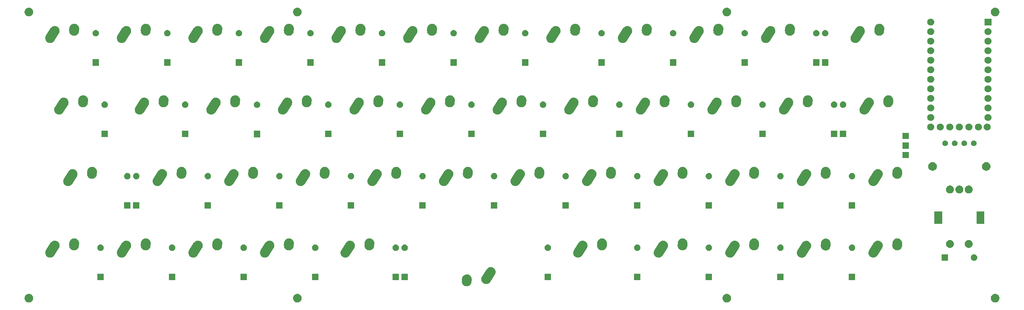
<source format=gts>
G04 #@! TF.GenerationSoftware,KiCad,Pcbnew,(5.1.5-0-10_14)*
G04 #@! TF.CreationDate,2020-03-07T02:37:29+00:00*
G04 #@! TF.ProjectId,Whimsy,5768696d-7379-42e6-9b69-6361645f7063,0.2*
G04 #@! TF.SameCoordinates,Original*
G04 #@! TF.FileFunction,Soldermask,Top*
G04 #@! TF.FilePolarity,Negative*
%FSLAX46Y46*%
G04 Gerber Fmt 4.6, Leading zero omitted, Abs format (unit mm)*
G04 Created by KiCad (PCBNEW (5.1.5-0-10_14)) date 2020-03-07 02:37:29*
%MOMM*%
%LPD*%
G04 APERTURE LIST*
%ADD10C,0.100000*%
G04 APERTURE END LIST*
D10*
G36*
X276449549Y-134602366D02*
G01*
X276560734Y-134624482D01*
X276770203Y-134711247D01*
X276958720Y-134837210D01*
X277119040Y-134997530D01*
X277245003Y-135186047D01*
X277331768Y-135395516D01*
X277376000Y-135617886D01*
X277376000Y-135844614D01*
X277331768Y-136066984D01*
X277245003Y-136276453D01*
X277119040Y-136464970D01*
X276958720Y-136625290D01*
X276770203Y-136751253D01*
X276560734Y-136838018D01*
X276449549Y-136860134D01*
X276338365Y-136882250D01*
X276111635Y-136882250D01*
X276000451Y-136860134D01*
X275889266Y-136838018D01*
X275679797Y-136751253D01*
X275491280Y-136625290D01*
X275330960Y-136464970D01*
X275204997Y-136276453D01*
X275118232Y-136066984D01*
X275074000Y-135844614D01*
X275074000Y-135617886D01*
X275118232Y-135395516D01*
X275204997Y-135186047D01*
X275330960Y-134997530D01*
X275491280Y-134837210D01*
X275679797Y-134711247D01*
X275889266Y-134624482D01*
X276000451Y-134602366D01*
X276111635Y-134580250D01*
X276338365Y-134580250D01*
X276449549Y-134602366D01*
G37*
G36*
X205012049Y-134602366D02*
G01*
X205123234Y-134624482D01*
X205332703Y-134711247D01*
X205521220Y-134837210D01*
X205681540Y-134997530D01*
X205807503Y-135186047D01*
X205894268Y-135395516D01*
X205938500Y-135617886D01*
X205938500Y-135844614D01*
X205894268Y-136066984D01*
X205807503Y-136276453D01*
X205681540Y-136464970D01*
X205521220Y-136625290D01*
X205332703Y-136751253D01*
X205123234Y-136838018D01*
X205012049Y-136860134D01*
X204900865Y-136882250D01*
X204674135Y-136882250D01*
X204562951Y-136860134D01*
X204451766Y-136838018D01*
X204242297Y-136751253D01*
X204053780Y-136625290D01*
X203893460Y-136464970D01*
X203767497Y-136276453D01*
X203680732Y-136066984D01*
X203636500Y-135844614D01*
X203636500Y-135617886D01*
X203680732Y-135395516D01*
X203767497Y-135186047D01*
X203893460Y-134997530D01*
X204053780Y-134837210D01*
X204242297Y-134711247D01*
X204451766Y-134624482D01*
X204562951Y-134602366D01*
X204674135Y-134580250D01*
X204900865Y-134580250D01*
X205012049Y-134602366D01*
G37*
G36*
X90712049Y-134602366D02*
G01*
X90823234Y-134624482D01*
X91032703Y-134711247D01*
X91221220Y-134837210D01*
X91381540Y-134997530D01*
X91507503Y-135186047D01*
X91594268Y-135395516D01*
X91638500Y-135617886D01*
X91638500Y-135844614D01*
X91594268Y-136066984D01*
X91507503Y-136276453D01*
X91381540Y-136464970D01*
X91221220Y-136625290D01*
X91032703Y-136751253D01*
X90823234Y-136838018D01*
X90712049Y-136860134D01*
X90600865Y-136882250D01*
X90374135Y-136882250D01*
X90262951Y-136860134D01*
X90151766Y-136838018D01*
X89942297Y-136751253D01*
X89753780Y-136625290D01*
X89593460Y-136464970D01*
X89467497Y-136276453D01*
X89380732Y-136066984D01*
X89336500Y-135844614D01*
X89336500Y-135617886D01*
X89380732Y-135395516D01*
X89467497Y-135186047D01*
X89593460Y-134997530D01*
X89753780Y-134837210D01*
X89942297Y-134711247D01*
X90151766Y-134624482D01*
X90262951Y-134602366D01*
X90374135Y-134580250D01*
X90600865Y-134580250D01*
X90712049Y-134602366D01*
G37*
G36*
X19274549Y-134602366D02*
G01*
X19385734Y-134624482D01*
X19595203Y-134711247D01*
X19783720Y-134837210D01*
X19944040Y-134997530D01*
X20070003Y-135186047D01*
X20156768Y-135395516D01*
X20201000Y-135617886D01*
X20201000Y-135844614D01*
X20156768Y-136066984D01*
X20070003Y-136276453D01*
X19944040Y-136464970D01*
X19783720Y-136625290D01*
X19595203Y-136751253D01*
X19385734Y-136838018D01*
X19274549Y-136860134D01*
X19163365Y-136882250D01*
X18936635Y-136882250D01*
X18825451Y-136860134D01*
X18714266Y-136838018D01*
X18504797Y-136751253D01*
X18316280Y-136625290D01*
X18155960Y-136464970D01*
X18029997Y-136276453D01*
X17943232Y-136066984D01*
X17899000Y-135844614D01*
X17899000Y-135617886D01*
X17943232Y-135395516D01*
X18029997Y-135186047D01*
X18155960Y-134997530D01*
X18316280Y-134837210D01*
X18504797Y-134711247D01*
X18714266Y-134624482D01*
X18825451Y-134602366D01*
X18936635Y-134580250D01*
X19163365Y-134580250D01*
X19274549Y-134602366D01*
G37*
G36*
X135953879Y-129445063D02*
G01*
X136193491Y-129535963D01*
X136410765Y-129671863D01*
X136597352Y-129847538D01*
X136708709Y-130003800D01*
X136746080Y-130056240D01*
X136851235Y-130289947D01*
X136851236Y-130289951D01*
X136908776Y-130539678D01*
X136914558Y-130731644D01*
X136914557Y-130731652D01*
X136866416Y-131437821D01*
X136834635Y-131627233D01*
X136743735Y-131866845D01*
X136690866Y-131951371D01*
X136607835Y-132084119D01*
X136432160Y-132270706D01*
X136275898Y-132382063D01*
X136223458Y-132419434D01*
X135989751Y-132524589D01*
X135989747Y-132524590D01*
X135740021Y-132582130D01*
X135483866Y-132589844D01*
X135483862Y-132589844D01*
X135231121Y-132547437D01*
X134991509Y-132456537D01*
X134774235Y-132320637D01*
X134721203Y-132270706D01*
X134587648Y-132144962D01*
X134471550Y-131982047D01*
X134438920Y-131936260D01*
X134333765Y-131702553D01*
X134314607Y-131619407D01*
X134276224Y-131452822D01*
X134270442Y-131260858D01*
X134318584Y-130554678D01*
X134323150Y-130527463D01*
X134350365Y-130365267D01*
X134441265Y-130125655D01*
X134577165Y-129908381D01*
X134634450Y-129847538D01*
X134752840Y-129721794D01*
X134909102Y-129610437D01*
X134961542Y-129573066D01*
X135195249Y-129467911D01*
X135195253Y-129467910D01*
X135444979Y-129410370D01*
X135701134Y-129402656D01*
X135701138Y-129402656D01*
X135953879Y-129445063D01*
G37*
G36*
X142113794Y-127483486D02*
G01*
X142198971Y-127490003D01*
X142238753Y-127501129D01*
X142445775Y-127559027D01*
X142674370Y-127674875D01*
X142875972Y-127833093D01*
X143042834Y-128027603D01*
X143168543Y-128250928D01*
X143246858Y-128490181D01*
X143248268Y-128494489D01*
X143278944Y-128748916D01*
X143278944Y-128748917D01*
X143259395Y-129004445D01*
X143205455Y-129197310D01*
X143190370Y-129251250D01*
X143103550Y-129422566D01*
X141825954Y-131427988D01*
X141825952Y-131427990D01*
X141707380Y-131579076D01*
X141512873Y-131745936D01*
X141376255Y-131822837D01*
X141289545Y-131871646D01*
X141092148Y-131936260D01*
X141045984Y-131951371D01*
X140791557Y-131982047D01*
X140791556Y-131982047D01*
X140536029Y-131962498D01*
X140289225Y-131893473D01*
X140289224Y-131893473D01*
X140289222Y-131893472D01*
X140060635Y-131777628D01*
X140060633Y-131777627D01*
X140060630Y-131777625D01*
X139859028Y-131619407D01*
X139859024Y-131619404D01*
X139692167Y-131424900D01*
X139566458Y-131201573D01*
X139566457Y-131201572D01*
X139486733Y-130958014D01*
X139486732Y-130958011D01*
X139456056Y-130703584D01*
X139467448Y-130554679D01*
X139475605Y-130448056D01*
X139544630Y-130201252D01*
X139544630Y-130201251D01*
X139631450Y-130029935D01*
X140909045Y-128024512D01*
X141027619Y-127873425D01*
X141222129Y-127706563D01*
X141222130Y-127706562D01*
X141445448Y-127580856D01*
X141445454Y-127580854D01*
X141689011Y-127501130D01*
X141689012Y-127501130D01*
X141689015Y-127501129D01*
X141943441Y-127470453D01*
X141943443Y-127470453D01*
X142113794Y-127483486D01*
G37*
G36*
X200876000Y-130957250D02*
G01*
X199174000Y-130957250D01*
X199174000Y-129255250D01*
X200876000Y-129255250D01*
X200876000Y-130957250D01*
G37*
G36*
X181826000Y-130957250D02*
G01*
X180124000Y-130957250D01*
X180124000Y-129255250D01*
X181826000Y-129255250D01*
X181826000Y-130957250D01*
G37*
G36*
X158013500Y-130957250D02*
G01*
X156311500Y-130957250D01*
X156311500Y-129255250D01*
X158013500Y-129255250D01*
X158013500Y-130957250D01*
G37*
G36*
X119913500Y-130957250D02*
G01*
X118211500Y-130957250D01*
X118211500Y-129255250D01*
X119913500Y-129255250D01*
X119913500Y-130957250D01*
G37*
G36*
X117532250Y-130957250D02*
G01*
X115830250Y-130957250D01*
X115830250Y-129255250D01*
X117532250Y-129255250D01*
X117532250Y-130957250D01*
G37*
G36*
X96101000Y-130957250D02*
G01*
X94399000Y-130957250D01*
X94399000Y-129255250D01*
X96101000Y-129255250D01*
X96101000Y-130957250D01*
G37*
G36*
X77051000Y-130957250D02*
G01*
X75349000Y-130957250D01*
X75349000Y-129255250D01*
X77051000Y-129255250D01*
X77051000Y-130957250D01*
G37*
G36*
X58001000Y-130957250D02*
G01*
X56299000Y-130957250D01*
X56299000Y-129255250D01*
X58001000Y-129255250D01*
X58001000Y-130957250D01*
G37*
G36*
X38951000Y-130957250D02*
G01*
X37249000Y-130957250D01*
X37249000Y-129255250D01*
X38951000Y-129255250D01*
X38951000Y-130957250D01*
G37*
G36*
X238976000Y-130957250D02*
G01*
X237274000Y-130957250D01*
X237274000Y-129255250D01*
X238976000Y-129255250D01*
X238976000Y-130957250D01*
G37*
G36*
X219926000Y-130957250D02*
G01*
X218224000Y-130957250D01*
X218224000Y-129255250D01*
X219926000Y-129255250D01*
X219926000Y-130957250D01*
G37*
G36*
X263651000Y-125787250D02*
G01*
X261949000Y-125787250D01*
X261949000Y-124085250D01*
X263651000Y-124085250D01*
X263651000Y-125787250D01*
G37*
G36*
X270848228Y-124117953D02*
G01*
X271003100Y-124182103D01*
X271142481Y-124275235D01*
X271261015Y-124393769D01*
X271354147Y-124533150D01*
X271418297Y-124688022D01*
X271451000Y-124852434D01*
X271451000Y-125020066D01*
X271418297Y-125184478D01*
X271354147Y-125339350D01*
X271261015Y-125478731D01*
X271142481Y-125597265D01*
X271003100Y-125690397D01*
X270848228Y-125754547D01*
X270683816Y-125787250D01*
X270516184Y-125787250D01*
X270351772Y-125754547D01*
X270196900Y-125690397D01*
X270057519Y-125597265D01*
X269938985Y-125478731D01*
X269845853Y-125339350D01*
X269781703Y-125184478D01*
X269749000Y-125020066D01*
X269749000Y-124852434D01*
X269781703Y-124688022D01*
X269845853Y-124533150D01*
X269938985Y-124393769D01*
X270057519Y-124275235D01*
X270196900Y-124182103D01*
X270351772Y-124117953D01*
X270516184Y-124085250D01*
X270683816Y-124085250D01*
X270848228Y-124117953D01*
G37*
G36*
X226091294Y-120475236D02*
G01*
X226176471Y-120481753D01*
X226216253Y-120492879D01*
X226423275Y-120550777D01*
X226651870Y-120666625D01*
X226853472Y-120824843D01*
X227020334Y-121019353D01*
X227146043Y-121242678D01*
X227198690Y-121403516D01*
X227225768Y-121486239D01*
X227244938Y-121645235D01*
X227256444Y-121740667D01*
X227236895Y-121996195D01*
X227192677Y-122154299D01*
X227167870Y-122243000D01*
X227129559Y-122318596D01*
X227081050Y-122414316D01*
X225803454Y-124419738D01*
X225803452Y-124419740D01*
X225684880Y-124570826D01*
X225490373Y-124737686D01*
X225353755Y-124814587D01*
X225267045Y-124863396D01*
X225029834Y-124941042D01*
X225023484Y-124943121D01*
X224769057Y-124973797D01*
X224769056Y-124973797D01*
X224513529Y-124954248D01*
X224266725Y-124885223D01*
X224266724Y-124885223D01*
X224266722Y-124885222D01*
X224038135Y-124769378D01*
X224038133Y-124769377D01*
X224038130Y-124769375D01*
X223836528Y-124611157D01*
X223836524Y-124611154D01*
X223669667Y-124416650D01*
X223543958Y-124193323D01*
X223543957Y-124193322D01*
X223464233Y-123949764D01*
X223464232Y-123949761D01*
X223433556Y-123695334D01*
X223435985Y-123663583D01*
X223453105Y-123439806D01*
X223522130Y-123193002D01*
X223522130Y-123193001D01*
X223602770Y-123033880D01*
X223608950Y-123021685D01*
X224886545Y-121016262D01*
X225005119Y-120865175D01*
X225078569Y-120802165D01*
X225199630Y-120698312D01*
X225422948Y-120572606D01*
X225422954Y-120572604D01*
X225666511Y-120492880D01*
X225666512Y-120492880D01*
X225666515Y-120492879D01*
X225920941Y-120462203D01*
X225920943Y-120462203D01*
X226091294Y-120475236D01*
G37*
G36*
X166560044Y-120443486D02*
G01*
X166645221Y-120450003D01*
X166685003Y-120461129D01*
X166892025Y-120519027D01*
X167120620Y-120634875D01*
X167322222Y-120793093D01*
X167489084Y-120987603D01*
X167614793Y-121210928D01*
X167677832Y-121403514D01*
X167694518Y-121454489D01*
X167717516Y-121645235D01*
X167725194Y-121708917D01*
X167705645Y-121964445D01*
X167652546Y-122154303D01*
X167636620Y-122211250D01*
X167598309Y-122286846D01*
X167549800Y-122382566D01*
X166272204Y-124387988D01*
X166272202Y-124387990D01*
X166153630Y-124539076D01*
X165959123Y-124705936D01*
X165846421Y-124769375D01*
X165735795Y-124831646D01*
X165572116Y-124885223D01*
X165492234Y-124911371D01*
X165237807Y-124942047D01*
X165237806Y-124942047D01*
X164982279Y-124922498D01*
X164735475Y-124853473D01*
X164735474Y-124853473D01*
X164735472Y-124853472D01*
X164506885Y-124737628D01*
X164506883Y-124737627D01*
X164506880Y-124737625D01*
X164305278Y-124579407D01*
X164305274Y-124579404D01*
X164138417Y-124384900D01*
X164024264Y-124182103D01*
X164012707Y-124161572D01*
X163932983Y-123918014D01*
X163932982Y-123918011D01*
X163902306Y-123663584D01*
X163902306Y-123663583D01*
X163921855Y-123408056D01*
X163982000Y-123193002D01*
X163990880Y-123161251D01*
X164055430Y-123033880D01*
X164077700Y-122989935D01*
X165355295Y-120984512D01*
X165473869Y-120833425D01*
X165617802Y-120709951D01*
X165668380Y-120666562D01*
X165891698Y-120540856D01*
X165891704Y-120540854D01*
X166135261Y-120461130D01*
X166135262Y-120461130D01*
X166135265Y-120461129D01*
X166389691Y-120430453D01*
X166389693Y-120430453D01*
X166560044Y-120443486D01*
G37*
G36*
X207041294Y-120443486D02*
G01*
X207126471Y-120450003D01*
X207166253Y-120461129D01*
X207373275Y-120519027D01*
X207601870Y-120634875D01*
X207803472Y-120793093D01*
X207970334Y-120987603D01*
X208096043Y-121210928D01*
X208159082Y-121403514D01*
X208175768Y-121454489D01*
X208198766Y-121645235D01*
X208206444Y-121708917D01*
X208186895Y-121964445D01*
X208133796Y-122154303D01*
X208117870Y-122211250D01*
X208079559Y-122286846D01*
X208031050Y-122382566D01*
X206753454Y-124387988D01*
X206753452Y-124387990D01*
X206634880Y-124539076D01*
X206440373Y-124705936D01*
X206327671Y-124769375D01*
X206217045Y-124831646D01*
X206053366Y-124885223D01*
X205973484Y-124911371D01*
X205719057Y-124942047D01*
X205719056Y-124942047D01*
X205463529Y-124922498D01*
X205216725Y-124853473D01*
X205216724Y-124853473D01*
X205216722Y-124853472D01*
X204988135Y-124737628D01*
X204988133Y-124737627D01*
X204988130Y-124737625D01*
X204786528Y-124579407D01*
X204786524Y-124579404D01*
X204619667Y-124384900D01*
X204505514Y-124182103D01*
X204493957Y-124161572D01*
X204414233Y-123918014D01*
X204414232Y-123918011D01*
X204383556Y-123663584D01*
X204383556Y-123663583D01*
X204403105Y-123408056D01*
X204463250Y-123193002D01*
X204472130Y-123161251D01*
X204536680Y-123033880D01*
X204558950Y-122989935D01*
X205836545Y-120984512D01*
X205955119Y-120833425D01*
X206099052Y-120709951D01*
X206149630Y-120666562D01*
X206372948Y-120540856D01*
X206372954Y-120540854D01*
X206616511Y-120461130D01*
X206616512Y-120461130D01*
X206616515Y-120461129D01*
X206870941Y-120430453D01*
X206870943Y-120430453D01*
X207041294Y-120443486D01*
G37*
G36*
X26066294Y-120443486D02*
G01*
X26151471Y-120450003D01*
X26191253Y-120461129D01*
X26398275Y-120519027D01*
X26626870Y-120634875D01*
X26828472Y-120793093D01*
X26995334Y-120987603D01*
X27121043Y-121210928D01*
X27184082Y-121403514D01*
X27200768Y-121454489D01*
X27223766Y-121645235D01*
X27231444Y-121708917D01*
X27211895Y-121964445D01*
X27158796Y-122154303D01*
X27142870Y-122211250D01*
X27104559Y-122286846D01*
X27056050Y-122382566D01*
X25778454Y-124387988D01*
X25778452Y-124387990D01*
X25659880Y-124539076D01*
X25465373Y-124705936D01*
X25352671Y-124769375D01*
X25242045Y-124831646D01*
X25078366Y-124885223D01*
X24998484Y-124911371D01*
X24744057Y-124942047D01*
X24744056Y-124942047D01*
X24488529Y-124922498D01*
X24241725Y-124853473D01*
X24241724Y-124853473D01*
X24241722Y-124853472D01*
X24013135Y-124737628D01*
X24013133Y-124737627D01*
X24013130Y-124737625D01*
X23811528Y-124579407D01*
X23811524Y-124579404D01*
X23644667Y-124384900D01*
X23530514Y-124182103D01*
X23518957Y-124161572D01*
X23439233Y-123918014D01*
X23439232Y-123918011D01*
X23408556Y-123663584D01*
X23408556Y-123663583D01*
X23428105Y-123408056D01*
X23488250Y-123193002D01*
X23497130Y-123161251D01*
X23561680Y-123033880D01*
X23583950Y-122989935D01*
X24861545Y-120984512D01*
X24980119Y-120833425D01*
X25124052Y-120709951D01*
X25174630Y-120666562D01*
X25397948Y-120540856D01*
X25397954Y-120540854D01*
X25641511Y-120461130D01*
X25641512Y-120461130D01*
X25641515Y-120461129D01*
X25895941Y-120430453D01*
X25895943Y-120430453D01*
X26066294Y-120443486D01*
G37*
G36*
X45116294Y-120443486D02*
G01*
X45201471Y-120450003D01*
X45241253Y-120461129D01*
X45448275Y-120519027D01*
X45676870Y-120634875D01*
X45878472Y-120793093D01*
X46045334Y-120987603D01*
X46171043Y-121210928D01*
X46234082Y-121403514D01*
X46250768Y-121454489D01*
X46273766Y-121645235D01*
X46281444Y-121708917D01*
X46261895Y-121964445D01*
X46208796Y-122154303D01*
X46192870Y-122211250D01*
X46154559Y-122286846D01*
X46106050Y-122382566D01*
X44828454Y-124387988D01*
X44828452Y-124387990D01*
X44709880Y-124539076D01*
X44515373Y-124705936D01*
X44402671Y-124769375D01*
X44292045Y-124831646D01*
X44128366Y-124885223D01*
X44048484Y-124911371D01*
X43794057Y-124942047D01*
X43794056Y-124942047D01*
X43538529Y-124922498D01*
X43291725Y-124853473D01*
X43291724Y-124853473D01*
X43291722Y-124853472D01*
X43063135Y-124737628D01*
X43063133Y-124737627D01*
X43063130Y-124737625D01*
X42861528Y-124579407D01*
X42861524Y-124579404D01*
X42694667Y-124384900D01*
X42580514Y-124182103D01*
X42568957Y-124161572D01*
X42489233Y-123918014D01*
X42489232Y-123918011D01*
X42458556Y-123663584D01*
X42458556Y-123663583D01*
X42478105Y-123408056D01*
X42538250Y-123193002D01*
X42547130Y-123161251D01*
X42611680Y-123033880D01*
X42633950Y-122989935D01*
X43911545Y-120984512D01*
X44030119Y-120833425D01*
X44174052Y-120709951D01*
X44224630Y-120666562D01*
X44447948Y-120540856D01*
X44447954Y-120540854D01*
X44691511Y-120461130D01*
X44691512Y-120461130D01*
X44691515Y-120461129D01*
X44945941Y-120430453D01*
X44945943Y-120430453D01*
X45116294Y-120443486D01*
G37*
G36*
X64166294Y-120443486D02*
G01*
X64251471Y-120450003D01*
X64291253Y-120461129D01*
X64498275Y-120519027D01*
X64726870Y-120634875D01*
X64928472Y-120793093D01*
X65095334Y-120987603D01*
X65221043Y-121210928D01*
X65284082Y-121403514D01*
X65300768Y-121454489D01*
X65323766Y-121645235D01*
X65331444Y-121708917D01*
X65311895Y-121964445D01*
X65258796Y-122154303D01*
X65242870Y-122211250D01*
X65204559Y-122286846D01*
X65156050Y-122382566D01*
X63878454Y-124387988D01*
X63878452Y-124387990D01*
X63759880Y-124539076D01*
X63565373Y-124705936D01*
X63452671Y-124769375D01*
X63342045Y-124831646D01*
X63178366Y-124885223D01*
X63098484Y-124911371D01*
X62844057Y-124942047D01*
X62844056Y-124942047D01*
X62588529Y-124922498D01*
X62341725Y-124853473D01*
X62341724Y-124853473D01*
X62341722Y-124853472D01*
X62113135Y-124737628D01*
X62113133Y-124737627D01*
X62113130Y-124737625D01*
X61911528Y-124579407D01*
X61911524Y-124579404D01*
X61744667Y-124384900D01*
X61630514Y-124182103D01*
X61618957Y-124161572D01*
X61539233Y-123918014D01*
X61539232Y-123918011D01*
X61508556Y-123663584D01*
X61508556Y-123663583D01*
X61528105Y-123408056D01*
X61588250Y-123193002D01*
X61597130Y-123161251D01*
X61661680Y-123033880D01*
X61683950Y-122989935D01*
X62961545Y-120984512D01*
X63080119Y-120833425D01*
X63224052Y-120709951D01*
X63274630Y-120666562D01*
X63497948Y-120540856D01*
X63497954Y-120540854D01*
X63741511Y-120461130D01*
X63741512Y-120461130D01*
X63741515Y-120461129D01*
X63995941Y-120430453D01*
X63995943Y-120430453D01*
X64166294Y-120443486D01*
G37*
G36*
X83216294Y-120443486D02*
G01*
X83301471Y-120450003D01*
X83341253Y-120461129D01*
X83548275Y-120519027D01*
X83776870Y-120634875D01*
X83978472Y-120793093D01*
X84145334Y-120987603D01*
X84271043Y-121210928D01*
X84334082Y-121403514D01*
X84350768Y-121454489D01*
X84373766Y-121645235D01*
X84381444Y-121708917D01*
X84361895Y-121964445D01*
X84308796Y-122154303D01*
X84292870Y-122211250D01*
X84254559Y-122286846D01*
X84206050Y-122382566D01*
X82928454Y-124387988D01*
X82928452Y-124387990D01*
X82809880Y-124539076D01*
X82615373Y-124705936D01*
X82502671Y-124769375D01*
X82392045Y-124831646D01*
X82228366Y-124885223D01*
X82148484Y-124911371D01*
X81894057Y-124942047D01*
X81894056Y-124942047D01*
X81638529Y-124922498D01*
X81391725Y-124853473D01*
X81391724Y-124853473D01*
X81391722Y-124853472D01*
X81163135Y-124737628D01*
X81163133Y-124737627D01*
X81163130Y-124737625D01*
X80961528Y-124579407D01*
X80961524Y-124579404D01*
X80794667Y-124384900D01*
X80680514Y-124182103D01*
X80668957Y-124161572D01*
X80589233Y-123918014D01*
X80589232Y-123918011D01*
X80558556Y-123663584D01*
X80558556Y-123663583D01*
X80578105Y-123408056D01*
X80638250Y-123193002D01*
X80647130Y-123161251D01*
X80711680Y-123033880D01*
X80733950Y-122989935D01*
X82011545Y-120984512D01*
X82130119Y-120833425D01*
X82274052Y-120709951D01*
X82324630Y-120666562D01*
X82547948Y-120540856D01*
X82547954Y-120540854D01*
X82791511Y-120461130D01*
X82791512Y-120461130D01*
X82791515Y-120461129D01*
X83045941Y-120430453D01*
X83045943Y-120430453D01*
X83216294Y-120443486D01*
G37*
G36*
X187991294Y-120443486D02*
G01*
X188076471Y-120450003D01*
X188116253Y-120461129D01*
X188323275Y-120519027D01*
X188551870Y-120634875D01*
X188753472Y-120793093D01*
X188920334Y-120987603D01*
X189046043Y-121210928D01*
X189109082Y-121403514D01*
X189125768Y-121454489D01*
X189148766Y-121645235D01*
X189156444Y-121708917D01*
X189136895Y-121964445D01*
X189083796Y-122154303D01*
X189067870Y-122211250D01*
X189029559Y-122286846D01*
X188981050Y-122382566D01*
X187703454Y-124387988D01*
X187703452Y-124387990D01*
X187584880Y-124539076D01*
X187390373Y-124705936D01*
X187277671Y-124769375D01*
X187167045Y-124831646D01*
X187003366Y-124885223D01*
X186923484Y-124911371D01*
X186669057Y-124942047D01*
X186669056Y-124942047D01*
X186413529Y-124922498D01*
X186166725Y-124853473D01*
X186166724Y-124853473D01*
X186166722Y-124853472D01*
X185938135Y-124737628D01*
X185938133Y-124737627D01*
X185938130Y-124737625D01*
X185736528Y-124579407D01*
X185736524Y-124579404D01*
X185569667Y-124384900D01*
X185455514Y-124182103D01*
X185443957Y-124161572D01*
X185364233Y-123918014D01*
X185364232Y-123918011D01*
X185333556Y-123663584D01*
X185333556Y-123663583D01*
X185353105Y-123408056D01*
X185413250Y-123193002D01*
X185422130Y-123161251D01*
X185486680Y-123033880D01*
X185508950Y-122989935D01*
X186786545Y-120984512D01*
X186905119Y-120833425D01*
X187049052Y-120709951D01*
X187099630Y-120666562D01*
X187322948Y-120540856D01*
X187322954Y-120540854D01*
X187566511Y-120461130D01*
X187566512Y-120461130D01*
X187566515Y-120461129D01*
X187820941Y-120430453D01*
X187820943Y-120430453D01*
X187991294Y-120443486D01*
G37*
G36*
X245141294Y-120443486D02*
G01*
X245226471Y-120450003D01*
X245266253Y-120461129D01*
X245473275Y-120519027D01*
X245701870Y-120634875D01*
X245903472Y-120793093D01*
X246070334Y-120987603D01*
X246196043Y-121210928D01*
X246259082Y-121403514D01*
X246275768Y-121454489D01*
X246298766Y-121645235D01*
X246306444Y-121708917D01*
X246286895Y-121964445D01*
X246233796Y-122154303D01*
X246217870Y-122211250D01*
X246179559Y-122286846D01*
X246131050Y-122382566D01*
X244853454Y-124387988D01*
X244853452Y-124387990D01*
X244734880Y-124539076D01*
X244540373Y-124705936D01*
X244427671Y-124769375D01*
X244317045Y-124831646D01*
X244153366Y-124885223D01*
X244073484Y-124911371D01*
X243819057Y-124942047D01*
X243819056Y-124942047D01*
X243563529Y-124922498D01*
X243316725Y-124853473D01*
X243316724Y-124853473D01*
X243316722Y-124853472D01*
X243088135Y-124737628D01*
X243088133Y-124737627D01*
X243088130Y-124737625D01*
X242886528Y-124579407D01*
X242886524Y-124579404D01*
X242719667Y-124384900D01*
X242605514Y-124182103D01*
X242593957Y-124161572D01*
X242514233Y-123918014D01*
X242514232Y-123918011D01*
X242483556Y-123663584D01*
X242483556Y-123663583D01*
X242503105Y-123408056D01*
X242563250Y-123193002D01*
X242572130Y-123161251D01*
X242636680Y-123033880D01*
X242658950Y-122989935D01*
X243936545Y-120984512D01*
X244055119Y-120833425D01*
X244199052Y-120709951D01*
X244249630Y-120666562D01*
X244472948Y-120540856D01*
X244472954Y-120540854D01*
X244716511Y-120461130D01*
X244716512Y-120461130D01*
X244716515Y-120461129D01*
X244970941Y-120430453D01*
X244970943Y-120430453D01*
X245141294Y-120443486D01*
G37*
G36*
X104647544Y-120443486D02*
G01*
X104732721Y-120450003D01*
X104772503Y-120461129D01*
X104979525Y-120519027D01*
X105208120Y-120634875D01*
X105409722Y-120793093D01*
X105576584Y-120987603D01*
X105702293Y-121210928D01*
X105765332Y-121403514D01*
X105782018Y-121454489D01*
X105805016Y-121645235D01*
X105812694Y-121708917D01*
X105793145Y-121964445D01*
X105740046Y-122154303D01*
X105724120Y-122211250D01*
X105685809Y-122286846D01*
X105637300Y-122382566D01*
X104359704Y-124387988D01*
X104359702Y-124387990D01*
X104241130Y-124539076D01*
X104046623Y-124705936D01*
X103933921Y-124769375D01*
X103823295Y-124831646D01*
X103659616Y-124885223D01*
X103579734Y-124911371D01*
X103325307Y-124942047D01*
X103325306Y-124942047D01*
X103069779Y-124922498D01*
X102822975Y-124853473D01*
X102822974Y-124853473D01*
X102822972Y-124853472D01*
X102594385Y-124737628D01*
X102594383Y-124737627D01*
X102594380Y-124737625D01*
X102392778Y-124579407D01*
X102392774Y-124579404D01*
X102225917Y-124384900D01*
X102111764Y-124182103D01*
X102100207Y-124161572D01*
X102020483Y-123918014D01*
X102020482Y-123918011D01*
X101989806Y-123663584D01*
X101989806Y-123663583D01*
X102009355Y-123408056D01*
X102069500Y-123193002D01*
X102078380Y-123161251D01*
X102142930Y-123033880D01*
X102165200Y-122989935D01*
X103442795Y-120984512D01*
X103561369Y-120833425D01*
X103705302Y-120709951D01*
X103755880Y-120666562D01*
X103979198Y-120540856D01*
X103979204Y-120540854D01*
X104222761Y-120461130D01*
X104222762Y-120461130D01*
X104222765Y-120461129D01*
X104477191Y-120430453D01*
X104477193Y-120430453D01*
X104647544Y-120443486D01*
G37*
G36*
X95498228Y-121487953D02*
G01*
X95653100Y-121552103D01*
X95792481Y-121645235D01*
X95911015Y-121763769D01*
X96004147Y-121903150D01*
X96068297Y-122058022D01*
X96101000Y-122222434D01*
X96101000Y-122390066D01*
X96068297Y-122554478D01*
X96004147Y-122709350D01*
X95911015Y-122848731D01*
X95792481Y-122967265D01*
X95653100Y-123060397D01*
X95498228Y-123124547D01*
X95333816Y-123157250D01*
X95166184Y-123157250D01*
X95001772Y-123124547D01*
X94846900Y-123060397D01*
X94707519Y-122967265D01*
X94588985Y-122848731D01*
X94495853Y-122709350D01*
X94431703Y-122554478D01*
X94399000Y-122390066D01*
X94399000Y-122222434D01*
X94431703Y-122058022D01*
X94495853Y-121903150D01*
X94588985Y-121763769D01*
X94707519Y-121645235D01*
X94846900Y-121552103D01*
X95001772Y-121487953D01*
X95166184Y-121455250D01*
X95333816Y-121455250D01*
X95498228Y-121487953D01*
G37*
G36*
X157410728Y-121487953D02*
G01*
X157565600Y-121552103D01*
X157704981Y-121645235D01*
X157823515Y-121763769D01*
X157916647Y-121903150D01*
X157980797Y-122058022D01*
X158013500Y-122222434D01*
X158013500Y-122390066D01*
X157980797Y-122554478D01*
X157916647Y-122709350D01*
X157823515Y-122848731D01*
X157704981Y-122967265D01*
X157565600Y-123060397D01*
X157410728Y-123124547D01*
X157246316Y-123157250D01*
X157078684Y-123157250D01*
X156914272Y-123124547D01*
X156759400Y-123060397D01*
X156620019Y-122967265D01*
X156501485Y-122848731D01*
X156408353Y-122709350D01*
X156344203Y-122554478D01*
X156311500Y-122390066D01*
X156311500Y-122222434D01*
X156344203Y-122058022D01*
X156408353Y-121903150D01*
X156501485Y-121763769D01*
X156620019Y-121645235D01*
X156759400Y-121552103D01*
X156914272Y-121487953D01*
X157078684Y-121455250D01*
X157246316Y-121455250D01*
X157410728Y-121487953D01*
G37*
G36*
X76448228Y-121487953D02*
G01*
X76603100Y-121552103D01*
X76742481Y-121645235D01*
X76861015Y-121763769D01*
X76954147Y-121903150D01*
X77018297Y-122058022D01*
X77051000Y-122222434D01*
X77051000Y-122390066D01*
X77018297Y-122554478D01*
X76954147Y-122709350D01*
X76861015Y-122848731D01*
X76742481Y-122967265D01*
X76603100Y-123060397D01*
X76448228Y-123124547D01*
X76283816Y-123157250D01*
X76116184Y-123157250D01*
X75951772Y-123124547D01*
X75796900Y-123060397D01*
X75657519Y-122967265D01*
X75538985Y-122848731D01*
X75445853Y-122709350D01*
X75381703Y-122554478D01*
X75349000Y-122390066D01*
X75349000Y-122222434D01*
X75381703Y-122058022D01*
X75445853Y-121903150D01*
X75538985Y-121763769D01*
X75657519Y-121645235D01*
X75796900Y-121552103D01*
X75951772Y-121487953D01*
X76116184Y-121455250D01*
X76283816Y-121455250D01*
X76448228Y-121487953D01*
G37*
G36*
X116929478Y-121487953D02*
G01*
X117084350Y-121552103D01*
X117223731Y-121645235D01*
X117342265Y-121763769D01*
X117435397Y-121903150D01*
X117499547Y-122058022D01*
X117532250Y-122222434D01*
X117532250Y-122390066D01*
X117499547Y-122554478D01*
X117435397Y-122709350D01*
X117342265Y-122848731D01*
X117223731Y-122967265D01*
X117084350Y-123060397D01*
X116929478Y-123124547D01*
X116765066Y-123157250D01*
X116597434Y-123157250D01*
X116433022Y-123124547D01*
X116278150Y-123060397D01*
X116138769Y-122967265D01*
X116020235Y-122848731D01*
X115927103Y-122709350D01*
X115862953Y-122554478D01*
X115830250Y-122390066D01*
X115830250Y-122222434D01*
X115862953Y-122058022D01*
X115927103Y-121903150D01*
X116020235Y-121763769D01*
X116138769Y-121645235D01*
X116278150Y-121552103D01*
X116433022Y-121487953D01*
X116597434Y-121455250D01*
X116765066Y-121455250D01*
X116929478Y-121487953D01*
G37*
G36*
X57398228Y-121487953D02*
G01*
X57553100Y-121552103D01*
X57692481Y-121645235D01*
X57811015Y-121763769D01*
X57904147Y-121903150D01*
X57968297Y-122058022D01*
X58001000Y-122222434D01*
X58001000Y-122390066D01*
X57968297Y-122554478D01*
X57904147Y-122709350D01*
X57811015Y-122848731D01*
X57692481Y-122967265D01*
X57553100Y-123060397D01*
X57398228Y-123124547D01*
X57233816Y-123157250D01*
X57066184Y-123157250D01*
X56901772Y-123124547D01*
X56746900Y-123060397D01*
X56607519Y-122967265D01*
X56488985Y-122848731D01*
X56395853Y-122709350D01*
X56331703Y-122554478D01*
X56299000Y-122390066D01*
X56299000Y-122222434D01*
X56331703Y-122058022D01*
X56395853Y-121903150D01*
X56488985Y-121763769D01*
X56607519Y-121645235D01*
X56746900Y-121552103D01*
X56901772Y-121487953D01*
X57066184Y-121455250D01*
X57233816Y-121455250D01*
X57398228Y-121487953D01*
G37*
G36*
X119310728Y-121487953D02*
G01*
X119465600Y-121552103D01*
X119604981Y-121645235D01*
X119723515Y-121763769D01*
X119816647Y-121903150D01*
X119880797Y-122058022D01*
X119913500Y-122222434D01*
X119913500Y-122390066D01*
X119880797Y-122554478D01*
X119816647Y-122709350D01*
X119723515Y-122848731D01*
X119604981Y-122967265D01*
X119465600Y-123060397D01*
X119310728Y-123124547D01*
X119146316Y-123157250D01*
X118978684Y-123157250D01*
X118814272Y-123124547D01*
X118659400Y-123060397D01*
X118520019Y-122967265D01*
X118401485Y-122848731D01*
X118308353Y-122709350D01*
X118244203Y-122554478D01*
X118211500Y-122390066D01*
X118211500Y-122222434D01*
X118244203Y-122058022D01*
X118308353Y-121903150D01*
X118401485Y-121763769D01*
X118520019Y-121645235D01*
X118659400Y-121552103D01*
X118814272Y-121487953D01*
X118978684Y-121455250D01*
X119146316Y-121455250D01*
X119310728Y-121487953D01*
G37*
G36*
X38348228Y-121487953D02*
G01*
X38503100Y-121552103D01*
X38642481Y-121645235D01*
X38761015Y-121763769D01*
X38854147Y-121903150D01*
X38918297Y-122058022D01*
X38951000Y-122222434D01*
X38951000Y-122390066D01*
X38918297Y-122554478D01*
X38854147Y-122709350D01*
X38761015Y-122848731D01*
X38642481Y-122967265D01*
X38503100Y-123060397D01*
X38348228Y-123124547D01*
X38183816Y-123157250D01*
X38016184Y-123157250D01*
X37851772Y-123124547D01*
X37696900Y-123060397D01*
X37557519Y-122967265D01*
X37438985Y-122848731D01*
X37345853Y-122709350D01*
X37281703Y-122554478D01*
X37249000Y-122390066D01*
X37249000Y-122222434D01*
X37281703Y-122058022D01*
X37345853Y-121903150D01*
X37438985Y-121763769D01*
X37557519Y-121645235D01*
X37696900Y-121552103D01*
X37851772Y-121487953D01*
X38016184Y-121455250D01*
X38183816Y-121455250D01*
X38348228Y-121487953D01*
G37*
G36*
X238373228Y-121487953D02*
G01*
X238528100Y-121552103D01*
X238667481Y-121645235D01*
X238786015Y-121763769D01*
X238879147Y-121903150D01*
X238943297Y-122058022D01*
X238976000Y-122222434D01*
X238976000Y-122390066D01*
X238943297Y-122554478D01*
X238879147Y-122709350D01*
X238786015Y-122848731D01*
X238667481Y-122967265D01*
X238528100Y-123060397D01*
X238373228Y-123124547D01*
X238208816Y-123157250D01*
X238041184Y-123157250D01*
X237876772Y-123124547D01*
X237721900Y-123060397D01*
X237582519Y-122967265D01*
X237463985Y-122848731D01*
X237370853Y-122709350D01*
X237306703Y-122554478D01*
X237274000Y-122390066D01*
X237274000Y-122222434D01*
X237306703Y-122058022D01*
X237370853Y-121903150D01*
X237463985Y-121763769D01*
X237582519Y-121645235D01*
X237721900Y-121552103D01*
X237876772Y-121487953D01*
X238041184Y-121455250D01*
X238208816Y-121455250D01*
X238373228Y-121487953D01*
G37*
G36*
X181223228Y-121487953D02*
G01*
X181378100Y-121552103D01*
X181517481Y-121645235D01*
X181636015Y-121763769D01*
X181729147Y-121903150D01*
X181793297Y-122058022D01*
X181826000Y-122222434D01*
X181826000Y-122390066D01*
X181793297Y-122554478D01*
X181729147Y-122709350D01*
X181636015Y-122848731D01*
X181517481Y-122967265D01*
X181378100Y-123060397D01*
X181223228Y-123124547D01*
X181058816Y-123157250D01*
X180891184Y-123157250D01*
X180726772Y-123124547D01*
X180571900Y-123060397D01*
X180432519Y-122967265D01*
X180313985Y-122848731D01*
X180220853Y-122709350D01*
X180156703Y-122554478D01*
X180124000Y-122390066D01*
X180124000Y-122222434D01*
X180156703Y-122058022D01*
X180220853Y-121903150D01*
X180313985Y-121763769D01*
X180432519Y-121645235D01*
X180571900Y-121552103D01*
X180726772Y-121487953D01*
X180891184Y-121455250D01*
X181058816Y-121455250D01*
X181223228Y-121487953D01*
G37*
G36*
X200273228Y-121487953D02*
G01*
X200428100Y-121552103D01*
X200567481Y-121645235D01*
X200686015Y-121763769D01*
X200779147Y-121903150D01*
X200843297Y-122058022D01*
X200876000Y-122222434D01*
X200876000Y-122390066D01*
X200843297Y-122554478D01*
X200779147Y-122709350D01*
X200686015Y-122848731D01*
X200567481Y-122967265D01*
X200428100Y-123060397D01*
X200273228Y-123124547D01*
X200108816Y-123157250D01*
X199941184Y-123157250D01*
X199776772Y-123124547D01*
X199621900Y-123060397D01*
X199482519Y-122967265D01*
X199363985Y-122848731D01*
X199270853Y-122709350D01*
X199206703Y-122554478D01*
X199174000Y-122390066D01*
X199174000Y-122222434D01*
X199206703Y-122058022D01*
X199270853Y-121903150D01*
X199363985Y-121763769D01*
X199482519Y-121645235D01*
X199621900Y-121552103D01*
X199776772Y-121487953D01*
X199941184Y-121455250D01*
X200108816Y-121455250D01*
X200273228Y-121487953D01*
G37*
G36*
X219323228Y-121487953D02*
G01*
X219478100Y-121552103D01*
X219617481Y-121645235D01*
X219736015Y-121763769D01*
X219829147Y-121903150D01*
X219893297Y-122058022D01*
X219926000Y-122222434D01*
X219926000Y-122390066D01*
X219893297Y-122554478D01*
X219829147Y-122709350D01*
X219736015Y-122848731D01*
X219617481Y-122967265D01*
X219478100Y-123060397D01*
X219323228Y-123124547D01*
X219158816Y-123157250D01*
X218991184Y-123157250D01*
X218826772Y-123124547D01*
X218671900Y-123060397D01*
X218532519Y-122967265D01*
X218413985Y-122848731D01*
X218320853Y-122709350D01*
X218256703Y-122554478D01*
X218224000Y-122390066D01*
X218224000Y-122222434D01*
X218256703Y-122058022D01*
X218320853Y-121903150D01*
X218413985Y-121763769D01*
X218532519Y-121645235D01*
X218671900Y-121552103D01*
X218826772Y-121487953D01*
X218991184Y-121455250D01*
X219158816Y-121455250D01*
X219323228Y-121487953D01*
G37*
G36*
X231481379Y-119896813D02*
G01*
X231720991Y-119987713D01*
X231887504Y-120091863D01*
X231938265Y-120123613D01*
X232124852Y-120299288D01*
X232218324Y-120430453D01*
X232273580Y-120507990D01*
X232378735Y-120741697D01*
X232378736Y-120741701D01*
X232436276Y-120991428D01*
X232442058Y-121183394D01*
X232438016Y-121242678D01*
X232393916Y-121889571D01*
X232362135Y-122078983D01*
X232271235Y-122318595D01*
X232155194Y-122504119D01*
X232135335Y-122535869D01*
X231959660Y-122722456D01*
X231803398Y-122833813D01*
X231750958Y-122871184D01*
X231517251Y-122976339D01*
X231517247Y-122976340D01*
X231267521Y-123033880D01*
X231011366Y-123041594D01*
X231011362Y-123041594D01*
X230758621Y-122999187D01*
X230519009Y-122908287D01*
X230301735Y-122772387D01*
X230248703Y-122722456D01*
X230115148Y-122596712D01*
X229985166Y-122414315D01*
X229966420Y-122388010D01*
X229861265Y-122154303D01*
X229853949Y-122122553D01*
X229803724Y-121904572D01*
X229797942Y-121712608D01*
X229846084Y-121006428D01*
X229869785Y-120865175D01*
X229877865Y-120817017D01*
X229968765Y-120577405D01*
X230104665Y-120360131D01*
X230280340Y-120173544D01*
X230436602Y-120062187D01*
X230489042Y-120024816D01*
X230722749Y-119919661D01*
X230722753Y-119919660D01*
X230972479Y-119862120D01*
X231228634Y-119854406D01*
X231228638Y-119854406D01*
X231481379Y-119896813D01*
G37*
G36*
X193381379Y-119865063D02*
G01*
X193620991Y-119955963D01*
X193731075Y-120024818D01*
X193838265Y-120091863D01*
X194024852Y-120267538D01*
X194096883Y-120368616D01*
X194173580Y-120476240D01*
X194278735Y-120709947D01*
X194278736Y-120709951D01*
X194336276Y-120959678D01*
X194342058Y-121151644D01*
X194342057Y-121151652D01*
X194293916Y-121857821D01*
X194262135Y-122047233D01*
X194171235Y-122286845D01*
X194091505Y-122414315D01*
X194035335Y-122504119D01*
X193859660Y-122690706D01*
X193703398Y-122802063D01*
X193650958Y-122839434D01*
X193417251Y-122944589D01*
X193417247Y-122944590D01*
X193167521Y-123002130D01*
X192911366Y-123009844D01*
X192911362Y-123009844D01*
X192658621Y-122967437D01*
X192419009Y-122876537D01*
X192201735Y-122740637D01*
X192168505Y-122709350D01*
X192015148Y-122564962D01*
X191889048Y-122388012D01*
X191866420Y-122356260D01*
X191761265Y-122122553D01*
X191711040Y-121904572D01*
X191703724Y-121872822D01*
X191697942Y-121680858D01*
X191746084Y-120974678D01*
X191750650Y-120947463D01*
X191777865Y-120785267D01*
X191868765Y-120545655D01*
X192004665Y-120328381D01*
X192079404Y-120249000D01*
X192180340Y-120141794D01*
X192344487Y-120024818D01*
X192389042Y-119993066D01*
X192622749Y-119887911D01*
X192622753Y-119887910D01*
X192872479Y-119830370D01*
X193128634Y-119822656D01*
X193128638Y-119822656D01*
X193381379Y-119865063D01*
G37*
G36*
X250531379Y-119865063D02*
G01*
X250770991Y-119955963D01*
X250881075Y-120024818D01*
X250988265Y-120091863D01*
X251174852Y-120267538D01*
X251246883Y-120368616D01*
X251323580Y-120476240D01*
X251428735Y-120709947D01*
X251428736Y-120709951D01*
X251486276Y-120959678D01*
X251492058Y-121151644D01*
X251492057Y-121151652D01*
X251443916Y-121857821D01*
X251412135Y-122047233D01*
X251321235Y-122286845D01*
X251241505Y-122414315D01*
X251185335Y-122504119D01*
X251009660Y-122690706D01*
X250853398Y-122802063D01*
X250800958Y-122839434D01*
X250567251Y-122944589D01*
X250567247Y-122944590D01*
X250317521Y-123002130D01*
X250061366Y-123009844D01*
X250061362Y-123009844D01*
X249808621Y-122967437D01*
X249569009Y-122876537D01*
X249351735Y-122740637D01*
X249318505Y-122709350D01*
X249165148Y-122564962D01*
X249039048Y-122388012D01*
X249016420Y-122356260D01*
X248911265Y-122122553D01*
X248861040Y-121904572D01*
X248853724Y-121872822D01*
X248847942Y-121680858D01*
X248896084Y-120974678D01*
X248900650Y-120947463D01*
X248927865Y-120785267D01*
X249018765Y-120545655D01*
X249154665Y-120328381D01*
X249229404Y-120249000D01*
X249330340Y-120141794D01*
X249494487Y-120024818D01*
X249539042Y-119993066D01*
X249772749Y-119887911D01*
X249772753Y-119887910D01*
X250022479Y-119830370D01*
X250278634Y-119822656D01*
X250278638Y-119822656D01*
X250531379Y-119865063D01*
G37*
G36*
X110037629Y-119865063D02*
G01*
X110277241Y-119955963D01*
X110387325Y-120024818D01*
X110494515Y-120091863D01*
X110681102Y-120267538D01*
X110753133Y-120368616D01*
X110829830Y-120476240D01*
X110934985Y-120709947D01*
X110934986Y-120709951D01*
X110992526Y-120959678D01*
X110998308Y-121151644D01*
X110998307Y-121151652D01*
X110950166Y-121857821D01*
X110918385Y-122047233D01*
X110827485Y-122286845D01*
X110747755Y-122414315D01*
X110691585Y-122504119D01*
X110515910Y-122690706D01*
X110359648Y-122802063D01*
X110307208Y-122839434D01*
X110073501Y-122944589D01*
X110073497Y-122944590D01*
X109823771Y-123002130D01*
X109567616Y-123009844D01*
X109567612Y-123009844D01*
X109314871Y-122967437D01*
X109075259Y-122876537D01*
X108857985Y-122740637D01*
X108824755Y-122709350D01*
X108671398Y-122564962D01*
X108545298Y-122388012D01*
X108522670Y-122356260D01*
X108417515Y-122122553D01*
X108367290Y-121904572D01*
X108359974Y-121872822D01*
X108354192Y-121680858D01*
X108402334Y-120974678D01*
X108406900Y-120947463D01*
X108434115Y-120785267D01*
X108525015Y-120545655D01*
X108660915Y-120328381D01*
X108735654Y-120249000D01*
X108836590Y-120141794D01*
X109000737Y-120024818D01*
X109045292Y-119993066D01*
X109278999Y-119887911D01*
X109279003Y-119887910D01*
X109528729Y-119830370D01*
X109784884Y-119822656D01*
X109784888Y-119822656D01*
X110037629Y-119865063D01*
G37*
G36*
X171950129Y-119865063D02*
G01*
X172189741Y-119955963D01*
X172299825Y-120024818D01*
X172407015Y-120091863D01*
X172593602Y-120267538D01*
X172665633Y-120368616D01*
X172742330Y-120476240D01*
X172847485Y-120709947D01*
X172847486Y-120709951D01*
X172905026Y-120959678D01*
X172910808Y-121151644D01*
X172910807Y-121151652D01*
X172862666Y-121857821D01*
X172830885Y-122047233D01*
X172739985Y-122286845D01*
X172660255Y-122414315D01*
X172604085Y-122504119D01*
X172428410Y-122690706D01*
X172272148Y-122802063D01*
X172219708Y-122839434D01*
X171986001Y-122944589D01*
X171985997Y-122944590D01*
X171736271Y-123002130D01*
X171480116Y-123009844D01*
X171480112Y-123009844D01*
X171227371Y-122967437D01*
X170987759Y-122876537D01*
X170770485Y-122740637D01*
X170737255Y-122709350D01*
X170583898Y-122564962D01*
X170457798Y-122388012D01*
X170435170Y-122356260D01*
X170330015Y-122122553D01*
X170279790Y-121904572D01*
X170272474Y-121872822D01*
X170266692Y-121680858D01*
X170314834Y-120974678D01*
X170319400Y-120947463D01*
X170346615Y-120785267D01*
X170437515Y-120545655D01*
X170573415Y-120328381D01*
X170648154Y-120249000D01*
X170749090Y-120141794D01*
X170913237Y-120024818D01*
X170957792Y-119993066D01*
X171191499Y-119887911D01*
X171191503Y-119887910D01*
X171441229Y-119830370D01*
X171697384Y-119822656D01*
X171697388Y-119822656D01*
X171950129Y-119865063D01*
G37*
G36*
X212431379Y-119865063D02*
G01*
X212670991Y-119955963D01*
X212781075Y-120024818D01*
X212888265Y-120091863D01*
X213074852Y-120267538D01*
X213146883Y-120368616D01*
X213223580Y-120476240D01*
X213328735Y-120709947D01*
X213328736Y-120709951D01*
X213386276Y-120959678D01*
X213392058Y-121151644D01*
X213392057Y-121151652D01*
X213343916Y-121857821D01*
X213312135Y-122047233D01*
X213221235Y-122286845D01*
X213141505Y-122414315D01*
X213085335Y-122504119D01*
X212909660Y-122690706D01*
X212753398Y-122802063D01*
X212700958Y-122839434D01*
X212467251Y-122944589D01*
X212467247Y-122944590D01*
X212217521Y-123002130D01*
X211961366Y-123009844D01*
X211961362Y-123009844D01*
X211708621Y-122967437D01*
X211469009Y-122876537D01*
X211251735Y-122740637D01*
X211218505Y-122709350D01*
X211065148Y-122564962D01*
X210939048Y-122388012D01*
X210916420Y-122356260D01*
X210811265Y-122122553D01*
X210761040Y-121904572D01*
X210753724Y-121872822D01*
X210747942Y-121680858D01*
X210796084Y-120974678D01*
X210800650Y-120947463D01*
X210827865Y-120785267D01*
X210918765Y-120545655D01*
X211054665Y-120328381D01*
X211129404Y-120249000D01*
X211230340Y-120141794D01*
X211394487Y-120024818D01*
X211439042Y-119993066D01*
X211672749Y-119887911D01*
X211672753Y-119887910D01*
X211922479Y-119830370D01*
X212178634Y-119822656D01*
X212178638Y-119822656D01*
X212431379Y-119865063D01*
G37*
G36*
X88606379Y-119865063D02*
G01*
X88845991Y-119955963D01*
X88956075Y-120024818D01*
X89063265Y-120091863D01*
X89249852Y-120267538D01*
X89321883Y-120368616D01*
X89398580Y-120476240D01*
X89503735Y-120709947D01*
X89503736Y-120709951D01*
X89561276Y-120959678D01*
X89567058Y-121151644D01*
X89567057Y-121151652D01*
X89518916Y-121857821D01*
X89487135Y-122047233D01*
X89396235Y-122286845D01*
X89316505Y-122414315D01*
X89260335Y-122504119D01*
X89084660Y-122690706D01*
X88928398Y-122802063D01*
X88875958Y-122839434D01*
X88642251Y-122944589D01*
X88642247Y-122944590D01*
X88392521Y-123002130D01*
X88136366Y-123009844D01*
X88136362Y-123009844D01*
X87883621Y-122967437D01*
X87644009Y-122876537D01*
X87426735Y-122740637D01*
X87393505Y-122709350D01*
X87240148Y-122564962D01*
X87114048Y-122388012D01*
X87091420Y-122356260D01*
X86986265Y-122122553D01*
X86936040Y-121904572D01*
X86928724Y-121872822D01*
X86922942Y-121680858D01*
X86971084Y-120974678D01*
X86975650Y-120947463D01*
X87002865Y-120785267D01*
X87093765Y-120545655D01*
X87229665Y-120328381D01*
X87304404Y-120249000D01*
X87405340Y-120141794D01*
X87569487Y-120024818D01*
X87614042Y-119993066D01*
X87847749Y-119887911D01*
X87847753Y-119887910D01*
X88097479Y-119830370D01*
X88353634Y-119822656D01*
X88353638Y-119822656D01*
X88606379Y-119865063D01*
G37*
G36*
X69556379Y-119865063D02*
G01*
X69795991Y-119955963D01*
X69906075Y-120024818D01*
X70013265Y-120091863D01*
X70199852Y-120267538D01*
X70271883Y-120368616D01*
X70348580Y-120476240D01*
X70453735Y-120709947D01*
X70453736Y-120709951D01*
X70511276Y-120959678D01*
X70517058Y-121151644D01*
X70517057Y-121151652D01*
X70468916Y-121857821D01*
X70437135Y-122047233D01*
X70346235Y-122286845D01*
X70266505Y-122414315D01*
X70210335Y-122504119D01*
X70034660Y-122690706D01*
X69878398Y-122802063D01*
X69825958Y-122839434D01*
X69592251Y-122944589D01*
X69592247Y-122944590D01*
X69342521Y-123002130D01*
X69086366Y-123009844D01*
X69086362Y-123009844D01*
X68833621Y-122967437D01*
X68594009Y-122876537D01*
X68376735Y-122740637D01*
X68343505Y-122709350D01*
X68190148Y-122564962D01*
X68064048Y-122388012D01*
X68041420Y-122356260D01*
X67936265Y-122122553D01*
X67886040Y-121904572D01*
X67878724Y-121872822D01*
X67872942Y-121680858D01*
X67921084Y-120974678D01*
X67925650Y-120947463D01*
X67952865Y-120785267D01*
X68043765Y-120545655D01*
X68179665Y-120328381D01*
X68254404Y-120249000D01*
X68355340Y-120141794D01*
X68519487Y-120024818D01*
X68564042Y-119993066D01*
X68797749Y-119887911D01*
X68797753Y-119887910D01*
X69047479Y-119830370D01*
X69303634Y-119822656D01*
X69303638Y-119822656D01*
X69556379Y-119865063D01*
G37*
G36*
X50506379Y-119865063D02*
G01*
X50745991Y-119955963D01*
X50856075Y-120024818D01*
X50963265Y-120091863D01*
X51149852Y-120267538D01*
X51221883Y-120368616D01*
X51298580Y-120476240D01*
X51403735Y-120709947D01*
X51403736Y-120709951D01*
X51461276Y-120959678D01*
X51467058Y-121151644D01*
X51467057Y-121151652D01*
X51418916Y-121857821D01*
X51387135Y-122047233D01*
X51296235Y-122286845D01*
X51216505Y-122414315D01*
X51160335Y-122504119D01*
X50984660Y-122690706D01*
X50828398Y-122802063D01*
X50775958Y-122839434D01*
X50542251Y-122944589D01*
X50542247Y-122944590D01*
X50292521Y-123002130D01*
X50036366Y-123009844D01*
X50036362Y-123009844D01*
X49783621Y-122967437D01*
X49544009Y-122876537D01*
X49326735Y-122740637D01*
X49293505Y-122709350D01*
X49140148Y-122564962D01*
X49014048Y-122388012D01*
X48991420Y-122356260D01*
X48886265Y-122122553D01*
X48836040Y-121904572D01*
X48828724Y-121872822D01*
X48822942Y-121680858D01*
X48871084Y-120974678D01*
X48875650Y-120947463D01*
X48902865Y-120785267D01*
X48993765Y-120545655D01*
X49129665Y-120328381D01*
X49204404Y-120249000D01*
X49305340Y-120141794D01*
X49469487Y-120024818D01*
X49514042Y-119993066D01*
X49747749Y-119887911D01*
X49747753Y-119887910D01*
X49997479Y-119830370D01*
X50253634Y-119822656D01*
X50253638Y-119822656D01*
X50506379Y-119865063D01*
G37*
G36*
X31456379Y-119865063D02*
G01*
X31695991Y-119955963D01*
X31806075Y-120024818D01*
X31913265Y-120091863D01*
X32099852Y-120267538D01*
X32171883Y-120368616D01*
X32248580Y-120476240D01*
X32353735Y-120709947D01*
X32353736Y-120709951D01*
X32411276Y-120959678D01*
X32417058Y-121151644D01*
X32417057Y-121151652D01*
X32368916Y-121857821D01*
X32337135Y-122047233D01*
X32246235Y-122286845D01*
X32166505Y-122414315D01*
X32110335Y-122504119D01*
X31934660Y-122690706D01*
X31778398Y-122802063D01*
X31725958Y-122839434D01*
X31492251Y-122944589D01*
X31492247Y-122944590D01*
X31242521Y-123002130D01*
X30986366Y-123009844D01*
X30986362Y-123009844D01*
X30733621Y-122967437D01*
X30494009Y-122876537D01*
X30276735Y-122740637D01*
X30243505Y-122709350D01*
X30090148Y-122564962D01*
X29964048Y-122388012D01*
X29941420Y-122356260D01*
X29836265Y-122122553D01*
X29786040Y-121904572D01*
X29778724Y-121872822D01*
X29772942Y-121680858D01*
X29821084Y-120974678D01*
X29825650Y-120947463D01*
X29852865Y-120785267D01*
X29943765Y-120545655D01*
X30079665Y-120328381D01*
X30154404Y-120249000D01*
X30255340Y-120141794D01*
X30419487Y-120024818D01*
X30464042Y-119993066D01*
X30697749Y-119887911D01*
X30697753Y-119887910D01*
X30947479Y-119830370D01*
X31203634Y-119822656D01*
X31203638Y-119822656D01*
X31456379Y-119865063D01*
G37*
G36*
X269506564Y-120289389D02*
G01*
X269697833Y-120368615D01*
X269697835Y-120368616D01*
X269869973Y-120483635D01*
X270016365Y-120630027D01*
X270090981Y-120741697D01*
X270131385Y-120802167D01*
X270210611Y-120993436D01*
X270251000Y-121196484D01*
X270251000Y-121403516D01*
X270210611Y-121606564D01*
X270145494Y-121763770D01*
X270131384Y-121797835D01*
X270016365Y-121969973D01*
X269869973Y-122116365D01*
X269697835Y-122231384D01*
X269697834Y-122231385D01*
X269697833Y-122231385D01*
X269506564Y-122310611D01*
X269303516Y-122351000D01*
X269096484Y-122351000D01*
X268893436Y-122310611D01*
X268702167Y-122231385D01*
X268702166Y-122231385D01*
X268702165Y-122231384D01*
X268530027Y-122116365D01*
X268383635Y-121969973D01*
X268268616Y-121797835D01*
X268254506Y-121763770D01*
X268189389Y-121606564D01*
X268149000Y-121403516D01*
X268149000Y-121196484D01*
X268189389Y-120993436D01*
X268268615Y-120802167D01*
X268309020Y-120741697D01*
X268383635Y-120630027D01*
X268530027Y-120483635D01*
X268702165Y-120368616D01*
X268702167Y-120368615D01*
X268893436Y-120289389D01*
X269096484Y-120249000D01*
X269303516Y-120249000D01*
X269506564Y-120289389D01*
G37*
G36*
X264506564Y-120289389D02*
G01*
X264697833Y-120368615D01*
X264697835Y-120368616D01*
X264869973Y-120483635D01*
X265016365Y-120630027D01*
X265090981Y-120741697D01*
X265131385Y-120802167D01*
X265210611Y-120993436D01*
X265251000Y-121196484D01*
X265251000Y-121403516D01*
X265210611Y-121606564D01*
X265145494Y-121763770D01*
X265131384Y-121797835D01*
X265016365Y-121969973D01*
X264869973Y-122116365D01*
X264697835Y-122231384D01*
X264697834Y-122231385D01*
X264697833Y-122231385D01*
X264506564Y-122310611D01*
X264303516Y-122351000D01*
X264096484Y-122351000D01*
X263893436Y-122310611D01*
X263702167Y-122231385D01*
X263702166Y-122231385D01*
X263702165Y-122231384D01*
X263530027Y-122116365D01*
X263383635Y-121969973D01*
X263268616Y-121797835D01*
X263254506Y-121763770D01*
X263189389Y-121606564D01*
X263149000Y-121403516D01*
X263149000Y-121196484D01*
X263189389Y-120993436D01*
X263268615Y-120802167D01*
X263309020Y-120741697D01*
X263383635Y-120630027D01*
X263530027Y-120483635D01*
X263702165Y-120368616D01*
X263702167Y-120368615D01*
X263893436Y-120289389D01*
X264096484Y-120249000D01*
X264303516Y-120249000D01*
X264506564Y-120289389D01*
G37*
G36*
X273351000Y-115951000D02*
G01*
X271249000Y-115951000D01*
X271249000Y-112649000D01*
X273351000Y-112649000D01*
X273351000Y-115951000D01*
G37*
G36*
X262151000Y-115951000D02*
G01*
X260049000Y-115951000D01*
X260049000Y-112649000D01*
X262151000Y-112649000D01*
X262151000Y-115951000D01*
G37*
G36*
X181826000Y-111907250D02*
G01*
X180124000Y-111907250D01*
X180124000Y-110205250D01*
X181826000Y-110205250D01*
X181826000Y-111907250D01*
G37*
G36*
X124676000Y-111907250D02*
G01*
X122974000Y-111907250D01*
X122974000Y-110205250D01*
X124676000Y-110205250D01*
X124676000Y-111907250D01*
G37*
G36*
X46094750Y-111907250D02*
G01*
X44392750Y-111907250D01*
X44392750Y-110205250D01*
X46094750Y-110205250D01*
X46094750Y-111907250D01*
G37*
G36*
X48476000Y-111907250D02*
G01*
X46774000Y-111907250D01*
X46774000Y-110205250D01*
X48476000Y-110205250D01*
X48476000Y-111907250D01*
G37*
G36*
X67526000Y-111907250D02*
G01*
X65824000Y-111907250D01*
X65824000Y-110205250D01*
X67526000Y-110205250D01*
X67526000Y-111907250D01*
G37*
G36*
X86576000Y-111907250D02*
G01*
X84874000Y-111907250D01*
X84874000Y-110205250D01*
X86576000Y-110205250D01*
X86576000Y-111907250D01*
G37*
G36*
X105626000Y-111907250D02*
G01*
X103924000Y-111907250D01*
X103924000Y-110205250D01*
X105626000Y-110205250D01*
X105626000Y-111907250D01*
G37*
G36*
X143726000Y-111907250D02*
G01*
X142024000Y-111907250D01*
X142024000Y-110205250D01*
X143726000Y-110205250D01*
X143726000Y-111907250D01*
G37*
G36*
X162776000Y-111907250D02*
G01*
X161074000Y-111907250D01*
X161074000Y-110205250D01*
X162776000Y-110205250D01*
X162776000Y-111907250D01*
G37*
G36*
X200876000Y-111907250D02*
G01*
X199174000Y-111907250D01*
X199174000Y-110205250D01*
X200876000Y-110205250D01*
X200876000Y-111907250D01*
G37*
G36*
X238976000Y-111907250D02*
G01*
X237274000Y-111907250D01*
X237274000Y-110205250D01*
X238976000Y-110205250D01*
X238976000Y-111907250D01*
G37*
G36*
X219926000Y-111907250D02*
G01*
X218224000Y-111907250D01*
X218224000Y-110205250D01*
X219926000Y-110205250D01*
X219926000Y-111907250D01*
G37*
G36*
X267006564Y-105789389D02*
G01*
X267180344Y-105861371D01*
X267197835Y-105868616D01*
X267232902Y-105892047D01*
X267369973Y-105983635D01*
X267516365Y-106130027D01*
X267631385Y-106302167D01*
X267710611Y-106493436D01*
X267751000Y-106696484D01*
X267751000Y-106903516D01*
X267710611Y-107106564D01*
X267631385Y-107297833D01*
X267631384Y-107297835D01*
X267516365Y-107469973D01*
X267369973Y-107616365D01*
X267197835Y-107731384D01*
X267197834Y-107731385D01*
X267197833Y-107731385D01*
X267006564Y-107810611D01*
X266803516Y-107851000D01*
X266596484Y-107851000D01*
X266393436Y-107810611D01*
X266202167Y-107731385D01*
X266202166Y-107731385D01*
X266202165Y-107731384D01*
X266030027Y-107616365D01*
X265883635Y-107469973D01*
X265768616Y-107297835D01*
X265768615Y-107297833D01*
X265689389Y-107106564D01*
X265649000Y-106903516D01*
X265649000Y-106696484D01*
X265689389Y-106493436D01*
X265768615Y-106302167D01*
X265883635Y-106130027D01*
X266030027Y-105983635D01*
X266167098Y-105892047D01*
X266202165Y-105868616D01*
X266219656Y-105861371D01*
X266393436Y-105789389D01*
X266596484Y-105749000D01*
X266803516Y-105749000D01*
X267006564Y-105789389D01*
G37*
G36*
X269506564Y-105789389D02*
G01*
X269680344Y-105861371D01*
X269697835Y-105868616D01*
X269732902Y-105892047D01*
X269869973Y-105983635D01*
X270016365Y-106130027D01*
X270131385Y-106302167D01*
X270210611Y-106493436D01*
X270251000Y-106696484D01*
X270251000Y-106903516D01*
X270210611Y-107106564D01*
X270131385Y-107297833D01*
X270131384Y-107297835D01*
X270016365Y-107469973D01*
X269869973Y-107616365D01*
X269697835Y-107731384D01*
X269697834Y-107731385D01*
X269697833Y-107731385D01*
X269506564Y-107810611D01*
X269303516Y-107851000D01*
X269096484Y-107851000D01*
X268893436Y-107810611D01*
X268702167Y-107731385D01*
X268702166Y-107731385D01*
X268702165Y-107731384D01*
X268530027Y-107616365D01*
X268383635Y-107469973D01*
X268268616Y-107297835D01*
X268268615Y-107297833D01*
X268189389Y-107106564D01*
X268149000Y-106903516D01*
X268149000Y-106696484D01*
X268189389Y-106493436D01*
X268268615Y-106302167D01*
X268383635Y-106130027D01*
X268530027Y-105983635D01*
X268667098Y-105892047D01*
X268702165Y-105868616D01*
X268719656Y-105861371D01*
X268893436Y-105789389D01*
X269096484Y-105749000D01*
X269303516Y-105749000D01*
X269506564Y-105789389D01*
G37*
G36*
X264506564Y-105789389D02*
G01*
X264680344Y-105861371D01*
X264697835Y-105868616D01*
X264732902Y-105892047D01*
X264869973Y-105983635D01*
X265016365Y-106130027D01*
X265131385Y-106302167D01*
X265210611Y-106493436D01*
X265251000Y-106696484D01*
X265251000Y-106903516D01*
X265210611Y-107106564D01*
X265131385Y-107297833D01*
X265131384Y-107297835D01*
X265016365Y-107469973D01*
X264869973Y-107616365D01*
X264697835Y-107731384D01*
X264697834Y-107731385D01*
X264697833Y-107731385D01*
X264506564Y-107810611D01*
X264303516Y-107851000D01*
X264096484Y-107851000D01*
X263893436Y-107810611D01*
X263702167Y-107731385D01*
X263702166Y-107731385D01*
X263702165Y-107731384D01*
X263530027Y-107616365D01*
X263383635Y-107469973D01*
X263268616Y-107297835D01*
X263268615Y-107297833D01*
X263189389Y-107106564D01*
X263149000Y-106903516D01*
X263149000Y-106696484D01*
X263189389Y-106493436D01*
X263268615Y-106302167D01*
X263383635Y-106130027D01*
X263530027Y-105983635D01*
X263667098Y-105892047D01*
X263702165Y-105868616D01*
X263719656Y-105861371D01*
X263893436Y-105789389D01*
X264096484Y-105749000D01*
X264303516Y-105749000D01*
X264506564Y-105789389D01*
G37*
G36*
X92741294Y-101393486D02*
G01*
X92826471Y-101400003D01*
X92866253Y-101411129D01*
X93073275Y-101469027D01*
X93301870Y-101584875D01*
X93503472Y-101743093D01*
X93670334Y-101937603D01*
X93796043Y-102160928D01*
X93874358Y-102400181D01*
X93875768Y-102404489D01*
X93887537Y-102502102D01*
X93906444Y-102658917D01*
X93886895Y-102914445D01*
X93842677Y-103072549D01*
X93817870Y-103161250D01*
X93779559Y-103236846D01*
X93731050Y-103332566D01*
X92453454Y-105337988D01*
X92453452Y-105337990D01*
X92334880Y-105489076D01*
X92140373Y-105655936D01*
X92003755Y-105732837D01*
X91917045Y-105781646D01*
X91679834Y-105859292D01*
X91673484Y-105861371D01*
X91419057Y-105892047D01*
X91419056Y-105892047D01*
X91163529Y-105872498D01*
X90916725Y-105803473D01*
X90916724Y-105803473D01*
X90916722Y-105803472D01*
X90688135Y-105687628D01*
X90688133Y-105687627D01*
X90688130Y-105687625D01*
X90486528Y-105529407D01*
X90486524Y-105529404D01*
X90319667Y-105334900D01*
X90193958Y-105111573D01*
X90193957Y-105111572D01*
X90114233Y-104868014D01*
X90114232Y-104868011D01*
X90083556Y-104613584D01*
X90083556Y-104613583D01*
X90103105Y-104358056D01*
X90172130Y-104111252D01*
X90172130Y-104111251D01*
X90252770Y-103952130D01*
X90258950Y-103939935D01*
X91536545Y-101934512D01*
X91655119Y-101783425D01*
X91790247Y-101667504D01*
X91849630Y-101616562D01*
X92072948Y-101490856D01*
X92072954Y-101490854D01*
X92316511Y-101411130D01*
X92316512Y-101411130D01*
X92316515Y-101411129D01*
X92570941Y-101380453D01*
X92570943Y-101380453D01*
X92741294Y-101393486D01*
G37*
G36*
X73691294Y-101393486D02*
G01*
X73776471Y-101400003D01*
X73816253Y-101411129D01*
X74023275Y-101469027D01*
X74251870Y-101584875D01*
X74453472Y-101743093D01*
X74620334Y-101937603D01*
X74746043Y-102160928D01*
X74824358Y-102400181D01*
X74825768Y-102404489D01*
X74837537Y-102502102D01*
X74856444Y-102658917D01*
X74836895Y-102914445D01*
X74792677Y-103072549D01*
X74767870Y-103161250D01*
X74729559Y-103236846D01*
X74681050Y-103332566D01*
X73403454Y-105337988D01*
X73403452Y-105337990D01*
X73284880Y-105489076D01*
X73090373Y-105655936D01*
X72953755Y-105732837D01*
X72867045Y-105781646D01*
X72629834Y-105859292D01*
X72623484Y-105861371D01*
X72369057Y-105892047D01*
X72369056Y-105892047D01*
X72113529Y-105872498D01*
X71866725Y-105803473D01*
X71866724Y-105803473D01*
X71866722Y-105803472D01*
X71638135Y-105687628D01*
X71638133Y-105687627D01*
X71638130Y-105687625D01*
X71436528Y-105529407D01*
X71436524Y-105529404D01*
X71269667Y-105334900D01*
X71143958Y-105111573D01*
X71143957Y-105111572D01*
X71064233Y-104868014D01*
X71064232Y-104868011D01*
X71033556Y-104613584D01*
X71033556Y-104613583D01*
X71053105Y-104358056D01*
X71122130Y-104111252D01*
X71122130Y-104111251D01*
X71202770Y-103952130D01*
X71208950Y-103939935D01*
X72486545Y-101934512D01*
X72605119Y-101783425D01*
X72740247Y-101667504D01*
X72799630Y-101616562D01*
X73022948Y-101490856D01*
X73022954Y-101490854D01*
X73266511Y-101411130D01*
X73266512Y-101411130D01*
X73266515Y-101411129D01*
X73520941Y-101380453D01*
X73520943Y-101380453D01*
X73691294Y-101393486D01*
G37*
G36*
X187991294Y-101393486D02*
G01*
X188076471Y-101400003D01*
X188116253Y-101411129D01*
X188323275Y-101469027D01*
X188551870Y-101584875D01*
X188753472Y-101743093D01*
X188920334Y-101937603D01*
X189046043Y-102160928D01*
X189124358Y-102400181D01*
X189125768Y-102404489D01*
X189137537Y-102502102D01*
X189156444Y-102658917D01*
X189136895Y-102914445D01*
X189092677Y-103072549D01*
X189067870Y-103161250D01*
X189029559Y-103236846D01*
X188981050Y-103332566D01*
X187703454Y-105337988D01*
X187703452Y-105337990D01*
X187584880Y-105489076D01*
X187390373Y-105655936D01*
X187253755Y-105732837D01*
X187167045Y-105781646D01*
X186929834Y-105859292D01*
X186923484Y-105861371D01*
X186669057Y-105892047D01*
X186669056Y-105892047D01*
X186413529Y-105872498D01*
X186166725Y-105803473D01*
X186166724Y-105803473D01*
X186166722Y-105803472D01*
X185938135Y-105687628D01*
X185938133Y-105687627D01*
X185938130Y-105687625D01*
X185736528Y-105529407D01*
X185736524Y-105529404D01*
X185569667Y-105334900D01*
X185443958Y-105111573D01*
X185443957Y-105111572D01*
X185364233Y-104868014D01*
X185364232Y-104868011D01*
X185333556Y-104613584D01*
X185333556Y-104613583D01*
X185353105Y-104358056D01*
X185422130Y-104111252D01*
X185422130Y-104111251D01*
X185502770Y-103952130D01*
X185508950Y-103939935D01*
X186786545Y-101934512D01*
X186905119Y-101783425D01*
X187040247Y-101667504D01*
X187099630Y-101616562D01*
X187322948Y-101490856D01*
X187322954Y-101490854D01*
X187566511Y-101411130D01*
X187566512Y-101411130D01*
X187566515Y-101411129D01*
X187820941Y-101380453D01*
X187820943Y-101380453D01*
X187991294Y-101393486D01*
G37*
G36*
X207041294Y-101393486D02*
G01*
X207126471Y-101400003D01*
X207166253Y-101411129D01*
X207373275Y-101469027D01*
X207601870Y-101584875D01*
X207803472Y-101743093D01*
X207970334Y-101937603D01*
X208096043Y-102160928D01*
X208174358Y-102400181D01*
X208175768Y-102404489D01*
X208187537Y-102502102D01*
X208206444Y-102658917D01*
X208186895Y-102914445D01*
X208142677Y-103072549D01*
X208117870Y-103161250D01*
X208079559Y-103236846D01*
X208031050Y-103332566D01*
X206753454Y-105337988D01*
X206753452Y-105337990D01*
X206634880Y-105489076D01*
X206440373Y-105655936D01*
X206303755Y-105732837D01*
X206217045Y-105781646D01*
X205979834Y-105859292D01*
X205973484Y-105861371D01*
X205719057Y-105892047D01*
X205719056Y-105892047D01*
X205463529Y-105872498D01*
X205216725Y-105803473D01*
X205216724Y-105803473D01*
X205216722Y-105803472D01*
X204988135Y-105687628D01*
X204988133Y-105687627D01*
X204988130Y-105687625D01*
X204786528Y-105529407D01*
X204786524Y-105529404D01*
X204619667Y-105334900D01*
X204493958Y-105111573D01*
X204493957Y-105111572D01*
X204414233Y-104868014D01*
X204414232Y-104868011D01*
X204383556Y-104613584D01*
X204383556Y-104613583D01*
X204403105Y-104358056D01*
X204472130Y-104111252D01*
X204472130Y-104111251D01*
X204552770Y-103952130D01*
X204558950Y-103939935D01*
X205836545Y-101934512D01*
X205955119Y-101783425D01*
X206090247Y-101667504D01*
X206149630Y-101616562D01*
X206372948Y-101490856D01*
X206372954Y-101490854D01*
X206616511Y-101411130D01*
X206616512Y-101411130D01*
X206616515Y-101411129D01*
X206870941Y-101380453D01*
X206870943Y-101380453D01*
X207041294Y-101393486D01*
G37*
G36*
X226091294Y-101393486D02*
G01*
X226176471Y-101400003D01*
X226216253Y-101411129D01*
X226423275Y-101469027D01*
X226651870Y-101584875D01*
X226853472Y-101743093D01*
X227020334Y-101937603D01*
X227146043Y-102160928D01*
X227224358Y-102400181D01*
X227225768Y-102404489D01*
X227237537Y-102502102D01*
X227256444Y-102658917D01*
X227236895Y-102914445D01*
X227192677Y-103072549D01*
X227167870Y-103161250D01*
X227129559Y-103236846D01*
X227081050Y-103332566D01*
X225803454Y-105337988D01*
X225803452Y-105337990D01*
X225684880Y-105489076D01*
X225490373Y-105655936D01*
X225353755Y-105732837D01*
X225267045Y-105781646D01*
X225029834Y-105859292D01*
X225023484Y-105861371D01*
X224769057Y-105892047D01*
X224769056Y-105892047D01*
X224513529Y-105872498D01*
X224266725Y-105803473D01*
X224266724Y-105803473D01*
X224266722Y-105803472D01*
X224038135Y-105687628D01*
X224038133Y-105687627D01*
X224038130Y-105687625D01*
X223836528Y-105529407D01*
X223836524Y-105529404D01*
X223669667Y-105334900D01*
X223543958Y-105111573D01*
X223543957Y-105111572D01*
X223464233Y-104868014D01*
X223464232Y-104868011D01*
X223433556Y-104613584D01*
X223433556Y-104613583D01*
X223453105Y-104358056D01*
X223522130Y-104111252D01*
X223522130Y-104111251D01*
X223602770Y-103952130D01*
X223608950Y-103939935D01*
X224886545Y-101934512D01*
X225005119Y-101783425D01*
X225140247Y-101667504D01*
X225199630Y-101616562D01*
X225422948Y-101490856D01*
X225422954Y-101490854D01*
X225666511Y-101411130D01*
X225666512Y-101411130D01*
X225666515Y-101411129D01*
X225920941Y-101380453D01*
X225920943Y-101380453D01*
X226091294Y-101393486D01*
G37*
G36*
X245141294Y-101393486D02*
G01*
X245226471Y-101400003D01*
X245266253Y-101411129D01*
X245473275Y-101469027D01*
X245701870Y-101584875D01*
X245903472Y-101743093D01*
X246070334Y-101937603D01*
X246196043Y-102160928D01*
X246274358Y-102400181D01*
X246275768Y-102404489D01*
X246287537Y-102502102D01*
X246306444Y-102658917D01*
X246286895Y-102914445D01*
X246242677Y-103072549D01*
X246217870Y-103161250D01*
X246179559Y-103236846D01*
X246131050Y-103332566D01*
X244853454Y-105337988D01*
X244853452Y-105337990D01*
X244734880Y-105489076D01*
X244540373Y-105655936D01*
X244403755Y-105732837D01*
X244317045Y-105781646D01*
X244079834Y-105859292D01*
X244073484Y-105861371D01*
X243819057Y-105892047D01*
X243819056Y-105892047D01*
X243563529Y-105872498D01*
X243316725Y-105803473D01*
X243316724Y-105803473D01*
X243316722Y-105803472D01*
X243088135Y-105687628D01*
X243088133Y-105687627D01*
X243088130Y-105687625D01*
X242886528Y-105529407D01*
X242886524Y-105529404D01*
X242719667Y-105334900D01*
X242593958Y-105111573D01*
X242593957Y-105111572D01*
X242514233Y-104868014D01*
X242514232Y-104868011D01*
X242483556Y-104613584D01*
X242483556Y-104613583D01*
X242503105Y-104358056D01*
X242572130Y-104111252D01*
X242572130Y-104111251D01*
X242652770Y-103952130D01*
X242658950Y-103939935D01*
X243936545Y-101934512D01*
X244055119Y-101783425D01*
X244190247Y-101667504D01*
X244249630Y-101616562D01*
X244472948Y-101490856D01*
X244472954Y-101490854D01*
X244716511Y-101411130D01*
X244716512Y-101411130D01*
X244716515Y-101411129D01*
X244970941Y-101380453D01*
X244970943Y-101380453D01*
X245141294Y-101393486D01*
G37*
G36*
X168941294Y-101393486D02*
G01*
X169026471Y-101400003D01*
X169066253Y-101411129D01*
X169273275Y-101469027D01*
X169501870Y-101584875D01*
X169703472Y-101743093D01*
X169870334Y-101937603D01*
X169996043Y-102160928D01*
X170074358Y-102400181D01*
X170075768Y-102404489D01*
X170087537Y-102502102D01*
X170106444Y-102658917D01*
X170086895Y-102914445D01*
X170042677Y-103072549D01*
X170017870Y-103161250D01*
X169979559Y-103236846D01*
X169931050Y-103332566D01*
X168653454Y-105337988D01*
X168653452Y-105337990D01*
X168534880Y-105489076D01*
X168340373Y-105655936D01*
X168203755Y-105732837D01*
X168117045Y-105781646D01*
X167879834Y-105859292D01*
X167873484Y-105861371D01*
X167619057Y-105892047D01*
X167619056Y-105892047D01*
X167363529Y-105872498D01*
X167116725Y-105803473D01*
X167116724Y-105803473D01*
X167116722Y-105803472D01*
X166888135Y-105687628D01*
X166888133Y-105687627D01*
X166888130Y-105687625D01*
X166686528Y-105529407D01*
X166686524Y-105529404D01*
X166519667Y-105334900D01*
X166393958Y-105111573D01*
X166393957Y-105111572D01*
X166314233Y-104868014D01*
X166314232Y-104868011D01*
X166283556Y-104613584D01*
X166283556Y-104613583D01*
X166303105Y-104358056D01*
X166372130Y-104111252D01*
X166372130Y-104111251D01*
X166452770Y-103952130D01*
X166458950Y-103939935D01*
X167736545Y-101934512D01*
X167855119Y-101783425D01*
X167990247Y-101667504D01*
X168049630Y-101616562D01*
X168272948Y-101490856D01*
X168272954Y-101490854D01*
X168516511Y-101411130D01*
X168516512Y-101411130D01*
X168516515Y-101411129D01*
X168770941Y-101380453D01*
X168770943Y-101380453D01*
X168941294Y-101393486D01*
G37*
G36*
X149891294Y-101393486D02*
G01*
X149976471Y-101400003D01*
X150016253Y-101411129D01*
X150223275Y-101469027D01*
X150451870Y-101584875D01*
X150653472Y-101743093D01*
X150820334Y-101937603D01*
X150946043Y-102160928D01*
X151024358Y-102400181D01*
X151025768Y-102404489D01*
X151037537Y-102502102D01*
X151056444Y-102658917D01*
X151036895Y-102914445D01*
X150992677Y-103072549D01*
X150967870Y-103161250D01*
X150929559Y-103236846D01*
X150881050Y-103332566D01*
X149603454Y-105337988D01*
X149603452Y-105337990D01*
X149484880Y-105489076D01*
X149290373Y-105655936D01*
X149153755Y-105732837D01*
X149067045Y-105781646D01*
X148829834Y-105859292D01*
X148823484Y-105861371D01*
X148569057Y-105892047D01*
X148569056Y-105892047D01*
X148313529Y-105872498D01*
X148066725Y-105803473D01*
X148066724Y-105803473D01*
X148066722Y-105803472D01*
X147838135Y-105687628D01*
X147838133Y-105687627D01*
X147838130Y-105687625D01*
X147636528Y-105529407D01*
X147636524Y-105529404D01*
X147469667Y-105334900D01*
X147343958Y-105111573D01*
X147343957Y-105111572D01*
X147264233Y-104868014D01*
X147264232Y-104868011D01*
X147233556Y-104613584D01*
X147233556Y-104613583D01*
X147253105Y-104358056D01*
X147322130Y-104111252D01*
X147322130Y-104111251D01*
X147402770Y-103952130D01*
X147408950Y-103939935D01*
X148686545Y-101934512D01*
X148805119Y-101783425D01*
X148940247Y-101667504D01*
X148999630Y-101616562D01*
X149222948Y-101490856D01*
X149222954Y-101490854D01*
X149466511Y-101411130D01*
X149466512Y-101411130D01*
X149466515Y-101411129D01*
X149720941Y-101380453D01*
X149720943Y-101380453D01*
X149891294Y-101393486D01*
G37*
G36*
X30828794Y-101393486D02*
G01*
X30913971Y-101400003D01*
X30953753Y-101411129D01*
X31160775Y-101469027D01*
X31389370Y-101584875D01*
X31590972Y-101743093D01*
X31757834Y-101937603D01*
X31883543Y-102160928D01*
X31961858Y-102400181D01*
X31963268Y-102404489D01*
X31975037Y-102502102D01*
X31993944Y-102658917D01*
X31974395Y-102914445D01*
X31930177Y-103072549D01*
X31905370Y-103161250D01*
X31867059Y-103236846D01*
X31818550Y-103332566D01*
X30540954Y-105337988D01*
X30540952Y-105337990D01*
X30422380Y-105489076D01*
X30227873Y-105655936D01*
X30091255Y-105732837D01*
X30004545Y-105781646D01*
X29767334Y-105859292D01*
X29760984Y-105861371D01*
X29506557Y-105892047D01*
X29506556Y-105892047D01*
X29251029Y-105872498D01*
X29004225Y-105803473D01*
X29004224Y-105803473D01*
X29004222Y-105803472D01*
X28775635Y-105687628D01*
X28775633Y-105687627D01*
X28775630Y-105687625D01*
X28574028Y-105529407D01*
X28574024Y-105529404D01*
X28407167Y-105334900D01*
X28281458Y-105111573D01*
X28281457Y-105111572D01*
X28201733Y-104868014D01*
X28201732Y-104868011D01*
X28171056Y-104613584D01*
X28171056Y-104613583D01*
X28190605Y-104358056D01*
X28259630Y-104111252D01*
X28259630Y-104111251D01*
X28340270Y-103952130D01*
X28346450Y-103939935D01*
X29624045Y-101934512D01*
X29742619Y-101783425D01*
X29877747Y-101667504D01*
X29937130Y-101616562D01*
X30160448Y-101490856D01*
X30160454Y-101490854D01*
X30404011Y-101411130D01*
X30404012Y-101411130D01*
X30404015Y-101411129D01*
X30658441Y-101380453D01*
X30658443Y-101380453D01*
X30828794Y-101393486D01*
G37*
G36*
X130841294Y-101393486D02*
G01*
X130926471Y-101400003D01*
X130966253Y-101411129D01*
X131173275Y-101469027D01*
X131401870Y-101584875D01*
X131603472Y-101743093D01*
X131770334Y-101937603D01*
X131896043Y-102160928D01*
X131974358Y-102400181D01*
X131975768Y-102404489D01*
X131987537Y-102502102D01*
X132006444Y-102658917D01*
X131986895Y-102914445D01*
X131942677Y-103072549D01*
X131917870Y-103161250D01*
X131879559Y-103236846D01*
X131831050Y-103332566D01*
X130553454Y-105337988D01*
X130553452Y-105337990D01*
X130434880Y-105489076D01*
X130240373Y-105655936D01*
X130103755Y-105732837D01*
X130017045Y-105781646D01*
X129779834Y-105859292D01*
X129773484Y-105861371D01*
X129519057Y-105892047D01*
X129519056Y-105892047D01*
X129263529Y-105872498D01*
X129016725Y-105803473D01*
X129016724Y-105803473D01*
X129016722Y-105803472D01*
X128788135Y-105687628D01*
X128788133Y-105687627D01*
X128788130Y-105687625D01*
X128586528Y-105529407D01*
X128586524Y-105529404D01*
X128419667Y-105334900D01*
X128293958Y-105111573D01*
X128293957Y-105111572D01*
X128214233Y-104868014D01*
X128214232Y-104868011D01*
X128183556Y-104613584D01*
X128183556Y-104613583D01*
X128203105Y-104358056D01*
X128272130Y-104111252D01*
X128272130Y-104111251D01*
X128352770Y-103952130D01*
X128358950Y-103939935D01*
X129636545Y-101934512D01*
X129755119Y-101783425D01*
X129890247Y-101667504D01*
X129949630Y-101616562D01*
X130172948Y-101490856D01*
X130172954Y-101490854D01*
X130416511Y-101411130D01*
X130416512Y-101411130D01*
X130416515Y-101411129D01*
X130670941Y-101380453D01*
X130670943Y-101380453D01*
X130841294Y-101393486D01*
G37*
G36*
X111791294Y-101393486D02*
G01*
X111876471Y-101400003D01*
X111916253Y-101411129D01*
X112123275Y-101469027D01*
X112351870Y-101584875D01*
X112553472Y-101743093D01*
X112720334Y-101937603D01*
X112846043Y-102160928D01*
X112924358Y-102400181D01*
X112925768Y-102404489D01*
X112937537Y-102502102D01*
X112956444Y-102658917D01*
X112936895Y-102914445D01*
X112892677Y-103072549D01*
X112867870Y-103161250D01*
X112829559Y-103236846D01*
X112781050Y-103332566D01*
X111503454Y-105337988D01*
X111503452Y-105337990D01*
X111384880Y-105489076D01*
X111190373Y-105655936D01*
X111053755Y-105732837D01*
X110967045Y-105781646D01*
X110729834Y-105859292D01*
X110723484Y-105861371D01*
X110469057Y-105892047D01*
X110469056Y-105892047D01*
X110213529Y-105872498D01*
X109966725Y-105803473D01*
X109966724Y-105803473D01*
X109966722Y-105803472D01*
X109738135Y-105687628D01*
X109738133Y-105687627D01*
X109738130Y-105687625D01*
X109536528Y-105529407D01*
X109536524Y-105529404D01*
X109369667Y-105334900D01*
X109243958Y-105111573D01*
X109243957Y-105111572D01*
X109164233Y-104868014D01*
X109164232Y-104868011D01*
X109133556Y-104613584D01*
X109133556Y-104613583D01*
X109153105Y-104358056D01*
X109222130Y-104111252D01*
X109222130Y-104111251D01*
X109302770Y-103952130D01*
X109308950Y-103939935D01*
X110586545Y-101934512D01*
X110705119Y-101783425D01*
X110840247Y-101667504D01*
X110899630Y-101616562D01*
X111122948Y-101490856D01*
X111122954Y-101490854D01*
X111366511Y-101411130D01*
X111366512Y-101411130D01*
X111366515Y-101411129D01*
X111620941Y-101380453D01*
X111620943Y-101380453D01*
X111791294Y-101393486D01*
G37*
G36*
X54641294Y-101393486D02*
G01*
X54726471Y-101400003D01*
X54766253Y-101411129D01*
X54973275Y-101469027D01*
X55201870Y-101584875D01*
X55403472Y-101743093D01*
X55570334Y-101937603D01*
X55696043Y-102160928D01*
X55774358Y-102400181D01*
X55775768Y-102404489D01*
X55787537Y-102502102D01*
X55806444Y-102658917D01*
X55786895Y-102914445D01*
X55742677Y-103072549D01*
X55717870Y-103161250D01*
X55679559Y-103236846D01*
X55631050Y-103332566D01*
X54353454Y-105337988D01*
X54353452Y-105337990D01*
X54234880Y-105489076D01*
X54040373Y-105655936D01*
X53903755Y-105732837D01*
X53817045Y-105781646D01*
X53579834Y-105859292D01*
X53573484Y-105861371D01*
X53319057Y-105892047D01*
X53319056Y-105892047D01*
X53063529Y-105872498D01*
X52816725Y-105803473D01*
X52816724Y-105803473D01*
X52816722Y-105803472D01*
X52588135Y-105687628D01*
X52588133Y-105687627D01*
X52588130Y-105687625D01*
X52386528Y-105529407D01*
X52386524Y-105529404D01*
X52219667Y-105334900D01*
X52093958Y-105111573D01*
X52093957Y-105111572D01*
X52014233Y-104868014D01*
X52014232Y-104868011D01*
X51983556Y-104613584D01*
X51983556Y-104613583D01*
X52003105Y-104358056D01*
X52072130Y-104111252D01*
X52072130Y-104111251D01*
X52152770Y-103952130D01*
X52158950Y-103939935D01*
X53436545Y-101934512D01*
X53555119Y-101783425D01*
X53690247Y-101667504D01*
X53749630Y-101616562D01*
X53972948Y-101490856D01*
X53972954Y-101490854D01*
X54216511Y-101411130D01*
X54216512Y-101411130D01*
X54216515Y-101411129D01*
X54470941Y-101380453D01*
X54470943Y-101380453D01*
X54641294Y-101393486D01*
G37*
G36*
X238373228Y-102437953D02*
G01*
X238528100Y-102502103D01*
X238667481Y-102595235D01*
X238786015Y-102713769D01*
X238879147Y-102853150D01*
X238943297Y-103008022D01*
X238976000Y-103172434D01*
X238976000Y-103340066D01*
X238943297Y-103504478D01*
X238879147Y-103659350D01*
X238786015Y-103798731D01*
X238667481Y-103917265D01*
X238528100Y-104010397D01*
X238373228Y-104074547D01*
X238208816Y-104107250D01*
X238041184Y-104107250D01*
X237876772Y-104074547D01*
X237721900Y-104010397D01*
X237582519Y-103917265D01*
X237463985Y-103798731D01*
X237370853Y-103659350D01*
X237306703Y-103504478D01*
X237274000Y-103340066D01*
X237274000Y-103172434D01*
X237306703Y-103008022D01*
X237370853Y-102853150D01*
X237463985Y-102713769D01*
X237582519Y-102595235D01*
X237721900Y-102502103D01*
X237876772Y-102437953D01*
X238041184Y-102405250D01*
X238208816Y-102405250D01*
X238373228Y-102437953D01*
G37*
G36*
X105023228Y-102437953D02*
G01*
X105178100Y-102502103D01*
X105317481Y-102595235D01*
X105436015Y-102713769D01*
X105529147Y-102853150D01*
X105593297Y-103008022D01*
X105626000Y-103172434D01*
X105626000Y-103340066D01*
X105593297Y-103504478D01*
X105529147Y-103659350D01*
X105436015Y-103798731D01*
X105317481Y-103917265D01*
X105178100Y-104010397D01*
X105023228Y-104074547D01*
X104858816Y-104107250D01*
X104691184Y-104107250D01*
X104526772Y-104074547D01*
X104371900Y-104010397D01*
X104232519Y-103917265D01*
X104113985Y-103798731D01*
X104020853Y-103659350D01*
X103956703Y-103504478D01*
X103924000Y-103340066D01*
X103924000Y-103172434D01*
X103956703Y-103008022D01*
X104020853Y-102853150D01*
X104113985Y-102713769D01*
X104232519Y-102595235D01*
X104371900Y-102502103D01*
X104526772Y-102437953D01*
X104691184Y-102405250D01*
X104858816Y-102405250D01*
X105023228Y-102437953D01*
G37*
G36*
X200273228Y-102437953D02*
G01*
X200428100Y-102502103D01*
X200567481Y-102595235D01*
X200686015Y-102713769D01*
X200779147Y-102853150D01*
X200843297Y-103008022D01*
X200876000Y-103172434D01*
X200876000Y-103340066D01*
X200843297Y-103504478D01*
X200779147Y-103659350D01*
X200686015Y-103798731D01*
X200567481Y-103917265D01*
X200428100Y-104010397D01*
X200273228Y-104074547D01*
X200108816Y-104107250D01*
X199941184Y-104107250D01*
X199776772Y-104074547D01*
X199621900Y-104010397D01*
X199482519Y-103917265D01*
X199363985Y-103798731D01*
X199270853Y-103659350D01*
X199206703Y-103504478D01*
X199174000Y-103340066D01*
X199174000Y-103172434D01*
X199206703Y-103008022D01*
X199270853Y-102853150D01*
X199363985Y-102713769D01*
X199482519Y-102595235D01*
X199621900Y-102502103D01*
X199776772Y-102437953D01*
X199941184Y-102405250D01*
X200108816Y-102405250D01*
X200273228Y-102437953D01*
G37*
G36*
X124073228Y-102437953D02*
G01*
X124228100Y-102502103D01*
X124367481Y-102595235D01*
X124486015Y-102713769D01*
X124579147Y-102853150D01*
X124643297Y-103008022D01*
X124676000Y-103172434D01*
X124676000Y-103340066D01*
X124643297Y-103504478D01*
X124579147Y-103659350D01*
X124486015Y-103798731D01*
X124367481Y-103917265D01*
X124228100Y-104010397D01*
X124073228Y-104074547D01*
X123908816Y-104107250D01*
X123741184Y-104107250D01*
X123576772Y-104074547D01*
X123421900Y-104010397D01*
X123282519Y-103917265D01*
X123163985Y-103798731D01*
X123070853Y-103659350D01*
X123006703Y-103504478D01*
X122974000Y-103340066D01*
X122974000Y-103172434D01*
X123006703Y-103008022D01*
X123070853Y-102853150D01*
X123163985Y-102713769D01*
X123282519Y-102595235D01*
X123421900Y-102502103D01*
X123576772Y-102437953D01*
X123741184Y-102405250D01*
X123908816Y-102405250D01*
X124073228Y-102437953D01*
G37*
G36*
X219323228Y-102437953D02*
G01*
X219478100Y-102502103D01*
X219617481Y-102595235D01*
X219736015Y-102713769D01*
X219829147Y-102853150D01*
X219893297Y-103008022D01*
X219926000Y-103172434D01*
X219926000Y-103340066D01*
X219893297Y-103504478D01*
X219829147Y-103659350D01*
X219736015Y-103798731D01*
X219617481Y-103917265D01*
X219478100Y-104010397D01*
X219323228Y-104074547D01*
X219158816Y-104107250D01*
X218991184Y-104107250D01*
X218826772Y-104074547D01*
X218671900Y-104010397D01*
X218532519Y-103917265D01*
X218413985Y-103798731D01*
X218320853Y-103659350D01*
X218256703Y-103504478D01*
X218224000Y-103340066D01*
X218224000Y-103172434D01*
X218256703Y-103008022D01*
X218320853Y-102853150D01*
X218413985Y-102713769D01*
X218532519Y-102595235D01*
X218671900Y-102502103D01*
X218826772Y-102437953D01*
X218991184Y-102405250D01*
X219158816Y-102405250D01*
X219323228Y-102437953D01*
G37*
G36*
X181223228Y-102437953D02*
G01*
X181378100Y-102502103D01*
X181517481Y-102595235D01*
X181636015Y-102713769D01*
X181729147Y-102853150D01*
X181793297Y-103008022D01*
X181826000Y-103172434D01*
X181826000Y-103340066D01*
X181793297Y-103504478D01*
X181729147Y-103659350D01*
X181636015Y-103798731D01*
X181517481Y-103917265D01*
X181378100Y-104010397D01*
X181223228Y-104074547D01*
X181058816Y-104107250D01*
X180891184Y-104107250D01*
X180726772Y-104074547D01*
X180571900Y-104010397D01*
X180432519Y-103917265D01*
X180313985Y-103798731D01*
X180220853Y-103659350D01*
X180156703Y-103504478D01*
X180124000Y-103340066D01*
X180124000Y-103172434D01*
X180156703Y-103008022D01*
X180220853Y-102853150D01*
X180313985Y-102713769D01*
X180432519Y-102595235D01*
X180571900Y-102502103D01*
X180726772Y-102437953D01*
X180891184Y-102405250D01*
X181058816Y-102405250D01*
X181223228Y-102437953D01*
G37*
G36*
X85973228Y-102437953D02*
G01*
X86128100Y-102502103D01*
X86267481Y-102595235D01*
X86386015Y-102713769D01*
X86479147Y-102853150D01*
X86543297Y-103008022D01*
X86576000Y-103172434D01*
X86576000Y-103340066D01*
X86543297Y-103504478D01*
X86479147Y-103659350D01*
X86386015Y-103798731D01*
X86267481Y-103917265D01*
X86128100Y-104010397D01*
X85973228Y-104074547D01*
X85808816Y-104107250D01*
X85641184Y-104107250D01*
X85476772Y-104074547D01*
X85321900Y-104010397D01*
X85182519Y-103917265D01*
X85063985Y-103798731D01*
X84970853Y-103659350D01*
X84906703Y-103504478D01*
X84874000Y-103340066D01*
X84874000Y-103172434D01*
X84906703Y-103008022D01*
X84970853Y-102853150D01*
X85063985Y-102713769D01*
X85182519Y-102595235D01*
X85321900Y-102502103D01*
X85476772Y-102437953D01*
X85641184Y-102405250D01*
X85808816Y-102405250D01*
X85973228Y-102437953D01*
G37*
G36*
X162173228Y-102437953D02*
G01*
X162328100Y-102502103D01*
X162467481Y-102595235D01*
X162586015Y-102713769D01*
X162679147Y-102853150D01*
X162743297Y-103008022D01*
X162776000Y-103172434D01*
X162776000Y-103340066D01*
X162743297Y-103504478D01*
X162679147Y-103659350D01*
X162586015Y-103798731D01*
X162467481Y-103917265D01*
X162328100Y-104010397D01*
X162173228Y-104074547D01*
X162008816Y-104107250D01*
X161841184Y-104107250D01*
X161676772Y-104074547D01*
X161521900Y-104010397D01*
X161382519Y-103917265D01*
X161263985Y-103798731D01*
X161170853Y-103659350D01*
X161106703Y-103504478D01*
X161074000Y-103340066D01*
X161074000Y-103172434D01*
X161106703Y-103008022D01*
X161170853Y-102853150D01*
X161263985Y-102713769D01*
X161382519Y-102595235D01*
X161521900Y-102502103D01*
X161676772Y-102437953D01*
X161841184Y-102405250D01*
X162008816Y-102405250D01*
X162173228Y-102437953D01*
G37*
G36*
X66923228Y-102437953D02*
G01*
X67078100Y-102502103D01*
X67217481Y-102595235D01*
X67336015Y-102713769D01*
X67429147Y-102853150D01*
X67493297Y-103008022D01*
X67526000Y-103172434D01*
X67526000Y-103340066D01*
X67493297Y-103504478D01*
X67429147Y-103659350D01*
X67336015Y-103798731D01*
X67217481Y-103917265D01*
X67078100Y-104010397D01*
X66923228Y-104074547D01*
X66758816Y-104107250D01*
X66591184Y-104107250D01*
X66426772Y-104074547D01*
X66271900Y-104010397D01*
X66132519Y-103917265D01*
X66013985Y-103798731D01*
X65920853Y-103659350D01*
X65856703Y-103504478D01*
X65824000Y-103340066D01*
X65824000Y-103172434D01*
X65856703Y-103008022D01*
X65920853Y-102853150D01*
X66013985Y-102713769D01*
X66132519Y-102595235D01*
X66271900Y-102502103D01*
X66426772Y-102437953D01*
X66591184Y-102405250D01*
X66758816Y-102405250D01*
X66923228Y-102437953D01*
G37*
G36*
X143123228Y-102437953D02*
G01*
X143278100Y-102502103D01*
X143417481Y-102595235D01*
X143536015Y-102713769D01*
X143629147Y-102853150D01*
X143693297Y-103008022D01*
X143726000Y-103172434D01*
X143726000Y-103340066D01*
X143693297Y-103504478D01*
X143629147Y-103659350D01*
X143536015Y-103798731D01*
X143417481Y-103917265D01*
X143278100Y-104010397D01*
X143123228Y-104074547D01*
X142958816Y-104107250D01*
X142791184Y-104107250D01*
X142626772Y-104074547D01*
X142471900Y-104010397D01*
X142332519Y-103917265D01*
X142213985Y-103798731D01*
X142120853Y-103659350D01*
X142056703Y-103504478D01*
X142024000Y-103340066D01*
X142024000Y-103172434D01*
X142056703Y-103008022D01*
X142120853Y-102853150D01*
X142213985Y-102713769D01*
X142332519Y-102595235D01*
X142471900Y-102502103D01*
X142626772Y-102437953D01*
X142791184Y-102405250D01*
X142958816Y-102405250D01*
X143123228Y-102437953D01*
G37*
G36*
X45491978Y-102437953D02*
G01*
X45646850Y-102502103D01*
X45786231Y-102595235D01*
X45904765Y-102713769D01*
X45997897Y-102853150D01*
X46062047Y-103008022D01*
X46094750Y-103172434D01*
X46094750Y-103340066D01*
X46062047Y-103504478D01*
X45997897Y-103659350D01*
X45904765Y-103798731D01*
X45786231Y-103917265D01*
X45646850Y-104010397D01*
X45491978Y-104074547D01*
X45327566Y-104107250D01*
X45159934Y-104107250D01*
X44995522Y-104074547D01*
X44840650Y-104010397D01*
X44701269Y-103917265D01*
X44582735Y-103798731D01*
X44489603Y-103659350D01*
X44425453Y-103504478D01*
X44392750Y-103340066D01*
X44392750Y-103172434D01*
X44425453Y-103008022D01*
X44489603Y-102853150D01*
X44582735Y-102713769D01*
X44701269Y-102595235D01*
X44840650Y-102502103D01*
X44995522Y-102437953D01*
X45159934Y-102405250D01*
X45327566Y-102405250D01*
X45491978Y-102437953D01*
G37*
G36*
X47873228Y-102437953D02*
G01*
X48028100Y-102502103D01*
X48167481Y-102595235D01*
X48286015Y-102713769D01*
X48379147Y-102853150D01*
X48443297Y-103008022D01*
X48476000Y-103172434D01*
X48476000Y-103340066D01*
X48443297Y-103504478D01*
X48379147Y-103659350D01*
X48286015Y-103798731D01*
X48167481Y-103917265D01*
X48028100Y-104010397D01*
X47873228Y-104074547D01*
X47708816Y-104107250D01*
X47541184Y-104107250D01*
X47376772Y-104074547D01*
X47221900Y-104010397D01*
X47082519Y-103917265D01*
X46963985Y-103798731D01*
X46870853Y-103659350D01*
X46806703Y-103504478D01*
X46774000Y-103340066D01*
X46774000Y-103172434D01*
X46806703Y-103008022D01*
X46870853Y-102853150D01*
X46963985Y-102713769D01*
X47082519Y-102595235D01*
X47221900Y-102502103D01*
X47376772Y-102437953D01*
X47541184Y-102405250D01*
X47708816Y-102405250D01*
X47873228Y-102437953D01*
G37*
G36*
X155281379Y-100815063D02*
G01*
X155520991Y-100905963D01*
X155644530Y-100983234D01*
X155738265Y-101041863D01*
X155924852Y-101217538D01*
X156036209Y-101373800D01*
X156073580Y-101426240D01*
X156178735Y-101659947D01*
X156178736Y-101659951D01*
X156236276Y-101909678D01*
X156242058Y-102101644D01*
X156242057Y-102101652D01*
X156193916Y-102807821D01*
X156162135Y-102997233D01*
X156071235Y-103236845D01*
X155935335Y-103454119D01*
X155759660Y-103640706D01*
X155603398Y-103752063D01*
X155550958Y-103789434D01*
X155317251Y-103894589D01*
X155317247Y-103894590D01*
X155067521Y-103952130D01*
X154811366Y-103959844D01*
X154811362Y-103959844D01*
X154558621Y-103917437D01*
X154319009Y-103826537D01*
X154101735Y-103690637D01*
X154068505Y-103659350D01*
X153915148Y-103514962D01*
X153785166Y-103332565D01*
X153766420Y-103306260D01*
X153661265Y-103072553D01*
X153603724Y-102822821D01*
X153603272Y-102807821D01*
X153597942Y-102630858D01*
X153646084Y-101924678D01*
X153650650Y-101897463D01*
X153677865Y-101735267D01*
X153768765Y-101495655D01*
X153904665Y-101278381D01*
X153961950Y-101217538D01*
X154080340Y-101091794D01*
X154236602Y-100980437D01*
X154289042Y-100943066D01*
X154522749Y-100837911D01*
X154522753Y-100837910D01*
X154772479Y-100780370D01*
X155028634Y-100772656D01*
X155028638Y-100772656D01*
X155281379Y-100815063D01*
G37*
G36*
X174331379Y-100815063D02*
G01*
X174570991Y-100905963D01*
X174694530Y-100983234D01*
X174788265Y-101041863D01*
X174974852Y-101217538D01*
X175086209Y-101373800D01*
X175123580Y-101426240D01*
X175228735Y-101659947D01*
X175228736Y-101659951D01*
X175286276Y-101909678D01*
X175292058Y-102101644D01*
X175292057Y-102101652D01*
X175243916Y-102807821D01*
X175212135Y-102997233D01*
X175121235Y-103236845D01*
X174985335Y-103454119D01*
X174809660Y-103640706D01*
X174653398Y-103752063D01*
X174600958Y-103789434D01*
X174367251Y-103894589D01*
X174367247Y-103894590D01*
X174117521Y-103952130D01*
X173861366Y-103959844D01*
X173861362Y-103959844D01*
X173608621Y-103917437D01*
X173369009Y-103826537D01*
X173151735Y-103690637D01*
X173118505Y-103659350D01*
X172965148Y-103514962D01*
X172835166Y-103332565D01*
X172816420Y-103306260D01*
X172711265Y-103072553D01*
X172653724Y-102822821D01*
X172653272Y-102807821D01*
X172647942Y-102630858D01*
X172696084Y-101924678D01*
X172700650Y-101897463D01*
X172727865Y-101735267D01*
X172818765Y-101495655D01*
X172954665Y-101278381D01*
X173011950Y-101217538D01*
X173130340Y-101091794D01*
X173286602Y-100980437D01*
X173339042Y-100943066D01*
X173572749Y-100837911D01*
X173572753Y-100837910D01*
X173822479Y-100780370D01*
X174078634Y-100772656D01*
X174078638Y-100772656D01*
X174331379Y-100815063D01*
G37*
G36*
X136231379Y-100815063D02*
G01*
X136470991Y-100905963D01*
X136594530Y-100983234D01*
X136688265Y-101041863D01*
X136874852Y-101217538D01*
X136986209Y-101373800D01*
X137023580Y-101426240D01*
X137128735Y-101659947D01*
X137128736Y-101659951D01*
X137186276Y-101909678D01*
X137192058Y-102101644D01*
X137192057Y-102101652D01*
X137143916Y-102807821D01*
X137112135Y-102997233D01*
X137021235Y-103236845D01*
X136885335Y-103454119D01*
X136709660Y-103640706D01*
X136553398Y-103752063D01*
X136500958Y-103789434D01*
X136267251Y-103894589D01*
X136267247Y-103894590D01*
X136017521Y-103952130D01*
X135761366Y-103959844D01*
X135761362Y-103959844D01*
X135508621Y-103917437D01*
X135269009Y-103826537D01*
X135051735Y-103690637D01*
X135018505Y-103659350D01*
X134865148Y-103514962D01*
X134735166Y-103332565D01*
X134716420Y-103306260D01*
X134611265Y-103072553D01*
X134553724Y-102822821D01*
X134553272Y-102807821D01*
X134547942Y-102630858D01*
X134596084Y-101924678D01*
X134600650Y-101897463D01*
X134627865Y-101735267D01*
X134718765Y-101495655D01*
X134854665Y-101278381D01*
X134911950Y-101217538D01*
X135030340Y-101091794D01*
X135186602Y-100980437D01*
X135239042Y-100943066D01*
X135472749Y-100837911D01*
X135472753Y-100837910D01*
X135722479Y-100780370D01*
X135978634Y-100772656D01*
X135978638Y-100772656D01*
X136231379Y-100815063D01*
G37*
G36*
X36218879Y-100815063D02*
G01*
X36458491Y-100905963D01*
X36582030Y-100983234D01*
X36675765Y-101041863D01*
X36862352Y-101217538D01*
X36973709Y-101373800D01*
X37011080Y-101426240D01*
X37116235Y-101659947D01*
X37116236Y-101659951D01*
X37173776Y-101909678D01*
X37179558Y-102101644D01*
X37179557Y-102101652D01*
X37131416Y-102807821D01*
X37099635Y-102997233D01*
X37008735Y-103236845D01*
X36872835Y-103454119D01*
X36697160Y-103640706D01*
X36540898Y-103752063D01*
X36488458Y-103789434D01*
X36254751Y-103894589D01*
X36254747Y-103894590D01*
X36005021Y-103952130D01*
X35748866Y-103959844D01*
X35748862Y-103959844D01*
X35496121Y-103917437D01*
X35256509Y-103826537D01*
X35039235Y-103690637D01*
X35006005Y-103659350D01*
X34852648Y-103514962D01*
X34722666Y-103332565D01*
X34703920Y-103306260D01*
X34598765Y-103072553D01*
X34541224Y-102822821D01*
X34540772Y-102807821D01*
X34535442Y-102630858D01*
X34583584Y-101924678D01*
X34588150Y-101897463D01*
X34615365Y-101735267D01*
X34706265Y-101495655D01*
X34842165Y-101278381D01*
X34899450Y-101217538D01*
X35017840Y-101091794D01*
X35174102Y-100980437D01*
X35226542Y-100943066D01*
X35460249Y-100837911D01*
X35460253Y-100837910D01*
X35709979Y-100780370D01*
X35966134Y-100772656D01*
X35966138Y-100772656D01*
X36218879Y-100815063D01*
G37*
G36*
X117181379Y-100815063D02*
G01*
X117420991Y-100905963D01*
X117544530Y-100983234D01*
X117638265Y-101041863D01*
X117824852Y-101217538D01*
X117936209Y-101373800D01*
X117973580Y-101426240D01*
X118078735Y-101659947D01*
X118078736Y-101659951D01*
X118136276Y-101909678D01*
X118142058Y-102101644D01*
X118142057Y-102101652D01*
X118093916Y-102807821D01*
X118062135Y-102997233D01*
X117971235Y-103236845D01*
X117835335Y-103454119D01*
X117659660Y-103640706D01*
X117503398Y-103752063D01*
X117450958Y-103789434D01*
X117217251Y-103894589D01*
X117217247Y-103894590D01*
X116967521Y-103952130D01*
X116711366Y-103959844D01*
X116711362Y-103959844D01*
X116458621Y-103917437D01*
X116219009Y-103826537D01*
X116001735Y-103690637D01*
X115968505Y-103659350D01*
X115815148Y-103514962D01*
X115685166Y-103332565D01*
X115666420Y-103306260D01*
X115561265Y-103072553D01*
X115503724Y-102822821D01*
X115503272Y-102807821D01*
X115497942Y-102630858D01*
X115546084Y-101924678D01*
X115550650Y-101897463D01*
X115577865Y-101735267D01*
X115668765Y-101495655D01*
X115804665Y-101278381D01*
X115861950Y-101217538D01*
X115980340Y-101091794D01*
X116136602Y-100980437D01*
X116189042Y-100943066D01*
X116422749Y-100837911D01*
X116422753Y-100837910D01*
X116672479Y-100780370D01*
X116928634Y-100772656D01*
X116928638Y-100772656D01*
X117181379Y-100815063D01*
G37*
G36*
X79081379Y-100815063D02*
G01*
X79320991Y-100905963D01*
X79444530Y-100983234D01*
X79538265Y-101041863D01*
X79724852Y-101217538D01*
X79836209Y-101373800D01*
X79873580Y-101426240D01*
X79978735Y-101659947D01*
X79978736Y-101659951D01*
X80036276Y-101909678D01*
X80042058Y-102101644D01*
X80042057Y-102101652D01*
X79993916Y-102807821D01*
X79962135Y-102997233D01*
X79871235Y-103236845D01*
X79735335Y-103454119D01*
X79559660Y-103640706D01*
X79403398Y-103752063D01*
X79350958Y-103789434D01*
X79117251Y-103894589D01*
X79117247Y-103894590D01*
X78867521Y-103952130D01*
X78611366Y-103959844D01*
X78611362Y-103959844D01*
X78358621Y-103917437D01*
X78119009Y-103826537D01*
X77901735Y-103690637D01*
X77868505Y-103659350D01*
X77715148Y-103514962D01*
X77585166Y-103332565D01*
X77566420Y-103306260D01*
X77461265Y-103072553D01*
X77403724Y-102822821D01*
X77403272Y-102807821D01*
X77397942Y-102630858D01*
X77446084Y-101924678D01*
X77450650Y-101897463D01*
X77477865Y-101735267D01*
X77568765Y-101495655D01*
X77704665Y-101278381D01*
X77761950Y-101217538D01*
X77880340Y-101091794D01*
X78036602Y-100980437D01*
X78089042Y-100943066D01*
X78322749Y-100837911D01*
X78322753Y-100837910D01*
X78572479Y-100780370D01*
X78828634Y-100772656D01*
X78828638Y-100772656D01*
X79081379Y-100815063D01*
G37*
G36*
X250531379Y-100815063D02*
G01*
X250770991Y-100905963D01*
X250894530Y-100983234D01*
X250988265Y-101041863D01*
X251174852Y-101217538D01*
X251286209Y-101373800D01*
X251323580Y-101426240D01*
X251428735Y-101659947D01*
X251428736Y-101659951D01*
X251486276Y-101909678D01*
X251492058Y-102101644D01*
X251492057Y-102101652D01*
X251443916Y-102807821D01*
X251412135Y-102997233D01*
X251321235Y-103236845D01*
X251185335Y-103454119D01*
X251009660Y-103640706D01*
X250853398Y-103752063D01*
X250800958Y-103789434D01*
X250567251Y-103894589D01*
X250567247Y-103894590D01*
X250317521Y-103952130D01*
X250061366Y-103959844D01*
X250061362Y-103959844D01*
X249808621Y-103917437D01*
X249569009Y-103826537D01*
X249351735Y-103690637D01*
X249318505Y-103659350D01*
X249165148Y-103514962D01*
X249035166Y-103332565D01*
X249016420Y-103306260D01*
X248911265Y-103072553D01*
X248853724Y-102822821D01*
X248853272Y-102807821D01*
X248847942Y-102630858D01*
X248896084Y-101924678D01*
X248900650Y-101897463D01*
X248927865Y-101735267D01*
X249018765Y-101495655D01*
X249154665Y-101278381D01*
X249211950Y-101217538D01*
X249330340Y-101091794D01*
X249486602Y-100980437D01*
X249539042Y-100943066D01*
X249772749Y-100837911D01*
X249772753Y-100837910D01*
X250022479Y-100780370D01*
X250278634Y-100772656D01*
X250278638Y-100772656D01*
X250531379Y-100815063D01*
G37*
G36*
X98131379Y-100815063D02*
G01*
X98370991Y-100905963D01*
X98494530Y-100983234D01*
X98588265Y-101041863D01*
X98774852Y-101217538D01*
X98886209Y-101373800D01*
X98923580Y-101426240D01*
X99028735Y-101659947D01*
X99028736Y-101659951D01*
X99086276Y-101909678D01*
X99092058Y-102101644D01*
X99092057Y-102101652D01*
X99043916Y-102807821D01*
X99012135Y-102997233D01*
X98921235Y-103236845D01*
X98785335Y-103454119D01*
X98609660Y-103640706D01*
X98453398Y-103752063D01*
X98400958Y-103789434D01*
X98167251Y-103894589D01*
X98167247Y-103894590D01*
X97917521Y-103952130D01*
X97661366Y-103959844D01*
X97661362Y-103959844D01*
X97408621Y-103917437D01*
X97169009Y-103826537D01*
X96951735Y-103690637D01*
X96918505Y-103659350D01*
X96765148Y-103514962D01*
X96635166Y-103332565D01*
X96616420Y-103306260D01*
X96511265Y-103072553D01*
X96453724Y-102822821D01*
X96453272Y-102807821D01*
X96447942Y-102630858D01*
X96496084Y-101924678D01*
X96500650Y-101897463D01*
X96527865Y-101735267D01*
X96618765Y-101495655D01*
X96754665Y-101278381D01*
X96811950Y-101217538D01*
X96930340Y-101091794D01*
X97086602Y-100980437D01*
X97139042Y-100943066D01*
X97372749Y-100837911D01*
X97372753Y-100837910D01*
X97622479Y-100780370D01*
X97878634Y-100772656D01*
X97878638Y-100772656D01*
X98131379Y-100815063D01*
G37*
G36*
X231481379Y-100815063D02*
G01*
X231720991Y-100905963D01*
X231844530Y-100983234D01*
X231938265Y-101041863D01*
X232124852Y-101217538D01*
X232236209Y-101373800D01*
X232273580Y-101426240D01*
X232378735Y-101659947D01*
X232378736Y-101659951D01*
X232436276Y-101909678D01*
X232442058Y-102101644D01*
X232442057Y-102101652D01*
X232393916Y-102807821D01*
X232362135Y-102997233D01*
X232271235Y-103236845D01*
X232135335Y-103454119D01*
X231959660Y-103640706D01*
X231803398Y-103752063D01*
X231750958Y-103789434D01*
X231517251Y-103894589D01*
X231517247Y-103894590D01*
X231267521Y-103952130D01*
X231011366Y-103959844D01*
X231011362Y-103959844D01*
X230758621Y-103917437D01*
X230519009Y-103826537D01*
X230301735Y-103690637D01*
X230268505Y-103659350D01*
X230115148Y-103514962D01*
X229985166Y-103332565D01*
X229966420Y-103306260D01*
X229861265Y-103072553D01*
X229803724Y-102822821D01*
X229803272Y-102807821D01*
X229797942Y-102630858D01*
X229846084Y-101924678D01*
X229850650Y-101897463D01*
X229877865Y-101735267D01*
X229968765Y-101495655D01*
X230104665Y-101278381D01*
X230161950Y-101217538D01*
X230280340Y-101091794D01*
X230436602Y-100980437D01*
X230489042Y-100943066D01*
X230722749Y-100837911D01*
X230722753Y-100837910D01*
X230972479Y-100780370D01*
X231228634Y-100772656D01*
X231228638Y-100772656D01*
X231481379Y-100815063D01*
G37*
G36*
X212431379Y-100815063D02*
G01*
X212670991Y-100905963D01*
X212794530Y-100983234D01*
X212888265Y-101041863D01*
X213074852Y-101217538D01*
X213186209Y-101373800D01*
X213223580Y-101426240D01*
X213328735Y-101659947D01*
X213328736Y-101659951D01*
X213386276Y-101909678D01*
X213392058Y-102101644D01*
X213392057Y-102101652D01*
X213343916Y-102807821D01*
X213312135Y-102997233D01*
X213221235Y-103236845D01*
X213085335Y-103454119D01*
X212909660Y-103640706D01*
X212753398Y-103752063D01*
X212700958Y-103789434D01*
X212467251Y-103894589D01*
X212467247Y-103894590D01*
X212217521Y-103952130D01*
X211961366Y-103959844D01*
X211961362Y-103959844D01*
X211708621Y-103917437D01*
X211469009Y-103826537D01*
X211251735Y-103690637D01*
X211218505Y-103659350D01*
X211065148Y-103514962D01*
X210935166Y-103332565D01*
X210916420Y-103306260D01*
X210811265Y-103072553D01*
X210753724Y-102822821D01*
X210753272Y-102807821D01*
X210747942Y-102630858D01*
X210796084Y-101924678D01*
X210800650Y-101897463D01*
X210827865Y-101735267D01*
X210918765Y-101495655D01*
X211054665Y-101278381D01*
X211111950Y-101217538D01*
X211230340Y-101091794D01*
X211386602Y-100980437D01*
X211439042Y-100943066D01*
X211672749Y-100837911D01*
X211672753Y-100837910D01*
X211922479Y-100780370D01*
X212178634Y-100772656D01*
X212178638Y-100772656D01*
X212431379Y-100815063D01*
G37*
G36*
X60031379Y-100815063D02*
G01*
X60270991Y-100905963D01*
X60394530Y-100983234D01*
X60488265Y-101041863D01*
X60674852Y-101217538D01*
X60786209Y-101373800D01*
X60823580Y-101426240D01*
X60928735Y-101659947D01*
X60928736Y-101659951D01*
X60986276Y-101909678D01*
X60992058Y-102101644D01*
X60992057Y-102101652D01*
X60943916Y-102807821D01*
X60912135Y-102997233D01*
X60821235Y-103236845D01*
X60685335Y-103454119D01*
X60509660Y-103640706D01*
X60353398Y-103752063D01*
X60300958Y-103789434D01*
X60067251Y-103894589D01*
X60067247Y-103894590D01*
X59817521Y-103952130D01*
X59561366Y-103959844D01*
X59561362Y-103959844D01*
X59308621Y-103917437D01*
X59069009Y-103826537D01*
X58851735Y-103690637D01*
X58818505Y-103659350D01*
X58665148Y-103514962D01*
X58535166Y-103332565D01*
X58516420Y-103306260D01*
X58411265Y-103072553D01*
X58353724Y-102822821D01*
X58353272Y-102807821D01*
X58347942Y-102630858D01*
X58396084Y-101924678D01*
X58400650Y-101897463D01*
X58427865Y-101735267D01*
X58518765Y-101495655D01*
X58654665Y-101278381D01*
X58711950Y-101217538D01*
X58830340Y-101091794D01*
X58986602Y-100980437D01*
X59039042Y-100943066D01*
X59272749Y-100837911D01*
X59272753Y-100837910D01*
X59522479Y-100780370D01*
X59778634Y-100772656D01*
X59778638Y-100772656D01*
X60031379Y-100815063D01*
G37*
G36*
X193381379Y-100815063D02*
G01*
X193620991Y-100905963D01*
X193744530Y-100983234D01*
X193838265Y-101041863D01*
X194024852Y-101217538D01*
X194136209Y-101373800D01*
X194173580Y-101426240D01*
X194278735Y-101659947D01*
X194278736Y-101659951D01*
X194336276Y-101909678D01*
X194342058Y-102101644D01*
X194342057Y-102101652D01*
X194293916Y-102807821D01*
X194262135Y-102997233D01*
X194171235Y-103236845D01*
X194035335Y-103454119D01*
X193859660Y-103640706D01*
X193703398Y-103752063D01*
X193650958Y-103789434D01*
X193417251Y-103894589D01*
X193417247Y-103894590D01*
X193167521Y-103952130D01*
X192911366Y-103959844D01*
X192911362Y-103959844D01*
X192658621Y-103917437D01*
X192419009Y-103826537D01*
X192201735Y-103690637D01*
X192168505Y-103659350D01*
X192015148Y-103514962D01*
X191885166Y-103332565D01*
X191866420Y-103306260D01*
X191761265Y-103072553D01*
X191703724Y-102822821D01*
X191703272Y-102807821D01*
X191697942Y-102630858D01*
X191746084Y-101924678D01*
X191750650Y-101897463D01*
X191777865Y-101735267D01*
X191868765Y-101495655D01*
X192004665Y-101278381D01*
X192061950Y-101217538D01*
X192180340Y-101091794D01*
X192336602Y-100980437D01*
X192389042Y-100943066D01*
X192622749Y-100837911D01*
X192622753Y-100837910D01*
X192872479Y-100780370D01*
X193128634Y-100772656D01*
X193128638Y-100772656D01*
X193381379Y-100815063D01*
G37*
G36*
X274068299Y-99518616D02*
G01*
X274179484Y-99540732D01*
X274388953Y-99627497D01*
X274577470Y-99753460D01*
X274737790Y-99913780D01*
X274863753Y-100102297D01*
X274863754Y-100102299D01*
X274950518Y-100311767D01*
X274994750Y-100534135D01*
X274994750Y-100760865D01*
X274972634Y-100872049D01*
X274950518Y-100983234D01*
X274863753Y-101192703D01*
X274737790Y-101381220D01*
X274577470Y-101541540D01*
X274388953Y-101667503D01*
X274179484Y-101754268D01*
X274068299Y-101776384D01*
X273957115Y-101798500D01*
X273730385Y-101798500D01*
X273619201Y-101776384D01*
X273508016Y-101754268D01*
X273298547Y-101667503D01*
X273110030Y-101541540D01*
X272949710Y-101381220D01*
X272823747Y-101192703D01*
X272736982Y-100983234D01*
X272714866Y-100872049D01*
X272692750Y-100760865D01*
X272692750Y-100534135D01*
X272736982Y-100311767D01*
X272823746Y-100102299D01*
X272823747Y-100102297D01*
X272949710Y-99913780D01*
X273110030Y-99753460D01*
X273298547Y-99627497D01*
X273508016Y-99540732D01*
X273619201Y-99518616D01*
X273730385Y-99496500D01*
X273957115Y-99496500D01*
X274068299Y-99518616D01*
G37*
G36*
X259780799Y-99518616D02*
G01*
X259891984Y-99540732D01*
X260101453Y-99627497D01*
X260289970Y-99753460D01*
X260450290Y-99913780D01*
X260576253Y-100102297D01*
X260576254Y-100102299D01*
X260663018Y-100311767D01*
X260707250Y-100534135D01*
X260707250Y-100760865D01*
X260685134Y-100872049D01*
X260663018Y-100983234D01*
X260576253Y-101192703D01*
X260450290Y-101381220D01*
X260289970Y-101541540D01*
X260101453Y-101667503D01*
X259891984Y-101754268D01*
X259780799Y-101776384D01*
X259669615Y-101798500D01*
X259442885Y-101798500D01*
X259331701Y-101776384D01*
X259220516Y-101754268D01*
X259011047Y-101667503D01*
X258822530Y-101541540D01*
X258662210Y-101381220D01*
X258536247Y-101192703D01*
X258449482Y-100983234D01*
X258427366Y-100872049D01*
X258405250Y-100760865D01*
X258405250Y-100534135D01*
X258449482Y-100311767D01*
X258536246Y-100102299D01*
X258536247Y-100102297D01*
X258662210Y-99913780D01*
X258822530Y-99753460D01*
X259011047Y-99627497D01*
X259220516Y-99540732D01*
X259331701Y-99518616D01*
X259442885Y-99496500D01*
X259669615Y-99496500D01*
X259780799Y-99518616D01*
G37*
G36*
X253225500Y-98444250D02*
G01*
X251599500Y-98444250D01*
X251599500Y-96818250D01*
X253225500Y-96818250D01*
X253225500Y-98444250D01*
G37*
G36*
X253225500Y-95944250D02*
G01*
X251599500Y-95944250D01*
X251599500Y-94318250D01*
X253225500Y-94318250D01*
X253225500Y-95944250D01*
G37*
G36*
X270620935Y-93742599D02*
G01*
X270745131Y-93767302D01*
X270881532Y-93823801D01*
X271004289Y-93905825D01*
X271108685Y-94010221D01*
X271190709Y-94132978D01*
X271247208Y-94269379D01*
X271276010Y-94414181D01*
X271276010Y-94561819D01*
X271247208Y-94706621D01*
X271190709Y-94843022D01*
X271108685Y-94965779D01*
X271004289Y-95070175D01*
X270881532Y-95152199D01*
X270745131Y-95208698D01*
X270620935Y-95233401D01*
X270600330Y-95237500D01*
X270452690Y-95237500D01*
X270432085Y-95233401D01*
X270307889Y-95208698D01*
X270171488Y-95152199D01*
X270048731Y-95070175D01*
X269944335Y-94965779D01*
X269862311Y-94843022D01*
X269805812Y-94706621D01*
X269777010Y-94561819D01*
X269777010Y-94414181D01*
X269805812Y-94269379D01*
X269862311Y-94132978D01*
X269944335Y-94010221D01*
X270048731Y-93905825D01*
X270171488Y-93823801D01*
X270307889Y-93767302D01*
X270432085Y-93742599D01*
X270452690Y-93738500D01*
X270600330Y-93738500D01*
X270620935Y-93742599D01*
G37*
G36*
X268080935Y-93742599D02*
G01*
X268205131Y-93767302D01*
X268341532Y-93823801D01*
X268464289Y-93905825D01*
X268568685Y-94010221D01*
X268650709Y-94132978D01*
X268707208Y-94269379D01*
X268736010Y-94414181D01*
X268736010Y-94561819D01*
X268707208Y-94706621D01*
X268650709Y-94843022D01*
X268568685Y-94965779D01*
X268464289Y-95070175D01*
X268341532Y-95152199D01*
X268205131Y-95208698D01*
X268080935Y-95233401D01*
X268060330Y-95237500D01*
X267912690Y-95237500D01*
X267892085Y-95233401D01*
X267767889Y-95208698D01*
X267631488Y-95152199D01*
X267508731Y-95070175D01*
X267404335Y-94965779D01*
X267322311Y-94843022D01*
X267265812Y-94706621D01*
X267237010Y-94561819D01*
X267237010Y-94414181D01*
X267265812Y-94269379D01*
X267322311Y-94132978D01*
X267404335Y-94010221D01*
X267508731Y-93905825D01*
X267631488Y-93823801D01*
X267767889Y-93767302D01*
X267892085Y-93742599D01*
X267912690Y-93738500D01*
X268060330Y-93738500D01*
X268080935Y-93742599D01*
G37*
G36*
X265540935Y-93742599D02*
G01*
X265665131Y-93767302D01*
X265801532Y-93823801D01*
X265924289Y-93905825D01*
X266028685Y-94010221D01*
X266110709Y-94132978D01*
X266167208Y-94269379D01*
X266196010Y-94414181D01*
X266196010Y-94561819D01*
X266167208Y-94706621D01*
X266110709Y-94843022D01*
X266028685Y-94965779D01*
X265924289Y-95070175D01*
X265801532Y-95152199D01*
X265665131Y-95208698D01*
X265540935Y-95233401D01*
X265520330Y-95237500D01*
X265372690Y-95237500D01*
X265352085Y-95233401D01*
X265227889Y-95208698D01*
X265091488Y-95152199D01*
X264968731Y-95070175D01*
X264864335Y-94965779D01*
X264782311Y-94843022D01*
X264725812Y-94706621D01*
X264697010Y-94561819D01*
X264697010Y-94414181D01*
X264725812Y-94269379D01*
X264782311Y-94132978D01*
X264864335Y-94010221D01*
X264968731Y-93905825D01*
X265091488Y-93823801D01*
X265227889Y-93767302D01*
X265352085Y-93742599D01*
X265372690Y-93738500D01*
X265520330Y-93738500D01*
X265540935Y-93742599D01*
G37*
G36*
X263000935Y-93742599D02*
G01*
X263125131Y-93767302D01*
X263261532Y-93823801D01*
X263384289Y-93905825D01*
X263488685Y-94010221D01*
X263570709Y-94132978D01*
X263627208Y-94269379D01*
X263656010Y-94414181D01*
X263656010Y-94561819D01*
X263627208Y-94706621D01*
X263570709Y-94843022D01*
X263488685Y-94965779D01*
X263384289Y-95070175D01*
X263261532Y-95152199D01*
X263125131Y-95208698D01*
X263000935Y-95233401D01*
X262980330Y-95237500D01*
X262832690Y-95237500D01*
X262812085Y-95233401D01*
X262687889Y-95208698D01*
X262551488Y-95152199D01*
X262428731Y-95070175D01*
X262324335Y-94965779D01*
X262242311Y-94843022D01*
X262185812Y-94706621D01*
X262157010Y-94561819D01*
X262157010Y-94414181D01*
X262185812Y-94269379D01*
X262242311Y-94132978D01*
X262324335Y-94010221D01*
X262428731Y-93905825D01*
X262551488Y-93823801D01*
X262687889Y-93767302D01*
X262812085Y-93742599D01*
X262832690Y-93738500D01*
X262980330Y-93738500D01*
X263000935Y-93742599D01*
G37*
G36*
X253225500Y-93344250D02*
G01*
X251599500Y-93344250D01*
X251599500Y-91718250D01*
X253225500Y-91718250D01*
X253225500Y-93344250D01*
G37*
G36*
X80607000Y-92889000D02*
G01*
X78905000Y-92889000D01*
X78905000Y-91187000D01*
X80607000Y-91187000D01*
X80607000Y-92889000D01*
G37*
G36*
X196113500Y-92857250D02*
G01*
X194411500Y-92857250D01*
X194411500Y-91155250D01*
X196113500Y-91155250D01*
X196113500Y-92857250D01*
G37*
G36*
X61493500Y-92857250D02*
G01*
X59791500Y-92857250D01*
X59791500Y-91155250D01*
X61493500Y-91155250D01*
X61493500Y-92857250D01*
G37*
G36*
X177063500Y-92857250D02*
G01*
X175361500Y-92857250D01*
X175361500Y-91155250D01*
X177063500Y-91155250D01*
X177063500Y-92857250D01*
G37*
G36*
X156743500Y-92857250D02*
G01*
X155041500Y-92857250D01*
X155041500Y-91155250D01*
X156743500Y-91155250D01*
X156743500Y-92857250D01*
G37*
G36*
X137693500Y-92857250D02*
G01*
X135991500Y-92857250D01*
X135991500Y-91155250D01*
X137693500Y-91155250D01*
X137693500Y-92857250D01*
G37*
G36*
X118643500Y-92857250D02*
G01*
X116941500Y-92857250D01*
X116941500Y-91155250D01*
X118643500Y-91155250D01*
X118643500Y-92857250D01*
G37*
G36*
X99593500Y-92857250D02*
G01*
X97891500Y-92857250D01*
X97891500Y-91155250D01*
X99593500Y-91155250D01*
X99593500Y-92857250D01*
G37*
G36*
X215163500Y-92857250D02*
G01*
X213461500Y-92857250D01*
X213461500Y-91155250D01*
X215163500Y-91155250D01*
X215163500Y-92857250D01*
G37*
G36*
X234213500Y-92857250D02*
G01*
X232511500Y-92857250D01*
X232511500Y-91155250D01*
X234213500Y-91155250D01*
X234213500Y-92857250D01*
G37*
G36*
X236594750Y-92857250D02*
G01*
X234892750Y-92857250D01*
X234892750Y-91155250D01*
X236594750Y-91155250D01*
X236594750Y-92857250D01*
G37*
G36*
X40062250Y-92857250D02*
G01*
X38360250Y-92857250D01*
X38360250Y-91155250D01*
X40062250Y-91155250D01*
X40062250Y-92857250D01*
G37*
G36*
X272050483Y-89278335D02*
G01*
X272219240Y-89348236D01*
X272371118Y-89449718D01*
X272500282Y-89578882D01*
X272601764Y-89730760D01*
X272671665Y-89899517D01*
X272707300Y-90078668D01*
X272707300Y-90261332D01*
X272671665Y-90440483D01*
X272601764Y-90609240D01*
X272500282Y-90761118D01*
X272371118Y-90890282D01*
X272219240Y-90991764D01*
X272050483Y-91061665D01*
X271871332Y-91097300D01*
X271688668Y-91097300D01*
X271509517Y-91061665D01*
X271340760Y-90991764D01*
X271188882Y-90890282D01*
X271059718Y-90761118D01*
X270958236Y-90609240D01*
X270888335Y-90440483D01*
X270852700Y-90261332D01*
X270852700Y-90078668D01*
X270888335Y-89899517D01*
X270958236Y-89730760D01*
X271059718Y-89578882D01*
X271188882Y-89449718D01*
X271340760Y-89348236D01*
X271509517Y-89278335D01*
X271688668Y-89242700D01*
X271871332Y-89242700D01*
X272050483Y-89278335D01*
G37*
G36*
X269510483Y-89278335D02*
G01*
X269679240Y-89348236D01*
X269831118Y-89449718D01*
X269960282Y-89578882D01*
X270061764Y-89730760D01*
X270131665Y-89899517D01*
X270167300Y-90078668D01*
X270167300Y-90261332D01*
X270131665Y-90440483D01*
X270061764Y-90609240D01*
X269960282Y-90761118D01*
X269831118Y-90890282D01*
X269679240Y-90991764D01*
X269510483Y-91061665D01*
X269331332Y-91097300D01*
X269148668Y-91097300D01*
X268969517Y-91061665D01*
X268800760Y-90991764D01*
X268648882Y-90890282D01*
X268519718Y-90761118D01*
X268418236Y-90609240D01*
X268348335Y-90440483D01*
X268312700Y-90261332D01*
X268312700Y-90078668D01*
X268348335Y-89899517D01*
X268418236Y-89730760D01*
X268519718Y-89578882D01*
X268648882Y-89449718D01*
X268800760Y-89348236D01*
X268969517Y-89278335D01*
X269148668Y-89242700D01*
X269331332Y-89242700D01*
X269510483Y-89278335D01*
G37*
G36*
X266970483Y-89278335D02*
G01*
X267139240Y-89348236D01*
X267291118Y-89449718D01*
X267420282Y-89578882D01*
X267521764Y-89730760D01*
X267591665Y-89899517D01*
X267627300Y-90078668D01*
X267627300Y-90261332D01*
X267591665Y-90440483D01*
X267521764Y-90609240D01*
X267420282Y-90761118D01*
X267291118Y-90890282D01*
X267139240Y-90991764D01*
X266970483Y-91061665D01*
X266791332Y-91097300D01*
X266608668Y-91097300D01*
X266429517Y-91061665D01*
X266260760Y-90991764D01*
X266108882Y-90890282D01*
X265979718Y-90761118D01*
X265878236Y-90609240D01*
X265808335Y-90440483D01*
X265772700Y-90261332D01*
X265772700Y-90078668D01*
X265808335Y-89899517D01*
X265878236Y-89730760D01*
X265979718Y-89578882D01*
X266108882Y-89449718D01*
X266260760Y-89348236D01*
X266429517Y-89278335D01*
X266608668Y-89242700D01*
X266791332Y-89242700D01*
X266970483Y-89278335D01*
G37*
G36*
X264430483Y-89278335D02*
G01*
X264599240Y-89348236D01*
X264751118Y-89449718D01*
X264880282Y-89578882D01*
X264981764Y-89730760D01*
X265051665Y-89899517D01*
X265087300Y-90078668D01*
X265087300Y-90261332D01*
X265051665Y-90440483D01*
X264981764Y-90609240D01*
X264880282Y-90761118D01*
X264751118Y-90890282D01*
X264599240Y-90991764D01*
X264430483Y-91061665D01*
X264251332Y-91097300D01*
X264068668Y-91097300D01*
X263889517Y-91061665D01*
X263720760Y-90991764D01*
X263568882Y-90890282D01*
X263439718Y-90761118D01*
X263338236Y-90609240D01*
X263268335Y-90440483D01*
X263232700Y-90261332D01*
X263232700Y-90078668D01*
X263268335Y-89899517D01*
X263338236Y-89730760D01*
X263439718Y-89578882D01*
X263568882Y-89449718D01*
X263720760Y-89348236D01*
X263889517Y-89278335D01*
X264068668Y-89242700D01*
X264251332Y-89242700D01*
X264430483Y-89278335D01*
G37*
G36*
X261890483Y-89278335D02*
G01*
X262059240Y-89348236D01*
X262211118Y-89449718D01*
X262340282Y-89578882D01*
X262441764Y-89730760D01*
X262511665Y-89899517D01*
X262547300Y-90078668D01*
X262547300Y-90261332D01*
X262511665Y-90440483D01*
X262441764Y-90609240D01*
X262340282Y-90761118D01*
X262211118Y-90890282D01*
X262059240Y-90991764D01*
X261890483Y-91061665D01*
X261711332Y-91097300D01*
X261528668Y-91097300D01*
X261349517Y-91061665D01*
X261180760Y-90991764D01*
X261028882Y-90890282D01*
X260899718Y-90761118D01*
X260798236Y-90609240D01*
X260728335Y-90440483D01*
X260692700Y-90261332D01*
X260692700Y-90078668D01*
X260728335Y-89899517D01*
X260798236Y-89730760D01*
X260899718Y-89578882D01*
X261028882Y-89449718D01*
X261180760Y-89348236D01*
X261349517Y-89278335D01*
X261528668Y-89242700D01*
X261711332Y-89242700D01*
X261890483Y-89278335D01*
G37*
G36*
X274361883Y-89278335D02*
G01*
X274530640Y-89348236D01*
X274682518Y-89449718D01*
X274811682Y-89578882D01*
X274913164Y-89730760D01*
X274983065Y-89899517D01*
X275018700Y-90078668D01*
X275018700Y-90261332D01*
X274983065Y-90440483D01*
X274913164Y-90609240D01*
X274811682Y-90761118D01*
X274682518Y-90890282D01*
X274530640Y-90991764D01*
X274361883Y-91061665D01*
X274182732Y-91097300D01*
X274000068Y-91097300D01*
X273820917Y-91061665D01*
X273652160Y-90991764D01*
X273500282Y-90890282D01*
X273371118Y-90761118D01*
X273269636Y-90609240D01*
X273199735Y-90440483D01*
X273164100Y-90261332D01*
X273164100Y-90078668D01*
X273199735Y-89899517D01*
X273269636Y-89730760D01*
X273371118Y-89578882D01*
X273500282Y-89449718D01*
X273652160Y-89348236D01*
X273820917Y-89278335D01*
X274000068Y-89242700D01*
X274182732Y-89242700D01*
X274361883Y-89278335D01*
G37*
G36*
X259350483Y-89278335D02*
G01*
X259519240Y-89348236D01*
X259671118Y-89449718D01*
X259800282Y-89578882D01*
X259901764Y-89730760D01*
X259971665Y-89899517D01*
X260007300Y-90078668D01*
X260007300Y-90261332D01*
X259971665Y-90440483D01*
X259901764Y-90609240D01*
X259800282Y-90761118D01*
X259671118Y-90890282D01*
X259519240Y-90991764D01*
X259350483Y-91061665D01*
X259171332Y-91097300D01*
X258988668Y-91097300D01*
X258809517Y-91061665D01*
X258640760Y-90991764D01*
X258488882Y-90890282D01*
X258359718Y-90761118D01*
X258258236Y-90609240D01*
X258188335Y-90440483D01*
X258152700Y-90261332D01*
X258152700Y-90078668D01*
X258188335Y-89899517D01*
X258258236Y-89730760D01*
X258359718Y-89578882D01*
X258488882Y-89449718D01*
X258640760Y-89348236D01*
X258809517Y-89278335D01*
X258988668Y-89242700D01*
X259171332Y-89242700D01*
X259350483Y-89278335D01*
G37*
G36*
X259350483Y-86738335D02*
G01*
X259519240Y-86808236D01*
X259671118Y-86909718D01*
X259800282Y-87038882D01*
X259901764Y-87190760D01*
X259971665Y-87359517D01*
X260007300Y-87538668D01*
X260007300Y-87721332D01*
X259971665Y-87900483D01*
X259901764Y-88069240D01*
X259800282Y-88221118D01*
X259671118Y-88350282D01*
X259519240Y-88451764D01*
X259350483Y-88521665D01*
X259171332Y-88557300D01*
X258988668Y-88557300D01*
X258809517Y-88521665D01*
X258640760Y-88451764D01*
X258488882Y-88350282D01*
X258359718Y-88221118D01*
X258258236Y-88069240D01*
X258188335Y-87900483D01*
X258152700Y-87721332D01*
X258152700Y-87538668D01*
X258188335Y-87359517D01*
X258258236Y-87190760D01*
X258359718Y-87038882D01*
X258488882Y-86909718D01*
X258640760Y-86808236D01*
X258809517Y-86738335D01*
X258988668Y-86702700D01*
X259171332Y-86702700D01*
X259350483Y-86738335D01*
G37*
G36*
X274590483Y-86738335D02*
G01*
X274759240Y-86808236D01*
X274911118Y-86909718D01*
X275040282Y-87038882D01*
X275141764Y-87190760D01*
X275211665Y-87359517D01*
X275247300Y-87538668D01*
X275247300Y-87721332D01*
X275211665Y-87900483D01*
X275141764Y-88069240D01*
X275040282Y-88221118D01*
X274911118Y-88350282D01*
X274759240Y-88451764D01*
X274590483Y-88521665D01*
X274411332Y-88557300D01*
X274228668Y-88557300D01*
X274049517Y-88521665D01*
X273880760Y-88451764D01*
X273728882Y-88350282D01*
X273599718Y-88221118D01*
X273498236Y-88069240D01*
X273428335Y-87900483D01*
X273392700Y-87721332D01*
X273392700Y-87538668D01*
X273428335Y-87359517D01*
X273498236Y-87190760D01*
X273599718Y-87038882D01*
X273728882Y-86909718D01*
X273880760Y-86808236D01*
X274049517Y-86738335D01*
X274228668Y-86702700D01*
X274411332Y-86702700D01*
X274590483Y-86738335D01*
G37*
G36*
X49878794Y-82343486D02*
G01*
X49963971Y-82350003D01*
X50003753Y-82361129D01*
X50210775Y-82419027D01*
X50439370Y-82534875D01*
X50640972Y-82693093D01*
X50807834Y-82887603D01*
X50933543Y-83110928D01*
X50943425Y-83141119D01*
X51013268Y-83354489D01*
X51025037Y-83452102D01*
X51043944Y-83608917D01*
X51024395Y-83864445D01*
X50989344Y-83989771D01*
X50955370Y-84111250D01*
X50917059Y-84186846D01*
X50868550Y-84282566D01*
X49590954Y-86287988D01*
X49590952Y-86287990D01*
X49472380Y-86439076D01*
X49277873Y-86605936D01*
X49141255Y-86682837D01*
X49054545Y-86731646D01*
X48820561Y-86808236D01*
X48810984Y-86811371D01*
X48556557Y-86842047D01*
X48556556Y-86842047D01*
X48301029Y-86822498D01*
X48054225Y-86753473D01*
X48054224Y-86753473D01*
X48054222Y-86753472D01*
X47825635Y-86637628D01*
X47825633Y-86637627D01*
X47825630Y-86637625D01*
X47624028Y-86479407D01*
X47624024Y-86479404D01*
X47457167Y-86284900D01*
X47331458Y-86061573D01*
X47331457Y-86061572D01*
X47251733Y-85818014D01*
X47251732Y-85818011D01*
X47221056Y-85563584D01*
X47221056Y-85563583D01*
X47240605Y-85308056D01*
X47294545Y-85115191D01*
X47309630Y-85061251D01*
X47390270Y-84902130D01*
X47396450Y-84889935D01*
X48674045Y-82884512D01*
X48792619Y-82733425D01*
X48936552Y-82609951D01*
X48987130Y-82566562D01*
X49210448Y-82440856D01*
X49210454Y-82440854D01*
X49454011Y-82361130D01*
X49454012Y-82361130D01*
X49454015Y-82361129D01*
X49708441Y-82330453D01*
X49708443Y-82330453D01*
X49878794Y-82343486D01*
G37*
G36*
X202278794Y-82343486D02*
G01*
X202363971Y-82350003D01*
X202403753Y-82361129D01*
X202610775Y-82419027D01*
X202839370Y-82534875D01*
X203040972Y-82693093D01*
X203207834Y-82887603D01*
X203333543Y-83110928D01*
X203343425Y-83141119D01*
X203413268Y-83354489D01*
X203425037Y-83452102D01*
X203443944Y-83608917D01*
X203424395Y-83864445D01*
X203389344Y-83989771D01*
X203355370Y-84111250D01*
X203317059Y-84186846D01*
X203268550Y-84282566D01*
X201990954Y-86287988D01*
X201990952Y-86287990D01*
X201872380Y-86439076D01*
X201677873Y-86605936D01*
X201541255Y-86682837D01*
X201454545Y-86731646D01*
X201220561Y-86808236D01*
X201210984Y-86811371D01*
X200956557Y-86842047D01*
X200956556Y-86842047D01*
X200701029Y-86822498D01*
X200454225Y-86753473D01*
X200454224Y-86753473D01*
X200454222Y-86753472D01*
X200225635Y-86637628D01*
X200225633Y-86637627D01*
X200225630Y-86637625D01*
X200024028Y-86479407D01*
X200024024Y-86479404D01*
X199857167Y-86284900D01*
X199731458Y-86061573D01*
X199731457Y-86061572D01*
X199651733Y-85818014D01*
X199651732Y-85818011D01*
X199621056Y-85563584D01*
X199621056Y-85563583D01*
X199640605Y-85308056D01*
X199694545Y-85115191D01*
X199709630Y-85061251D01*
X199790270Y-84902130D01*
X199796450Y-84889935D01*
X201074045Y-82884512D01*
X201192619Y-82733425D01*
X201336552Y-82609951D01*
X201387130Y-82566562D01*
X201610448Y-82440856D01*
X201610454Y-82440854D01*
X201854011Y-82361130D01*
X201854012Y-82361130D01*
X201854015Y-82361129D01*
X202108441Y-82330453D01*
X202108443Y-82330453D01*
X202278794Y-82343486D01*
G37*
G36*
X183228794Y-82343486D02*
G01*
X183313971Y-82350003D01*
X183353753Y-82361129D01*
X183560775Y-82419027D01*
X183789370Y-82534875D01*
X183990972Y-82693093D01*
X184157834Y-82887603D01*
X184283543Y-83110928D01*
X184293425Y-83141119D01*
X184363268Y-83354489D01*
X184375037Y-83452102D01*
X184393944Y-83608917D01*
X184374395Y-83864445D01*
X184339344Y-83989771D01*
X184305370Y-84111250D01*
X184267059Y-84186846D01*
X184218550Y-84282566D01*
X182940954Y-86287988D01*
X182940952Y-86287990D01*
X182822380Y-86439076D01*
X182627873Y-86605936D01*
X182491255Y-86682837D01*
X182404545Y-86731646D01*
X182170561Y-86808236D01*
X182160984Y-86811371D01*
X181906557Y-86842047D01*
X181906556Y-86842047D01*
X181651029Y-86822498D01*
X181404225Y-86753473D01*
X181404224Y-86753473D01*
X181404222Y-86753472D01*
X181175635Y-86637628D01*
X181175633Y-86637627D01*
X181175630Y-86637625D01*
X180974028Y-86479407D01*
X180974024Y-86479404D01*
X180807167Y-86284900D01*
X180681458Y-86061573D01*
X180681457Y-86061572D01*
X180601733Y-85818014D01*
X180601732Y-85818011D01*
X180571056Y-85563584D01*
X180571056Y-85563583D01*
X180590605Y-85308056D01*
X180644545Y-85115191D01*
X180659630Y-85061251D01*
X180740270Y-84902130D01*
X180746450Y-84889935D01*
X182024045Y-82884512D01*
X182142619Y-82733425D01*
X182286552Y-82609951D01*
X182337130Y-82566562D01*
X182560448Y-82440856D01*
X182560454Y-82440854D01*
X182804011Y-82361130D01*
X182804012Y-82361130D01*
X182804015Y-82361129D01*
X183058441Y-82330453D01*
X183058443Y-82330453D01*
X183228794Y-82343486D01*
G37*
G36*
X126078794Y-82343486D02*
G01*
X126163971Y-82350003D01*
X126203753Y-82361129D01*
X126410775Y-82419027D01*
X126639370Y-82534875D01*
X126840972Y-82693093D01*
X127007834Y-82887603D01*
X127133543Y-83110928D01*
X127143425Y-83141119D01*
X127213268Y-83354489D01*
X127225037Y-83452102D01*
X127243944Y-83608917D01*
X127224395Y-83864445D01*
X127189344Y-83989771D01*
X127155370Y-84111250D01*
X127117059Y-84186846D01*
X127068550Y-84282566D01*
X125790954Y-86287988D01*
X125790952Y-86287990D01*
X125672380Y-86439076D01*
X125477873Y-86605936D01*
X125341255Y-86682837D01*
X125254545Y-86731646D01*
X125020561Y-86808236D01*
X125010984Y-86811371D01*
X124756557Y-86842047D01*
X124756556Y-86842047D01*
X124501029Y-86822498D01*
X124254225Y-86753473D01*
X124254224Y-86753473D01*
X124254222Y-86753472D01*
X124025635Y-86637628D01*
X124025633Y-86637627D01*
X124025630Y-86637625D01*
X123824028Y-86479407D01*
X123824024Y-86479404D01*
X123657167Y-86284900D01*
X123531458Y-86061573D01*
X123531457Y-86061572D01*
X123451733Y-85818014D01*
X123451732Y-85818011D01*
X123421056Y-85563584D01*
X123421056Y-85563583D01*
X123440605Y-85308056D01*
X123494545Y-85115191D01*
X123509630Y-85061251D01*
X123590270Y-84902130D01*
X123596450Y-84889935D01*
X124874045Y-82884512D01*
X124992619Y-82733425D01*
X125136552Y-82609951D01*
X125187130Y-82566562D01*
X125410448Y-82440856D01*
X125410454Y-82440854D01*
X125654011Y-82361130D01*
X125654012Y-82361130D01*
X125654015Y-82361129D01*
X125908441Y-82330453D01*
X125908443Y-82330453D01*
X126078794Y-82343486D01*
G37*
G36*
X145128794Y-82343486D02*
G01*
X145213971Y-82350003D01*
X145253753Y-82361129D01*
X145460775Y-82419027D01*
X145689370Y-82534875D01*
X145890972Y-82693093D01*
X146057834Y-82887603D01*
X146183543Y-83110928D01*
X146193425Y-83141119D01*
X146263268Y-83354489D01*
X146275037Y-83452102D01*
X146293944Y-83608917D01*
X146274395Y-83864445D01*
X146239344Y-83989771D01*
X146205370Y-84111250D01*
X146167059Y-84186846D01*
X146118550Y-84282566D01*
X144840954Y-86287988D01*
X144840952Y-86287990D01*
X144722380Y-86439076D01*
X144527873Y-86605936D01*
X144391255Y-86682837D01*
X144304545Y-86731646D01*
X144070561Y-86808236D01*
X144060984Y-86811371D01*
X143806557Y-86842047D01*
X143806556Y-86842047D01*
X143551029Y-86822498D01*
X143304225Y-86753473D01*
X143304224Y-86753473D01*
X143304222Y-86753472D01*
X143075635Y-86637628D01*
X143075633Y-86637627D01*
X143075630Y-86637625D01*
X142874028Y-86479407D01*
X142874024Y-86479404D01*
X142707167Y-86284900D01*
X142581458Y-86061573D01*
X142581457Y-86061572D01*
X142501733Y-85818014D01*
X142501732Y-85818011D01*
X142471056Y-85563584D01*
X142471056Y-85563583D01*
X142490605Y-85308056D01*
X142544545Y-85115191D01*
X142559630Y-85061251D01*
X142640270Y-84902130D01*
X142646450Y-84889935D01*
X143924045Y-82884512D01*
X144042619Y-82733425D01*
X144186552Y-82609951D01*
X144237130Y-82566562D01*
X144460448Y-82440856D01*
X144460454Y-82440854D01*
X144704011Y-82361130D01*
X144704012Y-82361130D01*
X144704015Y-82361129D01*
X144958441Y-82330453D01*
X144958443Y-82330453D01*
X145128794Y-82343486D01*
G37*
G36*
X221328794Y-82343486D02*
G01*
X221413971Y-82350003D01*
X221453753Y-82361129D01*
X221660775Y-82419027D01*
X221889370Y-82534875D01*
X222090972Y-82693093D01*
X222257834Y-82887603D01*
X222383543Y-83110928D01*
X222393425Y-83141119D01*
X222463268Y-83354489D01*
X222475037Y-83452102D01*
X222493944Y-83608917D01*
X222474395Y-83864445D01*
X222439344Y-83989771D01*
X222405370Y-84111250D01*
X222367059Y-84186846D01*
X222318550Y-84282566D01*
X221040954Y-86287988D01*
X221040952Y-86287990D01*
X220922380Y-86439076D01*
X220727873Y-86605936D01*
X220591255Y-86682837D01*
X220504545Y-86731646D01*
X220270561Y-86808236D01*
X220260984Y-86811371D01*
X220006557Y-86842047D01*
X220006556Y-86842047D01*
X219751029Y-86822498D01*
X219504225Y-86753473D01*
X219504224Y-86753473D01*
X219504222Y-86753472D01*
X219275635Y-86637628D01*
X219275633Y-86637627D01*
X219275630Y-86637625D01*
X219074028Y-86479407D01*
X219074024Y-86479404D01*
X218907167Y-86284900D01*
X218781458Y-86061573D01*
X218781457Y-86061572D01*
X218701733Y-85818014D01*
X218701732Y-85818011D01*
X218671056Y-85563584D01*
X218671056Y-85563583D01*
X218690605Y-85308056D01*
X218744545Y-85115191D01*
X218759630Y-85061251D01*
X218840270Y-84902130D01*
X218846450Y-84889935D01*
X220124045Y-82884512D01*
X220242619Y-82733425D01*
X220386552Y-82609951D01*
X220437130Y-82566562D01*
X220660448Y-82440856D01*
X220660454Y-82440854D01*
X220904011Y-82361130D01*
X220904012Y-82361130D01*
X220904015Y-82361129D01*
X221158441Y-82330453D01*
X221158443Y-82330453D01*
X221328794Y-82343486D01*
G37*
G36*
X28447544Y-82343486D02*
G01*
X28532721Y-82350003D01*
X28572503Y-82361129D01*
X28779525Y-82419027D01*
X29008120Y-82534875D01*
X29209722Y-82693093D01*
X29376584Y-82887603D01*
X29502293Y-83110928D01*
X29512175Y-83141119D01*
X29582018Y-83354489D01*
X29593787Y-83452102D01*
X29612694Y-83608917D01*
X29593145Y-83864445D01*
X29558094Y-83989771D01*
X29524120Y-84111250D01*
X29485809Y-84186846D01*
X29437300Y-84282566D01*
X28159704Y-86287988D01*
X28159702Y-86287990D01*
X28041130Y-86439076D01*
X27846623Y-86605936D01*
X27710005Y-86682837D01*
X27623295Y-86731646D01*
X27389311Y-86808236D01*
X27379734Y-86811371D01*
X27125307Y-86842047D01*
X27125306Y-86842047D01*
X26869779Y-86822498D01*
X26622975Y-86753473D01*
X26622974Y-86753473D01*
X26622972Y-86753472D01*
X26394385Y-86637628D01*
X26394383Y-86637627D01*
X26394380Y-86637625D01*
X26192778Y-86479407D01*
X26192774Y-86479404D01*
X26025917Y-86284900D01*
X25900208Y-86061573D01*
X25900207Y-86061572D01*
X25820483Y-85818014D01*
X25820482Y-85818011D01*
X25789806Y-85563584D01*
X25789806Y-85563583D01*
X25809355Y-85308056D01*
X25863295Y-85115191D01*
X25878380Y-85061251D01*
X25959020Y-84902130D01*
X25965200Y-84889935D01*
X27242795Y-82884512D01*
X27361369Y-82733425D01*
X27505302Y-82609951D01*
X27555880Y-82566562D01*
X27779198Y-82440856D01*
X27779204Y-82440854D01*
X28022761Y-82361130D01*
X28022762Y-82361130D01*
X28022765Y-82361129D01*
X28277191Y-82330453D01*
X28277193Y-82330453D01*
X28447544Y-82343486D01*
G37*
G36*
X242760044Y-82343486D02*
G01*
X242845221Y-82350003D01*
X242885003Y-82361129D01*
X243092025Y-82419027D01*
X243320620Y-82534875D01*
X243522222Y-82693093D01*
X243689084Y-82887603D01*
X243814793Y-83110928D01*
X243824675Y-83141119D01*
X243894518Y-83354489D01*
X243906287Y-83452102D01*
X243925194Y-83608917D01*
X243905645Y-83864445D01*
X243870594Y-83989771D01*
X243836620Y-84111250D01*
X243798309Y-84186846D01*
X243749800Y-84282566D01*
X242472204Y-86287988D01*
X242472202Y-86287990D01*
X242353630Y-86439076D01*
X242159123Y-86605936D01*
X242022505Y-86682837D01*
X241935795Y-86731646D01*
X241701811Y-86808236D01*
X241692234Y-86811371D01*
X241437807Y-86842047D01*
X241437806Y-86842047D01*
X241182279Y-86822498D01*
X240935475Y-86753473D01*
X240935474Y-86753473D01*
X240935472Y-86753472D01*
X240706885Y-86637628D01*
X240706883Y-86637627D01*
X240706880Y-86637625D01*
X240505278Y-86479407D01*
X240505274Y-86479404D01*
X240338417Y-86284900D01*
X240212708Y-86061573D01*
X240212707Y-86061572D01*
X240132983Y-85818014D01*
X240132982Y-85818011D01*
X240102306Y-85563584D01*
X240102306Y-85563583D01*
X240121855Y-85308056D01*
X240175795Y-85115191D01*
X240190880Y-85061251D01*
X240271520Y-84902130D01*
X240277700Y-84889935D01*
X241555295Y-82884512D01*
X241673869Y-82733425D01*
X241817802Y-82609951D01*
X241868380Y-82566562D01*
X242091698Y-82440856D01*
X242091704Y-82440854D01*
X242335261Y-82361130D01*
X242335262Y-82361130D01*
X242335265Y-82361129D01*
X242589691Y-82330453D01*
X242589693Y-82330453D01*
X242760044Y-82343486D01*
G37*
G36*
X68928794Y-82343486D02*
G01*
X69013971Y-82350003D01*
X69053753Y-82361129D01*
X69260775Y-82419027D01*
X69489370Y-82534875D01*
X69690972Y-82693093D01*
X69857834Y-82887603D01*
X69983543Y-83110928D01*
X69993425Y-83141119D01*
X70063268Y-83354489D01*
X70075037Y-83452102D01*
X70093944Y-83608917D01*
X70074395Y-83864445D01*
X70039344Y-83989771D01*
X70005370Y-84111250D01*
X69967059Y-84186846D01*
X69918550Y-84282566D01*
X68640954Y-86287988D01*
X68640952Y-86287990D01*
X68522380Y-86439076D01*
X68327873Y-86605936D01*
X68191255Y-86682837D01*
X68104545Y-86731646D01*
X67870561Y-86808236D01*
X67860984Y-86811371D01*
X67606557Y-86842047D01*
X67606556Y-86842047D01*
X67351029Y-86822498D01*
X67104225Y-86753473D01*
X67104224Y-86753473D01*
X67104222Y-86753472D01*
X66875635Y-86637628D01*
X66875633Y-86637627D01*
X66875630Y-86637625D01*
X66674028Y-86479407D01*
X66674024Y-86479404D01*
X66507167Y-86284900D01*
X66381458Y-86061573D01*
X66381457Y-86061572D01*
X66301733Y-85818014D01*
X66301732Y-85818011D01*
X66271056Y-85563584D01*
X66271056Y-85563583D01*
X66290605Y-85308056D01*
X66344545Y-85115191D01*
X66359630Y-85061251D01*
X66440270Y-84902130D01*
X66446450Y-84889935D01*
X67724045Y-82884512D01*
X67842619Y-82733425D01*
X67986552Y-82609951D01*
X68037130Y-82566562D01*
X68260448Y-82440856D01*
X68260454Y-82440854D01*
X68504011Y-82361130D01*
X68504012Y-82361130D01*
X68504015Y-82361129D01*
X68758441Y-82330453D01*
X68758443Y-82330453D01*
X68928794Y-82343486D01*
G37*
G36*
X87978794Y-82343486D02*
G01*
X88063971Y-82350003D01*
X88103753Y-82361129D01*
X88310775Y-82419027D01*
X88539370Y-82534875D01*
X88740972Y-82693093D01*
X88907834Y-82887603D01*
X89033543Y-83110928D01*
X89043425Y-83141119D01*
X89113268Y-83354489D01*
X89125037Y-83452102D01*
X89143944Y-83608917D01*
X89124395Y-83864445D01*
X89089344Y-83989771D01*
X89055370Y-84111250D01*
X89017059Y-84186846D01*
X88968550Y-84282566D01*
X87690954Y-86287988D01*
X87690952Y-86287990D01*
X87572380Y-86439076D01*
X87377873Y-86605936D01*
X87241255Y-86682837D01*
X87154545Y-86731646D01*
X86920561Y-86808236D01*
X86910984Y-86811371D01*
X86656557Y-86842047D01*
X86656556Y-86842047D01*
X86401029Y-86822498D01*
X86154225Y-86753473D01*
X86154224Y-86753473D01*
X86154222Y-86753472D01*
X85925635Y-86637628D01*
X85925633Y-86637627D01*
X85925630Y-86637625D01*
X85724028Y-86479407D01*
X85724024Y-86479404D01*
X85557167Y-86284900D01*
X85431458Y-86061573D01*
X85431457Y-86061572D01*
X85351733Y-85818014D01*
X85351732Y-85818011D01*
X85321056Y-85563584D01*
X85321056Y-85563583D01*
X85340605Y-85308056D01*
X85394545Y-85115191D01*
X85409630Y-85061251D01*
X85490270Y-84902130D01*
X85496450Y-84889935D01*
X86774045Y-82884512D01*
X86892619Y-82733425D01*
X87036552Y-82609951D01*
X87087130Y-82566562D01*
X87310448Y-82440856D01*
X87310454Y-82440854D01*
X87554011Y-82361130D01*
X87554012Y-82361130D01*
X87554015Y-82361129D01*
X87808441Y-82330453D01*
X87808443Y-82330453D01*
X87978794Y-82343486D01*
G37*
G36*
X107028794Y-82343486D02*
G01*
X107113971Y-82350003D01*
X107153753Y-82361129D01*
X107360775Y-82419027D01*
X107589370Y-82534875D01*
X107790972Y-82693093D01*
X107957834Y-82887603D01*
X108083543Y-83110928D01*
X108093425Y-83141119D01*
X108163268Y-83354489D01*
X108175037Y-83452102D01*
X108193944Y-83608917D01*
X108174395Y-83864445D01*
X108139344Y-83989771D01*
X108105370Y-84111250D01*
X108067059Y-84186846D01*
X108018550Y-84282566D01*
X106740954Y-86287988D01*
X106740952Y-86287990D01*
X106622380Y-86439076D01*
X106427873Y-86605936D01*
X106291255Y-86682837D01*
X106204545Y-86731646D01*
X105970561Y-86808236D01*
X105960984Y-86811371D01*
X105706557Y-86842047D01*
X105706556Y-86842047D01*
X105451029Y-86822498D01*
X105204225Y-86753473D01*
X105204224Y-86753473D01*
X105204222Y-86753472D01*
X104975635Y-86637628D01*
X104975633Y-86637627D01*
X104975630Y-86637625D01*
X104774028Y-86479407D01*
X104774024Y-86479404D01*
X104607167Y-86284900D01*
X104481458Y-86061573D01*
X104481457Y-86061572D01*
X104401733Y-85818014D01*
X104401732Y-85818011D01*
X104371056Y-85563584D01*
X104371056Y-85563583D01*
X104390605Y-85308056D01*
X104444545Y-85115191D01*
X104459630Y-85061251D01*
X104540270Y-84902130D01*
X104546450Y-84889935D01*
X105824045Y-82884512D01*
X105942619Y-82733425D01*
X106086552Y-82609951D01*
X106137130Y-82566562D01*
X106360448Y-82440856D01*
X106360454Y-82440854D01*
X106604011Y-82361130D01*
X106604012Y-82361130D01*
X106604015Y-82361129D01*
X106858441Y-82330453D01*
X106858443Y-82330453D01*
X107028794Y-82343486D01*
G37*
G36*
X164178794Y-82343486D02*
G01*
X164263971Y-82350003D01*
X164303753Y-82361129D01*
X164510775Y-82419027D01*
X164739370Y-82534875D01*
X164940972Y-82693093D01*
X165107834Y-82887603D01*
X165233543Y-83110928D01*
X165243425Y-83141119D01*
X165313268Y-83354489D01*
X165325037Y-83452102D01*
X165343944Y-83608917D01*
X165324395Y-83864445D01*
X165289344Y-83989771D01*
X165255370Y-84111250D01*
X165217059Y-84186846D01*
X165168550Y-84282566D01*
X163890954Y-86287988D01*
X163890952Y-86287990D01*
X163772380Y-86439076D01*
X163577873Y-86605936D01*
X163441255Y-86682837D01*
X163354545Y-86731646D01*
X163120561Y-86808236D01*
X163110984Y-86811371D01*
X162856557Y-86842047D01*
X162856556Y-86842047D01*
X162601029Y-86822498D01*
X162354225Y-86753473D01*
X162354224Y-86753473D01*
X162354222Y-86753472D01*
X162125635Y-86637628D01*
X162125633Y-86637627D01*
X162125630Y-86637625D01*
X161924028Y-86479407D01*
X161924024Y-86479404D01*
X161757167Y-86284900D01*
X161631458Y-86061573D01*
X161631457Y-86061572D01*
X161551733Y-85818014D01*
X161551732Y-85818011D01*
X161521056Y-85563584D01*
X161521056Y-85563583D01*
X161540605Y-85308056D01*
X161594545Y-85115191D01*
X161609630Y-85061251D01*
X161690270Y-84902130D01*
X161696450Y-84889935D01*
X162974045Y-82884512D01*
X163092619Y-82733425D01*
X163236552Y-82609951D01*
X163287130Y-82566562D01*
X163510448Y-82440856D01*
X163510454Y-82440854D01*
X163754011Y-82361130D01*
X163754012Y-82361130D01*
X163754015Y-82361129D01*
X164008441Y-82330453D01*
X164008443Y-82330453D01*
X164178794Y-82343486D01*
G37*
G36*
X259350483Y-84198335D02*
G01*
X259519240Y-84268236D01*
X259671118Y-84369718D01*
X259800282Y-84498882D01*
X259901764Y-84650760D01*
X259971665Y-84819517D01*
X260007300Y-84998668D01*
X260007300Y-85181332D01*
X259971665Y-85360483D01*
X259901764Y-85529240D01*
X259800282Y-85681118D01*
X259671118Y-85810282D01*
X259519240Y-85911764D01*
X259350483Y-85981665D01*
X259171332Y-86017300D01*
X258988668Y-86017300D01*
X258809517Y-85981665D01*
X258640760Y-85911764D01*
X258488882Y-85810282D01*
X258359718Y-85681118D01*
X258258236Y-85529240D01*
X258188335Y-85360483D01*
X258152700Y-85181332D01*
X258152700Y-84998668D01*
X258188335Y-84819517D01*
X258258236Y-84650760D01*
X258359718Y-84498882D01*
X258488882Y-84369718D01*
X258640760Y-84268236D01*
X258809517Y-84198335D01*
X258988668Y-84162700D01*
X259171332Y-84162700D01*
X259350483Y-84198335D01*
G37*
G36*
X274590483Y-84198335D02*
G01*
X274759240Y-84268236D01*
X274911118Y-84369718D01*
X275040282Y-84498882D01*
X275141764Y-84650760D01*
X275211665Y-84819517D01*
X275247300Y-84998668D01*
X275247300Y-85181332D01*
X275211665Y-85360483D01*
X275141764Y-85529240D01*
X275040282Y-85681118D01*
X274911118Y-85810282D01*
X274759240Y-85911764D01*
X274590483Y-85981665D01*
X274411332Y-86017300D01*
X274228668Y-86017300D01*
X274049517Y-85981665D01*
X273880760Y-85911764D01*
X273728882Y-85810282D01*
X273599718Y-85681118D01*
X273498236Y-85529240D01*
X273428335Y-85360483D01*
X273392700Y-85181332D01*
X273392700Y-84998668D01*
X273428335Y-84819517D01*
X273498236Y-84650760D01*
X273599718Y-84498882D01*
X273728882Y-84369718D01*
X273880760Y-84268236D01*
X274049517Y-84198335D01*
X274228668Y-84162700D01*
X274411332Y-84162700D01*
X274590483Y-84198335D01*
G37*
G36*
X80004228Y-83419703D02*
G01*
X80159100Y-83483853D01*
X80298481Y-83576985D01*
X80417015Y-83695519D01*
X80510147Y-83834900D01*
X80574297Y-83989772D01*
X80607000Y-84154184D01*
X80607000Y-84321816D01*
X80574297Y-84486228D01*
X80510147Y-84641100D01*
X80417015Y-84780481D01*
X80298481Y-84899015D01*
X80159100Y-84992147D01*
X80004228Y-85056297D01*
X79839816Y-85089000D01*
X79672184Y-85089000D01*
X79507772Y-85056297D01*
X79352900Y-84992147D01*
X79213519Y-84899015D01*
X79094985Y-84780481D01*
X79001853Y-84641100D01*
X78937703Y-84486228D01*
X78905000Y-84321816D01*
X78905000Y-84154184D01*
X78937703Y-83989772D01*
X79001853Y-83834900D01*
X79094985Y-83695519D01*
X79213519Y-83576985D01*
X79352900Y-83483853D01*
X79507772Y-83419703D01*
X79672184Y-83387000D01*
X79839816Y-83387000D01*
X80004228Y-83419703D01*
G37*
G36*
X137090728Y-83387953D02*
G01*
X137245600Y-83452103D01*
X137384981Y-83545235D01*
X137503515Y-83663769D01*
X137596647Y-83803150D01*
X137660797Y-83958022D01*
X137693500Y-84122434D01*
X137693500Y-84290066D01*
X137660797Y-84454478D01*
X137596647Y-84609350D01*
X137503515Y-84748731D01*
X137384981Y-84867265D01*
X137245600Y-84960397D01*
X137090728Y-85024547D01*
X136926316Y-85057250D01*
X136758684Y-85057250D01*
X136594272Y-85024547D01*
X136439400Y-84960397D01*
X136300019Y-84867265D01*
X136181485Y-84748731D01*
X136088353Y-84609350D01*
X136024203Y-84454478D01*
X135991500Y-84290066D01*
X135991500Y-84122434D01*
X136024203Y-83958022D01*
X136088353Y-83803150D01*
X136181485Y-83663769D01*
X136300019Y-83545235D01*
X136439400Y-83452103D01*
X136594272Y-83387953D01*
X136758684Y-83355250D01*
X136926316Y-83355250D01*
X137090728Y-83387953D01*
G37*
G36*
X214560728Y-83387953D02*
G01*
X214715600Y-83452103D01*
X214854981Y-83545235D01*
X214973515Y-83663769D01*
X215066647Y-83803150D01*
X215130797Y-83958022D01*
X215163500Y-84122434D01*
X215163500Y-84290066D01*
X215130797Y-84454478D01*
X215066647Y-84609350D01*
X214973515Y-84748731D01*
X214854981Y-84867265D01*
X214715600Y-84960397D01*
X214560728Y-85024547D01*
X214396316Y-85057250D01*
X214228684Y-85057250D01*
X214064272Y-85024547D01*
X213909400Y-84960397D01*
X213770019Y-84867265D01*
X213651485Y-84748731D01*
X213558353Y-84609350D01*
X213494203Y-84454478D01*
X213461500Y-84290066D01*
X213461500Y-84122434D01*
X213494203Y-83958022D01*
X213558353Y-83803150D01*
X213651485Y-83663769D01*
X213770019Y-83545235D01*
X213909400Y-83452103D01*
X214064272Y-83387953D01*
X214228684Y-83355250D01*
X214396316Y-83355250D01*
X214560728Y-83387953D01*
G37*
G36*
X118040728Y-83387953D02*
G01*
X118195600Y-83452103D01*
X118334981Y-83545235D01*
X118453515Y-83663769D01*
X118546647Y-83803150D01*
X118610797Y-83958022D01*
X118643500Y-84122434D01*
X118643500Y-84290066D01*
X118610797Y-84454478D01*
X118546647Y-84609350D01*
X118453515Y-84748731D01*
X118334981Y-84867265D01*
X118195600Y-84960397D01*
X118040728Y-85024547D01*
X117876316Y-85057250D01*
X117708684Y-85057250D01*
X117544272Y-85024547D01*
X117389400Y-84960397D01*
X117250019Y-84867265D01*
X117131485Y-84748731D01*
X117038353Y-84609350D01*
X116974203Y-84454478D01*
X116941500Y-84290066D01*
X116941500Y-84122434D01*
X116974203Y-83958022D01*
X117038353Y-83803150D01*
X117131485Y-83663769D01*
X117250019Y-83545235D01*
X117389400Y-83452103D01*
X117544272Y-83387953D01*
X117708684Y-83355250D01*
X117876316Y-83355250D01*
X118040728Y-83387953D01*
G37*
G36*
X233610728Y-83387953D02*
G01*
X233765600Y-83452103D01*
X233904981Y-83545235D01*
X234023515Y-83663769D01*
X234116647Y-83803150D01*
X234180797Y-83958022D01*
X234213500Y-84122434D01*
X234213500Y-84290066D01*
X234180797Y-84454478D01*
X234116647Y-84609350D01*
X234023515Y-84748731D01*
X233904981Y-84867265D01*
X233765600Y-84960397D01*
X233610728Y-85024547D01*
X233446316Y-85057250D01*
X233278684Y-85057250D01*
X233114272Y-85024547D01*
X232959400Y-84960397D01*
X232820019Y-84867265D01*
X232701485Y-84748731D01*
X232608353Y-84609350D01*
X232544203Y-84454478D01*
X232511500Y-84290066D01*
X232511500Y-84122434D01*
X232544203Y-83958022D01*
X232608353Y-83803150D01*
X232701485Y-83663769D01*
X232820019Y-83545235D01*
X232959400Y-83452103D01*
X233114272Y-83387953D01*
X233278684Y-83355250D01*
X233446316Y-83355250D01*
X233610728Y-83387953D01*
G37*
G36*
X156140728Y-83387953D02*
G01*
X156295600Y-83452103D01*
X156434981Y-83545235D01*
X156553515Y-83663769D01*
X156646647Y-83803150D01*
X156710797Y-83958022D01*
X156743500Y-84122434D01*
X156743500Y-84290066D01*
X156710797Y-84454478D01*
X156646647Y-84609350D01*
X156553515Y-84748731D01*
X156434981Y-84867265D01*
X156295600Y-84960397D01*
X156140728Y-85024547D01*
X155976316Y-85057250D01*
X155808684Y-85057250D01*
X155644272Y-85024547D01*
X155489400Y-84960397D01*
X155350019Y-84867265D01*
X155231485Y-84748731D01*
X155138353Y-84609350D01*
X155074203Y-84454478D01*
X155041500Y-84290066D01*
X155041500Y-84122434D01*
X155074203Y-83958022D01*
X155138353Y-83803150D01*
X155231485Y-83663769D01*
X155350019Y-83545235D01*
X155489400Y-83452103D01*
X155644272Y-83387953D01*
X155808684Y-83355250D01*
X155976316Y-83355250D01*
X156140728Y-83387953D01*
G37*
G36*
X195510728Y-83387953D02*
G01*
X195665600Y-83452103D01*
X195804981Y-83545235D01*
X195923515Y-83663769D01*
X196016647Y-83803150D01*
X196080797Y-83958022D01*
X196113500Y-84122434D01*
X196113500Y-84290066D01*
X196080797Y-84454478D01*
X196016647Y-84609350D01*
X195923515Y-84748731D01*
X195804981Y-84867265D01*
X195665600Y-84960397D01*
X195510728Y-85024547D01*
X195346316Y-85057250D01*
X195178684Y-85057250D01*
X195014272Y-85024547D01*
X194859400Y-84960397D01*
X194720019Y-84867265D01*
X194601485Y-84748731D01*
X194508353Y-84609350D01*
X194444203Y-84454478D01*
X194411500Y-84290066D01*
X194411500Y-84122434D01*
X194444203Y-83958022D01*
X194508353Y-83803150D01*
X194601485Y-83663769D01*
X194720019Y-83545235D01*
X194859400Y-83452103D01*
X195014272Y-83387953D01*
X195178684Y-83355250D01*
X195346316Y-83355250D01*
X195510728Y-83387953D01*
G37*
G36*
X39459478Y-83387953D02*
G01*
X39614350Y-83452103D01*
X39753731Y-83545235D01*
X39872265Y-83663769D01*
X39965397Y-83803150D01*
X40029547Y-83958022D01*
X40062250Y-84122434D01*
X40062250Y-84290066D01*
X40029547Y-84454478D01*
X39965397Y-84609350D01*
X39872265Y-84748731D01*
X39753731Y-84867265D01*
X39614350Y-84960397D01*
X39459478Y-85024547D01*
X39295066Y-85057250D01*
X39127434Y-85057250D01*
X38963022Y-85024547D01*
X38808150Y-84960397D01*
X38668769Y-84867265D01*
X38550235Y-84748731D01*
X38457103Y-84609350D01*
X38392953Y-84454478D01*
X38360250Y-84290066D01*
X38360250Y-84122434D01*
X38392953Y-83958022D01*
X38457103Y-83803150D01*
X38550235Y-83663769D01*
X38668769Y-83545235D01*
X38808150Y-83452103D01*
X38963022Y-83387953D01*
X39127434Y-83355250D01*
X39295066Y-83355250D01*
X39459478Y-83387953D01*
G37*
G36*
X235991978Y-83387953D02*
G01*
X236146850Y-83452103D01*
X236286231Y-83545235D01*
X236404765Y-83663769D01*
X236497897Y-83803150D01*
X236562047Y-83958022D01*
X236594750Y-84122434D01*
X236594750Y-84290066D01*
X236562047Y-84454478D01*
X236497897Y-84609350D01*
X236404765Y-84748731D01*
X236286231Y-84867265D01*
X236146850Y-84960397D01*
X235991978Y-85024547D01*
X235827566Y-85057250D01*
X235659934Y-85057250D01*
X235495522Y-85024547D01*
X235340650Y-84960397D01*
X235201269Y-84867265D01*
X235082735Y-84748731D01*
X234989603Y-84609350D01*
X234925453Y-84454478D01*
X234892750Y-84290066D01*
X234892750Y-84122434D01*
X234925453Y-83958022D01*
X234989603Y-83803150D01*
X235082735Y-83663769D01*
X235201269Y-83545235D01*
X235340650Y-83452103D01*
X235495522Y-83387953D01*
X235659934Y-83355250D01*
X235827566Y-83355250D01*
X235991978Y-83387953D01*
G37*
G36*
X98990728Y-83387953D02*
G01*
X99145600Y-83452103D01*
X99284981Y-83545235D01*
X99403515Y-83663769D01*
X99496647Y-83803150D01*
X99560797Y-83958022D01*
X99593500Y-84122434D01*
X99593500Y-84290066D01*
X99560797Y-84454478D01*
X99496647Y-84609350D01*
X99403515Y-84748731D01*
X99284981Y-84867265D01*
X99145600Y-84960397D01*
X98990728Y-85024547D01*
X98826316Y-85057250D01*
X98658684Y-85057250D01*
X98494272Y-85024547D01*
X98339400Y-84960397D01*
X98200019Y-84867265D01*
X98081485Y-84748731D01*
X97988353Y-84609350D01*
X97924203Y-84454478D01*
X97891500Y-84290066D01*
X97891500Y-84122434D01*
X97924203Y-83958022D01*
X97988353Y-83803150D01*
X98081485Y-83663769D01*
X98200019Y-83545235D01*
X98339400Y-83452103D01*
X98494272Y-83387953D01*
X98658684Y-83355250D01*
X98826316Y-83355250D01*
X98990728Y-83387953D01*
G37*
G36*
X60890728Y-83387953D02*
G01*
X61045600Y-83452103D01*
X61184981Y-83545235D01*
X61303515Y-83663769D01*
X61396647Y-83803150D01*
X61460797Y-83958022D01*
X61493500Y-84122434D01*
X61493500Y-84290066D01*
X61460797Y-84454478D01*
X61396647Y-84609350D01*
X61303515Y-84748731D01*
X61184981Y-84867265D01*
X61045600Y-84960397D01*
X60890728Y-85024547D01*
X60726316Y-85057250D01*
X60558684Y-85057250D01*
X60394272Y-85024547D01*
X60239400Y-84960397D01*
X60100019Y-84867265D01*
X59981485Y-84748731D01*
X59888353Y-84609350D01*
X59824203Y-84454478D01*
X59791500Y-84290066D01*
X59791500Y-84122434D01*
X59824203Y-83958022D01*
X59888353Y-83803150D01*
X59981485Y-83663769D01*
X60100019Y-83545235D01*
X60239400Y-83452103D01*
X60394272Y-83387953D01*
X60558684Y-83355250D01*
X60726316Y-83355250D01*
X60890728Y-83387953D01*
G37*
G36*
X176460728Y-83387953D02*
G01*
X176615600Y-83452103D01*
X176754981Y-83545235D01*
X176873515Y-83663769D01*
X176966647Y-83803150D01*
X177030797Y-83958022D01*
X177063500Y-84122434D01*
X177063500Y-84290066D01*
X177030797Y-84454478D01*
X176966647Y-84609350D01*
X176873515Y-84748731D01*
X176754981Y-84867265D01*
X176615600Y-84960397D01*
X176460728Y-85024547D01*
X176296316Y-85057250D01*
X176128684Y-85057250D01*
X175964272Y-85024547D01*
X175809400Y-84960397D01*
X175670019Y-84867265D01*
X175551485Y-84748731D01*
X175458353Y-84609350D01*
X175394203Y-84454478D01*
X175361500Y-84290066D01*
X175361500Y-84122434D01*
X175394203Y-83958022D01*
X175458353Y-83803150D01*
X175551485Y-83663769D01*
X175670019Y-83545235D01*
X175809400Y-83452103D01*
X175964272Y-83387953D01*
X176128684Y-83355250D01*
X176296316Y-83355250D01*
X176460728Y-83387953D01*
G37*
G36*
X248150129Y-81765063D02*
G01*
X248389741Y-81855963D01*
X248554284Y-81958881D01*
X248607015Y-81991863D01*
X248793602Y-82167538D01*
X248904959Y-82323800D01*
X248942330Y-82376240D01*
X249047485Y-82609947D01*
X249047486Y-82609951D01*
X249105026Y-82859678D01*
X249110808Y-83051644D01*
X249110807Y-83051652D01*
X249062666Y-83757821D01*
X249030885Y-83947233D01*
X248939985Y-84186845D01*
X248855564Y-84321815D01*
X248804085Y-84404119D01*
X248628410Y-84590706D01*
X248472148Y-84702063D01*
X248419708Y-84739434D01*
X248186001Y-84844589D01*
X248185997Y-84844590D01*
X247936271Y-84902130D01*
X247680116Y-84909844D01*
X247680112Y-84909844D01*
X247427371Y-84867437D01*
X247187759Y-84776537D01*
X246970485Y-84640637D01*
X246937255Y-84609350D01*
X246783898Y-84464962D01*
X246653916Y-84282565D01*
X246635170Y-84256260D01*
X246530015Y-84022553D01*
X246486778Y-83834903D01*
X246472474Y-83772822D01*
X246466692Y-83580858D01*
X246514834Y-82874678D01*
X246519400Y-82847463D01*
X246546615Y-82685267D01*
X246637515Y-82445655D01*
X246773415Y-82228381D01*
X246830700Y-82167538D01*
X246949090Y-82041794D01*
X247105352Y-81930437D01*
X247157792Y-81893066D01*
X247391499Y-81787911D01*
X247391503Y-81787910D01*
X247641229Y-81730370D01*
X247897384Y-81722656D01*
X247897388Y-81722656D01*
X248150129Y-81765063D01*
G37*
G36*
X131468879Y-81765063D02*
G01*
X131708491Y-81855963D01*
X131873034Y-81958881D01*
X131925765Y-81991863D01*
X132112352Y-82167538D01*
X132223709Y-82323800D01*
X132261080Y-82376240D01*
X132366235Y-82609947D01*
X132366236Y-82609951D01*
X132423776Y-82859678D01*
X132429558Y-83051644D01*
X132429557Y-83051652D01*
X132381416Y-83757821D01*
X132349635Y-83947233D01*
X132258735Y-84186845D01*
X132174314Y-84321815D01*
X132122835Y-84404119D01*
X131947160Y-84590706D01*
X131790898Y-84702063D01*
X131738458Y-84739434D01*
X131504751Y-84844589D01*
X131504747Y-84844590D01*
X131255021Y-84902130D01*
X130998866Y-84909844D01*
X130998862Y-84909844D01*
X130746121Y-84867437D01*
X130506509Y-84776537D01*
X130289235Y-84640637D01*
X130256005Y-84609350D01*
X130102648Y-84464962D01*
X129972666Y-84282565D01*
X129953920Y-84256260D01*
X129848765Y-84022553D01*
X129805528Y-83834903D01*
X129791224Y-83772822D01*
X129785442Y-83580858D01*
X129833584Y-82874678D01*
X129838150Y-82847463D01*
X129865365Y-82685267D01*
X129956265Y-82445655D01*
X130092165Y-82228381D01*
X130149450Y-82167538D01*
X130267840Y-82041794D01*
X130424102Y-81930437D01*
X130476542Y-81893066D01*
X130710249Y-81787911D01*
X130710253Y-81787910D01*
X130959979Y-81730370D01*
X131216134Y-81722656D01*
X131216138Y-81722656D01*
X131468879Y-81765063D01*
G37*
G36*
X55268879Y-81765063D02*
G01*
X55508491Y-81855963D01*
X55673034Y-81958881D01*
X55725765Y-81991863D01*
X55912352Y-82167538D01*
X56023709Y-82323800D01*
X56061080Y-82376240D01*
X56166235Y-82609947D01*
X56166236Y-82609951D01*
X56223776Y-82859678D01*
X56229558Y-83051644D01*
X56229557Y-83051652D01*
X56181416Y-83757821D01*
X56149635Y-83947233D01*
X56058735Y-84186845D01*
X55974314Y-84321815D01*
X55922835Y-84404119D01*
X55747160Y-84590706D01*
X55590898Y-84702063D01*
X55538458Y-84739434D01*
X55304751Y-84844589D01*
X55304747Y-84844590D01*
X55055021Y-84902130D01*
X54798866Y-84909844D01*
X54798862Y-84909844D01*
X54546121Y-84867437D01*
X54306509Y-84776537D01*
X54089235Y-84640637D01*
X54056005Y-84609350D01*
X53902648Y-84464962D01*
X53772666Y-84282565D01*
X53753920Y-84256260D01*
X53648765Y-84022553D01*
X53605528Y-83834903D01*
X53591224Y-83772822D01*
X53585442Y-83580858D01*
X53633584Y-82874678D01*
X53638150Y-82847463D01*
X53665365Y-82685267D01*
X53756265Y-82445655D01*
X53892165Y-82228381D01*
X53949450Y-82167538D01*
X54067840Y-82041794D01*
X54224102Y-81930437D01*
X54276542Y-81893066D01*
X54510249Y-81787911D01*
X54510253Y-81787910D01*
X54759979Y-81730370D01*
X55016134Y-81722656D01*
X55016138Y-81722656D01*
X55268879Y-81765063D01*
G37*
G36*
X207668879Y-81765063D02*
G01*
X207908491Y-81855963D01*
X208073034Y-81958881D01*
X208125765Y-81991863D01*
X208312352Y-82167538D01*
X208423709Y-82323800D01*
X208461080Y-82376240D01*
X208566235Y-82609947D01*
X208566236Y-82609951D01*
X208623776Y-82859678D01*
X208629558Y-83051644D01*
X208629557Y-83051652D01*
X208581416Y-83757821D01*
X208549635Y-83947233D01*
X208458735Y-84186845D01*
X208374314Y-84321815D01*
X208322835Y-84404119D01*
X208147160Y-84590706D01*
X207990898Y-84702063D01*
X207938458Y-84739434D01*
X207704751Y-84844589D01*
X207704747Y-84844590D01*
X207455021Y-84902130D01*
X207198866Y-84909844D01*
X207198862Y-84909844D01*
X206946121Y-84867437D01*
X206706509Y-84776537D01*
X206489235Y-84640637D01*
X206456005Y-84609350D01*
X206302648Y-84464962D01*
X206172666Y-84282565D01*
X206153920Y-84256260D01*
X206048765Y-84022553D01*
X206005528Y-83834903D01*
X205991224Y-83772822D01*
X205985442Y-83580858D01*
X206033584Y-82874678D01*
X206038150Y-82847463D01*
X206065365Y-82685267D01*
X206156265Y-82445655D01*
X206292165Y-82228381D01*
X206349450Y-82167538D01*
X206467840Y-82041794D01*
X206624102Y-81930437D01*
X206676542Y-81893066D01*
X206910249Y-81787911D01*
X206910253Y-81787910D01*
X207159979Y-81730370D01*
X207416134Y-81722656D01*
X207416138Y-81722656D01*
X207668879Y-81765063D01*
G37*
G36*
X33837629Y-81765063D02*
G01*
X34077241Y-81855963D01*
X34241784Y-81958881D01*
X34294515Y-81991863D01*
X34481102Y-82167538D01*
X34592459Y-82323800D01*
X34629830Y-82376240D01*
X34734985Y-82609947D01*
X34734986Y-82609951D01*
X34792526Y-82859678D01*
X34798308Y-83051644D01*
X34798307Y-83051652D01*
X34750166Y-83757821D01*
X34718385Y-83947233D01*
X34627485Y-84186845D01*
X34543064Y-84321815D01*
X34491585Y-84404119D01*
X34315910Y-84590706D01*
X34159648Y-84702063D01*
X34107208Y-84739434D01*
X33873501Y-84844589D01*
X33873497Y-84844590D01*
X33623771Y-84902130D01*
X33367616Y-84909844D01*
X33367612Y-84909844D01*
X33114871Y-84867437D01*
X32875259Y-84776537D01*
X32657985Y-84640637D01*
X32624755Y-84609350D01*
X32471398Y-84464962D01*
X32341416Y-84282565D01*
X32322670Y-84256260D01*
X32217515Y-84022553D01*
X32174278Y-83834903D01*
X32159974Y-83772822D01*
X32154192Y-83580858D01*
X32202334Y-82874678D01*
X32206900Y-82847463D01*
X32234115Y-82685267D01*
X32325015Y-82445655D01*
X32460915Y-82228381D01*
X32518200Y-82167538D01*
X32636590Y-82041794D01*
X32792852Y-81930437D01*
X32845292Y-81893066D01*
X33078999Y-81787911D01*
X33079003Y-81787910D01*
X33328729Y-81730370D01*
X33584884Y-81722656D01*
X33584888Y-81722656D01*
X33837629Y-81765063D01*
G37*
G36*
X188618879Y-81765063D02*
G01*
X188858491Y-81855963D01*
X189023034Y-81958881D01*
X189075765Y-81991863D01*
X189262352Y-82167538D01*
X189373709Y-82323800D01*
X189411080Y-82376240D01*
X189516235Y-82609947D01*
X189516236Y-82609951D01*
X189573776Y-82859678D01*
X189579558Y-83051644D01*
X189579557Y-83051652D01*
X189531416Y-83757821D01*
X189499635Y-83947233D01*
X189408735Y-84186845D01*
X189324314Y-84321815D01*
X189272835Y-84404119D01*
X189097160Y-84590706D01*
X188940898Y-84702063D01*
X188888458Y-84739434D01*
X188654751Y-84844589D01*
X188654747Y-84844590D01*
X188405021Y-84902130D01*
X188148866Y-84909844D01*
X188148862Y-84909844D01*
X187896121Y-84867437D01*
X187656509Y-84776537D01*
X187439235Y-84640637D01*
X187406005Y-84609350D01*
X187252648Y-84464962D01*
X187122666Y-84282565D01*
X187103920Y-84256260D01*
X186998765Y-84022553D01*
X186955528Y-83834903D01*
X186941224Y-83772822D01*
X186935442Y-83580858D01*
X186983584Y-82874678D01*
X186988150Y-82847463D01*
X187015365Y-82685267D01*
X187106265Y-82445655D01*
X187242165Y-82228381D01*
X187299450Y-82167538D01*
X187417840Y-82041794D01*
X187574102Y-81930437D01*
X187626542Y-81893066D01*
X187860249Y-81787911D01*
X187860253Y-81787910D01*
X188109979Y-81730370D01*
X188366134Y-81722656D01*
X188366138Y-81722656D01*
X188618879Y-81765063D01*
G37*
G36*
X93368879Y-81765063D02*
G01*
X93608491Y-81855963D01*
X93773034Y-81958881D01*
X93825765Y-81991863D01*
X94012352Y-82167538D01*
X94123709Y-82323800D01*
X94161080Y-82376240D01*
X94266235Y-82609947D01*
X94266236Y-82609951D01*
X94323776Y-82859678D01*
X94329558Y-83051644D01*
X94329557Y-83051652D01*
X94281416Y-83757821D01*
X94249635Y-83947233D01*
X94158735Y-84186845D01*
X94074314Y-84321815D01*
X94022835Y-84404119D01*
X93847160Y-84590706D01*
X93690898Y-84702063D01*
X93638458Y-84739434D01*
X93404751Y-84844589D01*
X93404747Y-84844590D01*
X93155021Y-84902130D01*
X92898866Y-84909844D01*
X92898862Y-84909844D01*
X92646121Y-84867437D01*
X92406509Y-84776537D01*
X92189235Y-84640637D01*
X92156005Y-84609350D01*
X92002648Y-84464962D01*
X91872666Y-84282565D01*
X91853920Y-84256260D01*
X91748765Y-84022553D01*
X91705528Y-83834903D01*
X91691224Y-83772822D01*
X91685442Y-83580858D01*
X91733584Y-82874678D01*
X91738150Y-82847463D01*
X91765365Y-82685267D01*
X91856265Y-82445655D01*
X91992165Y-82228381D01*
X92049450Y-82167538D01*
X92167840Y-82041794D01*
X92324102Y-81930437D01*
X92376542Y-81893066D01*
X92610249Y-81787911D01*
X92610253Y-81787910D01*
X92859979Y-81730370D01*
X93116134Y-81722656D01*
X93116138Y-81722656D01*
X93368879Y-81765063D01*
G37*
G36*
X169568879Y-81765063D02*
G01*
X169808491Y-81855963D01*
X169973034Y-81958881D01*
X170025765Y-81991863D01*
X170212352Y-82167538D01*
X170323709Y-82323800D01*
X170361080Y-82376240D01*
X170466235Y-82609947D01*
X170466236Y-82609951D01*
X170523776Y-82859678D01*
X170529558Y-83051644D01*
X170529557Y-83051652D01*
X170481416Y-83757821D01*
X170449635Y-83947233D01*
X170358735Y-84186845D01*
X170274314Y-84321815D01*
X170222835Y-84404119D01*
X170047160Y-84590706D01*
X169890898Y-84702063D01*
X169838458Y-84739434D01*
X169604751Y-84844589D01*
X169604747Y-84844590D01*
X169355021Y-84902130D01*
X169098866Y-84909844D01*
X169098862Y-84909844D01*
X168846121Y-84867437D01*
X168606509Y-84776537D01*
X168389235Y-84640637D01*
X168356005Y-84609350D01*
X168202648Y-84464962D01*
X168072666Y-84282565D01*
X168053920Y-84256260D01*
X167948765Y-84022553D01*
X167905528Y-83834903D01*
X167891224Y-83772822D01*
X167885442Y-83580858D01*
X167933584Y-82874678D01*
X167938150Y-82847463D01*
X167965365Y-82685267D01*
X168056265Y-82445655D01*
X168192165Y-82228381D01*
X168249450Y-82167538D01*
X168367840Y-82041794D01*
X168524102Y-81930437D01*
X168576542Y-81893066D01*
X168810249Y-81787911D01*
X168810253Y-81787910D01*
X169059979Y-81730370D01*
X169316134Y-81722656D01*
X169316138Y-81722656D01*
X169568879Y-81765063D01*
G37*
G36*
X226718879Y-81765063D02*
G01*
X226958491Y-81855963D01*
X227123034Y-81958881D01*
X227175765Y-81991863D01*
X227362352Y-82167538D01*
X227473709Y-82323800D01*
X227511080Y-82376240D01*
X227616235Y-82609947D01*
X227616236Y-82609951D01*
X227673776Y-82859678D01*
X227679558Y-83051644D01*
X227679557Y-83051652D01*
X227631416Y-83757821D01*
X227599635Y-83947233D01*
X227508735Y-84186845D01*
X227424314Y-84321815D01*
X227372835Y-84404119D01*
X227197160Y-84590706D01*
X227040898Y-84702063D01*
X226988458Y-84739434D01*
X226754751Y-84844589D01*
X226754747Y-84844590D01*
X226505021Y-84902130D01*
X226248866Y-84909844D01*
X226248862Y-84909844D01*
X225996121Y-84867437D01*
X225756509Y-84776537D01*
X225539235Y-84640637D01*
X225506005Y-84609350D01*
X225352648Y-84464962D01*
X225222666Y-84282565D01*
X225203920Y-84256260D01*
X225098765Y-84022553D01*
X225055528Y-83834903D01*
X225041224Y-83772822D01*
X225035442Y-83580858D01*
X225083584Y-82874678D01*
X225088150Y-82847463D01*
X225115365Y-82685267D01*
X225206265Y-82445655D01*
X225342165Y-82228381D01*
X225399450Y-82167538D01*
X225517840Y-82041794D01*
X225674102Y-81930437D01*
X225726542Y-81893066D01*
X225960249Y-81787911D01*
X225960253Y-81787910D01*
X226209979Y-81730370D01*
X226466134Y-81722656D01*
X226466138Y-81722656D01*
X226718879Y-81765063D01*
G37*
G36*
X74318879Y-81765063D02*
G01*
X74558491Y-81855963D01*
X74723034Y-81958881D01*
X74775765Y-81991863D01*
X74962352Y-82167538D01*
X75073709Y-82323800D01*
X75111080Y-82376240D01*
X75216235Y-82609947D01*
X75216236Y-82609951D01*
X75273776Y-82859678D01*
X75279558Y-83051644D01*
X75279557Y-83051652D01*
X75231416Y-83757821D01*
X75199635Y-83947233D01*
X75108735Y-84186845D01*
X75024314Y-84321815D01*
X74972835Y-84404119D01*
X74797160Y-84590706D01*
X74640898Y-84702063D01*
X74588458Y-84739434D01*
X74354751Y-84844589D01*
X74354747Y-84844590D01*
X74105021Y-84902130D01*
X73848866Y-84909844D01*
X73848862Y-84909844D01*
X73596121Y-84867437D01*
X73356509Y-84776537D01*
X73139235Y-84640637D01*
X73106005Y-84609350D01*
X72952648Y-84464962D01*
X72822666Y-84282565D01*
X72803920Y-84256260D01*
X72698765Y-84022553D01*
X72655528Y-83834903D01*
X72641224Y-83772822D01*
X72635442Y-83580858D01*
X72683584Y-82874678D01*
X72688150Y-82847463D01*
X72715365Y-82685267D01*
X72806265Y-82445655D01*
X72942165Y-82228381D01*
X72999450Y-82167538D01*
X73117840Y-82041794D01*
X73274102Y-81930437D01*
X73326542Y-81893066D01*
X73560249Y-81787911D01*
X73560253Y-81787910D01*
X73809979Y-81730370D01*
X74066134Y-81722656D01*
X74066138Y-81722656D01*
X74318879Y-81765063D01*
G37*
G36*
X112418879Y-81765063D02*
G01*
X112658491Y-81855963D01*
X112823034Y-81958881D01*
X112875765Y-81991863D01*
X113062352Y-82167538D01*
X113173709Y-82323800D01*
X113211080Y-82376240D01*
X113316235Y-82609947D01*
X113316236Y-82609951D01*
X113373776Y-82859678D01*
X113379558Y-83051644D01*
X113379557Y-83051652D01*
X113331416Y-83757821D01*
X113299635Y-83947233D01*
X113208735Y-84186845D01*
X113124314Y-84321815D01*
X113072835Y-84404119D01*
X112897160Y-84590706D01*
X112740898Y-84702063D01*
X112688458Y-84739434D01*
X112454751Y-84844589D01*
X112454747Y-84844590D01*
X112205021Y-84902130D01*
X111948866Y-84909844D01*
X111948862Y-84909844D01*
X111696121Y-84867437D01*
X111456509Y-84776537D01*
X111239235Y-84640637D01*
X111206005Y-84609350D01*
X111052648Y-84464962D01*
X110922666Y-84282565D01*
X110903920Y-84256260D01*
X110798765Y-84022553D01*
X110755528Y-83834903D01*
X110741224Y-83772822D01*
X110735442Y-83580858D01*
X110783584Y-82874678D01*
X110788150Y-82847463D01*
X110815365Y-82685267D01*
X110906265Y-82445655D01*
X111042165Y-82228381D01*
X111099450Y-82167538D01*
X111217840Y-82041794D01*
X111374102Y-81930437D01*
X111426542Y-81893066D01*
X111660249Y-81787911D01*
X111660253Y-81787910D01*
X111909979Y-81730370D01*
X112166134Y-81722656D01*
X112166138Y-81722656D01*
X112418879Y-81765063D01*
G37*
G36*
X150518879Y-81765063D02*
G01*
X150758491Y-81855963D01*
X150923034Y-81958881D01*
X150975765Y-81991863D01*
X151162352Y-82167538D01*
X151273709Y-82323800D01*
X151311080Y-82376240D01*
X151416235Y-82609947D01*
X151416236Y-82609951D01*
X151473776Y-82859678D01*
X151479558Y-83051644D01*
X151479557Y-83051652D01*
X151431416Y-83757821D01*
X151399635Y-83947233D01*
X151308735Y-84186845D01*
X151224314Y-84321815D01*
X151172835Y-84404119D01*
X150997160Y-84590706D01*
X150840898Y-84702063D01*
X150788458Y-84739434D01*
X150554751Y-84844589D01*
X150554747Y-84844590D01*
X150305021Y-84902130D01*
X150048866Y-84909844D01*
X150048862Y-84909844D01*
X149796121Y-84867437D01*
X149556509Y-84776537D01*
X149339235Y-84640637D01*
X149306005Y-84609350D01*
X149152648Y-84464962D01*
X149022666Y-84282565D01*
X149003920Y-84256260D01*
X148898765Y-84022553D01*
X148855528Y-83834903D01*
X148841224Y-83772822D01*
X148835442Y-83580858D01*
X148883584Y-82874678D01*
X148888150Y-82847463D01*
X148915365Y-82685267D01*
X149006265Y-82445655D01*
X149142165Y-82228381D01*
X149199450Y-82167538D01*
X149317840Y-82041794D01*
X149474102Y-81930437D01*
X149526542Y-81893066D01*
X149760249Y-81787911D01*
X149760253Y-81787910D01*
X150009979Y-81730370D01*
X150266134Y-81722656D01*
X150266138Y-81722656D01*
X150518879Y-81765063D01*
G37*
G36*
X259350483Y-81658335D02*
G01*
X259519240Y-81728236D01*
X259671118Y-81829718D01*
X259800282Y-81958882D01*
X259901764Y-82110760D01*
X259971665Y-82279517D01*
X260007300Y-82458668D01*
X260007300Y-82641332D01*
X259971665Y-82820483D01*
X259901764Y-82989240D01*
X259800282Y-83141118D01*
X259671118Y-83270282D01*
X259519240Y-83371764D01*
X259350483Y-83441665D01*
X259171332Y-83477300D01*
X258988668Y-83477300D01*
X258809517Y-83441665D01*
X258640760Y-83371764D01*
X258488882Y-83270282D01*
X258359718Y-83141118D01*
X258258236Y-82989240D01*
X258188335Y-82820483D01*
X258152700Y-82641332D01*
X258152700Y-82458668D01*
X258188335Y-82279517D01*
X258258236Y-82110760D01*
X258359718Y-81958882D01*
X258488882Y-81829718D01*
X258640760Y-81728236D01*
X258809517Y-81658335D01*
X258988668Y-81622700D01*
X259171332Y-81622700D01*
X259350483Y-81658335D01*
G37*
G36*
X274590483Y-81658335D02*
G01*
X274759240Y-81728236D01*
X274911118Y-81829718D01*
X275040282Y-81958882D01*
X275141764Y-82110760D01*
X275211665Y-82279517D01*
X275247300Y-82458668D01*
X275247300Y-82641332D01*
X275211665Y-82820483D01*
X275141764Y-82989240D01*
X275040282Y-83141118D01*
X274911118Y-83270282D01*
X274759240Y-83371764D01*
X274590483Y-83441665D01*
X274411332Y-83477300D01*
X274228668Y-83477300D01*
X274049517Y-83441665D01*
X273880760Y-83371764D01*
X273728882Y-83270282D01*
X273599718Y-83141118D01*
X273498236Y-82989240D01*
X273428335Y-82820483D01*
X273392700Y-82641332D01*
X273392700Y-82458668D01*
X273428335Y-82279517D01*
X273498236Y-82110760D01*
X273599718Y-81958882D01*
X273728882Y-81829718D01*
X273880760Y-81728236D01*
X274049517Y-81658335D01*
X274228668Y-81622700D01*
X274411332Y-81622700D01*
X274590483Y-81658335D01*
G37*
G36*
X259350483Y-79118335D02*
G01*
X259519240Y-79188236D01*
X259671118Y-79289718D01*
X259800282Y-79418882D01*
X259901764Y-79570760D01*
X259971665Y-79739517D01*
X260007300Y-79918668D01*
X260007300Y-80101332D01*
X259971665Y-80280483D01*
X259901764Y-80449240D01*
X259800282Y-80601118D01*
X259671118Y-80730282D01*
X259519240Y-80831764D01*
X259350483Y-80901665D01*
X259171332Y-80937300D01*
X258988668Y-80937300D01*
X258809517Y-80901665D01*
X258640760Y-80831764D01*
X258488882Y-80730282D01*
X258359718Y-80601118D01*
X258258236Y-80449240D01*
X258188335Y-80280483D01*
X258152700Y-80101332D01*
X258152700Y-79918668D01*
X258188335Y-79739517D01*
X258258236Y-79570760D01*
X258359718Y-79418882D01*
X258488882Y-79289718D01*
X258640760Y-79188236D01*
X258809517Y-79118335D01*
X258988668Y-79082700D01*
X259171332Y-79082700D01*
X259350483Y-79118335D01*
G37*
G36*
X274590483Y-79118335D02*
G01*
X274759240Y-79188236D01*
X274911118Y-79289718D01*
X275040282Y-79418882D01*
X275141764Y-79570760D01*
X275211665Y-79739517D01*
X275247300Y-79918668D01*
X275247300Y-80101332D01*
X275211665Y-80280483D01*
X275141764Y-80449240D01*
X275040282Y-80601118D01*
X274911118Y-80730282D01*
X274759240Y-80831764D01*
X274590483Y-80901665D01*
X274411332Y-80937300D01*
X274228668Y-80937300D01*
X274049517Y-80901665D01*
X273880760Y-80831764D01*
X273728882Y-80730282D01*
X273599718Y-80601118D01*
X273498236Y-80449240D01*
X273428335Y-80280483D01*
X273392700Y-80101332D01*
X273392700Y-79918668D01*
X273428335Y-79739517D01*
X273498236Y-79570760D01*
X273599718Y-79418882D01*
X273728882Y-79289718D01*
X273880760Y-79188236D01*
X274049517Y-79118335D01*
X274228668Y-79082700D01*
X274411332Y-79082700D01*
X274590483Y-79118335D01*
G37*
G36*
X274590483Y-76578335D02*
G01*
X274759240Y-76648236D01*
X274911118Y-76749718D01*
X275040282Y-76878882D01*
X275141764Y-77030760D01*
X275211665Y-77199517D01*
X275247300Y-77378668D01*
X275247300Y-77561332D01*
X275211665Y-77740483D01*
X275141764Y-77909240D01*
X275040282Y-78061118D01*
X274911118Y-78190282D01*
X274759240Y-78291764D01*
X274590483Y-78361665D01*
X274411332Y-78397300D01*
X274228668Y-78397300D01*
X274049517Y-78361665D01*
X273880760Y-78291764D01*
X273728882Y-78190282D01*
X273599718Y-78061118D01*
X273498236Y-77909240D01*
X273428335Y-77740483D01*
X273392700Y-77561332D01*
X273392700Y-77378668D01*
X273428335Y-77199517D01*
X273498236Y-77030760D01*
X273599718Y-76878882D01*
X273728882Y-76749718D01*
X273880760Y-76648236D01*
X274049517Y-76578335D01*
X274228668Y-76542700D01*
X274411332Y-76542700D01*
X274590483Y-76578335D01*
G37*
G36*
X259350483Y-76578335D02*
G01*
X259519240Y-76648236D01*
X259671118Y-76749718D01*
X259800282Y-76878882D01*
X259901764Y-77030760D01*
X259971665Y-77199517D01*
X260007300Y-77378668D01*
X260007300Y-77561332D01*
X259971665Y-77740483D01*
X259901764Y-77909240D01*
X259800282Y-78061118D01*
X259671118Y-78190282D01*
X259519240Y-78291764D01*
X259350483Y-78361665D01*
X259171332Y-78397300D01*
X258988668Y-78397300D01*
X258809517Y-78361665D01*
X258640760Y-78291764D01*
X258488882Y-78190282D01*
X258359718Y-78061118D01*
X258258236Y-77909240D01*
X258188335Y-77740483D01*
X258152700Y-77561332D01*
X258152700Y-77378668D01*
X258188335Y-77199517D01*
X258258236Y-77030760D01*
X258359718Y-76878882D01*
X258488882Y-76749718D01*
X258640760Y-76648236D01*
X258809517Y-76578335D01*
X258988668Y-76542700D01*
X259171332Y-76542700D01*
X259350483Y-76578335D01*
G37*
G36*
X274590483Y-74038335D02*
G01*
X274759240Y-74108236D01*
X274911118Y-74209718D01*
X275040282Y-74338882D01*
X275141764Y-74490760D01*
X275211665Y-74659517D01*
X275247300Y-74838668D01*
X275247300Y-75021332D01*
X275211665Y-75200483D01*
X275141764Y-75369240D01*
X275040282Y-75521118D01*
X274911118Y-75650282D01*
X274759240Y-75751764D01*
X274590483Y-75821665D01*
X274411332Y-75857300D01*
X274228668Y-75857300D01*
X274049517Y-75821665D01*
X273880760Y-75751764D01*
X273728882Y-75650282D01*
X273599718Y-75521118D01*
X273498236Y-75369240D01*
X273428335Y-75200483D01*
X273392700Y-75021332D01*
X273392700Y-74838668D01*
X273428335Y-74659517D01*
X273498236Y-74490760D01*
X273599718Y-74338882D01*
X273728882Y-74209718D01*
X273880760Y-74108236D01*
X274049517Y-74038335D01*
X274228668Y-74002700D01*
X274411332Y-74002700D01*
X274590483Y-74038335D01*
G37*
G36*
X259350483Y-74038335D02*
G01*
X259519240Y-74108236D01*
X259671118Y-74209718D01*
X259800282Y-74338882D01*
X259901764Y-74490760D01*
X259971665Y-74659517D01*
X260007300Y-74838668D01*
X260007300Y-75021332D01*
X259971665Y-75200483D01*
X259901764Y-75369240D01*
X259800282Y-75521118D01*
X259671118Y-75650282D01*
X259519240Y-75751764D01*
X259350483Y-75821665D01*
X259171332Y-75857300D01*
X258988668Y-75857300D01*
X258809517Y-75821665D01*
X258640760Y-75751764D01*
X258488882Y-75650282D01*
X258359718Y-75521118D01*
X258258236Y-75369240D01*
X258188335Y-75200483D01*
X258152700Y-75021332D01*
X258152700Y-74838668D01*
X258188335Y-74659517D01*
X258258236Y-74490760D01*
X258359718Y-74338882D01*
X258488882Y-74209718D01*
X258640760Y-74108236D01*
X258809517Y-74038335D01*
X258988668Y-74002700D01*
X259171332Y-74002700D01*
X259350483Y-74038335D01*
G37*
G36*
X75781000Y-73839000D02*
G01*
X74079000Y-73839000D01*
X74079000Y-72137000D01*
X75781000Y-72137000D01*
X75781000Y-73839000D01*
G37*
G36*
X151981000Y-73839000D02*
G01*
X150279000Y-73839000D01*
X150279000Y-72137000D01*
X151981000Y-72137000D01*
X151981000Y-73839000D01*
G37*
G36*
X94831000Y-73839000D02*
G01*
X93129000Y-73839000D01*
X93129000Y-72137000D01*
X94831000Y-72137000D01*
X94831000Y-73839000D01*
G37*
G36*
X231832250Y-73839000D02*
G01*
X230130250Y-73839000D01*
X230130250Y-72137000D01*
X231832250Y-72137000D01*
X231832250Y-73839000D01*
G37*
G36*
X113881000Y-73839000D02*
G01*
X112179000Y-73839000D01*
X112179000Y-72137000D01*
X113881000Y-72137000D01*
X113881000Y-73839000D01*
G37*
G36*
X229451000Y-73839000D02*
G01*
X227749000Y-73839000D01*
X227749000Y-72137000D01*
X229451000Y-72137000D01*
X229451000Y-73839000D01*
G37*
G36*
X132931000Y-73839000D02*
G01*
X131229000Y-73839000D01*
X131229000Y-72137000D01*
X132931000Y-72137000D01*
X132931000Y-73839000D01*
G37*
G36*
X56731000Y-73839000D02*
G01*
X55029000Y-73839000D01*
X55029000Y-72137000D01*
X56731000Y-72137000D01*
X56731000Y-73839000D01*
G37*
G36*
X210401000Y-73839000D02*
G01*
X208699000Y-73839000D01*
X208699000Y-72137000D01*
X210401000Y-72137000D01*
X210401000Y-73839000D01*
G37*
G36*
X191351000Y-73839000D02*
G01*
X189649000Y-73839000D01*
X189649000Y-72137000D01*
X191351000Y-72137000D01*
X191351000Y-73839000D01*
G37*
G36*
X172301000Y-73839000D02*
G01*
X170599000Y-73839000D01*
X170599000Y-72137000D01*
X172301000Y-72137000D01*
X172301000Y-73839000D01*
G37*
G36*
X37681000Y-73839000D02*
G01*
X35979000Y-73839000D01*
X35979000Y-72137000D01*
X37681000Y-72137000D01*
X37681000Y-73839000D01*
G37*
G36*
X274590483Y-71498335D02*
G01*
X274759240Y-71568236D01*
X274911118Y-71669718D01*
X275040282Y-71798882D01*
X275141764Y-71950760D01*
X275211665Y-72119517D01*
X275247300Y-72298668D01*
X275247300Y-72481332D01*
X275211665Y-72660483D01*
X275141764Y-72829240D01*
X275040282Y-72981118D01*
X274911118Y-73110282D01*
X274759240Y-73211764D01*
X274590483Y-73281665D01*
X274411332Y-73317300D01*
X274228668Y-73317300D01*
X274049517Y-73281665D01*
X273880760Y-73211764D01*
X273728882Y-73110282D01*
X273599718Y-72981118D01*
X273498236Y-72829240D01*
X273428335Y-72660483D01*
X273392700Y-72481332D01*
X273392700Y-72298668D01*
X273428335Y-72119517D01*
X273498236Y-71950760D01*
X273599718Y-71798882D01*
X273728882Y-71669718D01*
X273880760Y-71568236D01*
X274049517Y-71498335D01*
X274228668Y-71462700D01*
X274411332Y-71462700D01*
X274590483Y-71498335D01*
G37*
G36*
X259350483Y-71498335D02*
G01*
X259519240Y-71568236D01*
X259671118Y-71669718D01*
X259800282Y-71798882D01*
X259901764Y-71950760D01*
X259971665Y-72119517D01*
X260007300Y-72298668D01*
X260007300Y-72481332D01*
X259971665Y-72660483D01*
X259901764Y-72829240D01*
X259800282Y-72981118D01*
X259671118Y-73110282D01*
X259519240Y-73211764D01*
X259350483Y-73281665D01*
X259171332Y-73317300D01*
X258988668Y-73317300D01*
X258809517Y-73281665D01*
X258640760Y-73211764D01*
X258488882Y-73110282D01*
X258359718Y-72981118D01*
X258258236Y-72829240D01*
X258188335Y-72660483D01*
X258152700Y-72481332D01*
X258152700Y-72298668D01*
X258188335Y-72119517D01*
X258258236Y-71950760D01*
X258359718Y-71798882D01*
X258488882Y-71669718D01*
X258640760Y-71568236D01*
X258809517Y-71498335D01*
X258988668Y-71462700D01*
X259171332Y-71462700D01*
X259350483Y-71498335D01*
G37*
G36*
X274590483Y-68958335D02*
G01*
X274759240Y-69028236D01*
X274911118Y-69129718D01*
X275040282Y-69258882D01*
X275141764Y-69410760D01*
X275211665Y-69579517D01*
X275247300Y-69758668D01*
X275247300Y-69941332D01*
X275211665Y-70120483D01*
X275141764Y-70289240D01*
X275040282Y-70441118D01*
X274911118Y-70570282D01*
X274759240Y-70671764D01*
X274590483Y-70741665D01*
X274411332Y-70777300D01*
X274228668Y-70777300D01*
X274049517Y-70741665D01*
X273880760Y-70671764D01*
X273728882Y-70570282D01*
X273599718Y-70441118D01*
X273498236Y-70289240D01*
X273428335Y-70120483D01*
X273392700Y-69941332D01*
X273392700Y-69758668D01*
X273428335Y-69579517D01*
X273498236Y-69410760D01*
X273599718Y-69258882D01*
X273728882Y-69129718D01*
X273880760Y-69028236D01*
X274049517Y-68958335D01*
X274228668Y-68922700D01*
X274411332Y-68922700D01*
X274590483Y-68958335D01*
G37*
G36*
X259350483Y-68958335D02*
G01*
X259519240Y-69028236D01*
X259671118Y-69129718D01*
X259800282Y-69258882D01*
X259901764Y-69410760D01*
X259971665Y-69579517D01*
X260007300Y-69758668D01*
X260007300Y-69941332D01*
X259971665Y-70120483D01*
X259901764Y-70289240D01*
X259800282Y-70441118D01*
X259671118Y-70570282D01*
X259519240Y-70671764D01*
X259350483Y-70741665D01*
X259171332Y-70777300D01*
X258988668Y-70777300D01*
X258809517Y-70741665D01*
X258640760Y-70671764D01*
X258488882Y-70570282D01*
X258359718Y-70441118D01*
X258258236Y-70289240D01*
X258188335Y-70120483D01*
X258152700Y-69941332D01*
X258152700Y-69758668D01*
X258188335Y-69579517D01*
X258258236Y-69410760D01*
X258359718Y-69258882D01*
X258488882Y-69129718D01*
X258640760Y-69028236D01*
X258809517Y-68958335D01*
X258988668Y-68922700D01*
X259171332Y-68922700D01*
X259350483Y-68958335D01*
G37*
G36*
X274590483Y-66418335D02*
G01*
X274759240Y-66488236D01*
X274911118Y-66589718D01*
X275040282Y-66718882D01*
X275141764Y-66870760D01*
X275211665Y-67039517D01*
X275247300Y-67218668D01*
X275247300Y-67401332D01*
X275211665Y-67580483D01*
X275141764Y-67749240D01*
X275040282Y-67901118D01*
X274911118Y-68030282D01*
X274759240Y-68131764D01*
X274590483Y-68201665D01*
X274411332Y-68237300D01*
X274228668Y-68237300D01*
X274049517Y-68201665D01*
X273880760Y-68131764D01*
X273728882Y-68030282D01*
X273599718Y-67901118D01*
X273498236Y-67749240D01*
X273428335Y-67580483D01*
X273392700Y-67401332D01*
X273392700Y-67218668D01*
X273428335Y-67039517D01*
X273498236Y-66870760D01*
X273599718Y-66718882D01*
X273728882Y-66589718D01*
X273880760Y-66488236D01*
X274049517Y-66418335D01*
X274228668Y-66382700D01*
X274411332Y-66382700D01*
X274590483Y-66418335D01*
G37*
G36*
X259350483Y-66418335D02*
G01*
X259519240Y-66488236D01*
X259671118Y-66589718D01*
X259800282Y-66718882D01*
X259901764Y-66870760D01*
X259971665Y-67039517D01*
X260007300Y-67218668D01*
X260007300Y-67401332D01*
X259971665Y-67580483D01*
X259901764Y-67749240D01*
X259800282Y-67901118D01*
X259671118Y-68030282D01*
X259519240Y-68131764D01*
X259350483Y-68201665D01*
X259171332Y-68237300D01*
X258988668Y-68237300D01*
X258809517Y-68201665D01*
X258640760Y-68131764D01*
X258488882Y-68030282D01*
X258359718Y-67901118D01*
X258258236Y-67749240D01*
X258188335Y-67580483D01*
X258152700Y-67401332D01*
X258152700Y-67218668D01*
X258188335Y-67039517D01*
X258258236Y-66870760D01*
X258359718Y-66718882D01*
X258488882Y-66589718D01*
X258640760Y-66488236D01*
X258809517Y-66418335D01*
X258988668Y-66382700D01*
X259171332Y-66382700D01*
X259350483Y-66418335D01*
G37*
G36*
X121316294Y-63293486D02*
G01*
X121401471Y-63300003D01*
X121441253Y-63311129D01*
X121648275Y-63369027D01*
X121876870Y-63484875D01*
X122078472Y-63643093D01*
X122245334Y-63837603D01*
X122371043Y-64060928D01*
X122449358Y-64300181D01*
X122450768Y-64304489D01*
X122458631Y-64369705D01*
X122481444Y-64558917D01*
X122461895Y-64814445D01*
X122438741Y-64897233D01*
X122392870Y-65061250D01*
X122354559Y-65136846D01*
X122306050Y-65232566D01*
X121028454Y-67237988D01*
X121028452Y-67237990D01*
X120909880Y-67389076D01*
X120715373Y-67555936D01*
X120578755Y-67632837D01*
X120492045Y-67681646D01*
X120285544Y-67749240D01*
X120248484Y-67761371D01*
X119994057Y-67792047D01*
X119994056Y-67792047D01*
X119738529Y-67772498D01*
X119491725Y-67703473D01*
X119491724Y-67703473D01*
X119491722Y-67703472D01*
X119263135Y-67587628D01*
X119263133Y-67587627D01*
X119263130Y-67587625D01*
X119061528Y-67429407D01*
X119061524Y-67429404D01*
X118894667Y-67234900D01*
X118768958Y-67011573D01*
X118768957Y-67011572D01*
X118689233Y-66768014D01*
X118689232Y-66768011D01*
X118658556Y-66513584D01*
X118665843Y-66418335D01*
X118678105Y-66258056D01*
X118732045Y-66065191D01*
X118747130Y-66011251D01*
X118827770Y-65852130D01*
X118833950Y-65839935D01*
X120111545Y-63834512D01*
X120230119Y-63683425D01*
X120374052Y-63559951D01*
X120424630Y-63516562D01*
X120647948Y-63390856D01*
X120647954Y-63390854D01*
X120891511Y-63311130D01*
X120891512Y-63311130D01*
X120891515Y-63311129D01*
X121145941Y-63280453D01*
X121145943Y-63280453D01*
X121316294Y-63293486D01*
G37*
G36*
X102266294Y-63293486D02*
G01*
X102351471Y-63300003D01*
X102391253Y-63311129D01*
X102598275Y-63369027D01*
X102826870Y-63484875D01*
X103028472Y-63643093D01*
X103195334Y-63837603D01*
X103321043Y-64060928D01*
X103399358Y-64300181D01*
X103400768Y-64304489D01*
X103408631Y-64369705D01*
X103431444Y-64558917D01*
X103411895Y-64814445D01*
X103388741Y-64897233D01*
X103342870Y-65061250D01*
X103304559Y-65136846D01*
X103256050Y-65232566D01*
X101978454Y-67237988D01*
X101978452Y-67237990D01*
X101859880Y-67389076D01*
X101665373Y-67555936D01*
X101528755Y-67632837D01*
X101442045Y-67681646D01*
X101235544Y-67749240D01*
X101198484Y-67761371D01*
X100944057Y-67792047D01*
X100944056Y-67792047D01*
X100688529Y-67772498D01*
X100441725Y-67703473D01*
X100441724Y-67703473D01*
X100441722Y-67703472D01*
X100213135Y-67587628D01*
X100213133Y-67587627D01*
X100213130Y-67587625D01*
X100011528Y-67429407D01*
X100011524Y-67429404D01*
X99844667Y-67234900D01*
X99718958Y-67011573D01*
X99718957Y-67011572D01*
X99639233Y-66768014D01*
X99639232Y-66768011D01*
X99608556Y-66513584D01*
X99615843Y-66418335D01*
X99628105Y-66258056D01*
X99682045Y-66065191D01*
X99697130Y-66011251D01*
X99777770Y-65852130D01*
X99783950Y-65839935D01*
X101061545Y-63834512D01*
X101180119Y-63683425D01*
X101324052Y-63559951D01*
X101374630Y-63516562D01*
X101597948Y-63390856D01*
X101597954Y-63390854D01*
X101841511Y-63311130D01*
X101841512Y-63311130D01*
X101841515Y-63311129D01*
X102095941Y-63280453D01*
X102095943Y-63280453D01*
X102266294Y-63293486D01*
G37*
G36*
X26066294Y-63293486D02*
G01*
X26151471Y-63300003D01*
X26191253Y-63311129D01*
X26398275Y-63369027D01*
X26626870Y-63484875D01*
X26828472Y-63643093D01*
X26995334Y-63837603D01*
X27121043Y-64060928D01*
X27199358Y-64300181D01*
X27200768Y-64304489D01*
X27208631Y-64369705D01*
X27231444Y-64558917D01*
X27211895Y-64814445D01*
X27188741Y-64897233D01*
X27142870Y-65061250D01*
X27104559Y-65136846D01*
X27056050Y-65232566D01*
X25778454Y-67237988D01*
X25778452Y-67237990D01*
X25659880Y-67389076D01*
X25465373Y-67555936D01*
X25328755Y-67632837D01*
X25242045Y-67681646D01*
X25035544Y-67749240D01*
X24998484Y-67761371D01*
X24744057Y-67792047D01*
X24744056Y-67792047D01*
X24488529Y-67772498D01*
X24241725Y-67703473D01*
X24241724Y-67703473D01*
X24241722Y-67703472D01*
X24013135Y-67587628D01*
X24013133Y-67587627D01*
X24013130Y-67587625D01*
X23811528Y-67429407D01*
X23811524Y-67429404D01*
X23644667Y-67234900D01*
X23518958Y-67011573D01*
X23518957Y-67011572D01*
X23439233Y-66768014D01*
X23439232Y-66768011D01*
X23408556Y-66513584D01*
X23415843Y-66418335D01*
X23428105Y-66258056D01*
X23482045Y-66065191D01*
X23497130Y-66011251D01*
X23577770Y-65852130D01*
X23583950Y-65839935D01*
X24861545Y-63834512D01*
X24980119Y-63683425D01*
X25124052Y-63559951D01*
X25174630Y-63516562D01*
X25397948Y-63390856D01*
X25397954Y-63390854D01*
X25641511Y-63311130D01*
X25641512Y-63311130D01*
X25641515Y-63311129D01*
X25895941Y-63280453D01*
X25895943Y-63280453D01*
X26066294Y-63293486D01*
G37*
G36*
X216566294Y-63293486D02*
G01*
X216651471Y-63300003D01*
X216691253Y-63311129D01*
X216898275Y-63369027D01*
X217126870Y-63484875D01*
X217328472Y-63643093D01*
X217495334Y-63837603D01*
X217621043Y-64060928D01*
X217699358Y-64300181D01*
X217700768Y-64304489D01*
X217708631Y-64369705D01*
X217731444Y-64558917D01*
X217711895Y-64814445D01*
X217688741Y-64897233D01*
X217642870Y-65061250D01*
X217604559Y-65136846D01*
X217556050Y-65232566D01*
X216278454Y-67237988D01*
X216278452Y-67237990D01*
X216159880Y-67389076D01*
X215965373Y-67555936D01*
X215828755Y-67632837D01*
X215742045Y-67681646D01*
X215535544Y-67749240D01*
X215498484Y-67761371D01*
X215244057Y-67792047D01*
X215244056Y-67792047D01*
X214988529Y-67772498D01*
X214741725Y-67703473D01*
X214741724Y-67703473D01*
X214741722Y-67703472D01*
X214513135Y-67587628D01*
X214513133Y-67587627D01*
X214513130Y-67587625D01*
X214311528Y-67429407D01*
X214311524Y-67429404D01*
X214144667Y-67234900D01*
X214018958Y-67011573D01*
X214018957Y-67011572D01*
X213939233Y-66768014D01*
X213939232Y-66768011D01*
X213908556Y-66513584D01*
X213915843Y-66418335D01*
X213928105Y-66258056D01*
X213982045Y-66065191D01*
X213997130Y-66011251D01*
X214077770Y-65852130D01*
X214083950Y-65839935D01*
X215361545Y-63834512D01*
X215480119Y-63683425D01*
X215624052Y-63559951D01*
X215674630Y-63516562D01*
X215897948Y-63390856D01*
X215897954Y-63390854D01*
X216141511Y-63311130D01*
X216141512Y-63311130D01*
X216141515Y-63311129D01*
X216395941Y-63280453D01*
X216395943Y-63280453D01*
X216566294Y-63293486D01*
G37*
G36*
X140366294Y-63293486D02*
G01*
X140451471Y-63300003D01*
X140491253Y-63311129D01*
X140698275Y-63369027D01*
X140926870Y-63484875D01*
X141128472Y-63643093D01*
X141295334Y-63837603D01*
X141421043Y-64060928D01*
X141499358Y-64300181D01*
X141500768Y-64304489D01*
X141508631Y-64369705D01*
X141531444Y-64558917D01*
X141511895Y-64814445D01*
X141488741Y-64897233D01*
X141442870Y-65061250D01*
X141404559Y-65136846D01*
X141356050Y-65232566D01*
X140078454Y-67237988D01*
X140078452Y-67237990D01*
X139959880Y-67389076D01*
X139765373Y-67555936D01*
X139628755Y-67632837D01*
X139542045Y-67681646D01*
X139335544Y-67749240D01*
X139298484Y-67761371D01*
X139044057Y-67792047D01*
X139044056Y-67792047D01*
X138788529Y-67772498D01*
X138541725Y-67703473D01*
X138541724Y-67703473D01*
X138541722Y-67703472D01*
X138313135Y-67587628D01*
X138313133Y-67587627D01*
X138313130Y-67587625D01*
X138111528Y-67429407D01*
X138111524Y-67429404D01*
X137944667Y-67234900D01*
X137818958Y-67011573D01*
X137818957Y-67011572D01*
X137739233Y-66768014D01*
X137739232Y-66768011D01*
X137708556Y-66513584D01*
X137715843Y-66418335D01*
X137728105Y-66258056D01*
X137782045Y-66065191D01*
X137797130Y-66011251D01*
X137877770Y-65852130D01*
X137883950Y-65839935D01*
X139161545Y-63834512D01*
X139280119Y-63683425D01*
X139424052Y-63559951D01*
X139474630Y-63516562D01*
X139697948Y-63390856D01*
X139697954Y-63390854D01*
X139941511Y-63311130D01*
X139941512Y-63311130D01*
X139941515Y-63311129D01*
X140195941Y-63280453D01*
X140195943Y-63280453D01*
X140366294Y-63293486D01*
G37*
G36*
X159416294Y-63293486D02*
G01*
X159501471Y-63300003D01*
X159541253Y-63311129D01*
X159748275Y-63369027D01*
X159976870Y-63484875D01*
X160178472Y-63643093D01*
X160345334Y-63837603D01*
X160471043Y-64060928D01*
X160549358Y-64300181D01*
X160550768Y-64304489D01*
X160558631Y-64369705D01*
X160581444Y-64558917D01*
X160561895Y-64814445D01*
X160538741Y-64897233D01*
X160492870Y-65061250D01*
X160454559Y-65136846D01*
X160406050Y-65232566D01*
X159128454Y-67237988D01*
X159128452Y-67237990D01*
X159009880Y-67389076D01*
X158815373Y-67555936D01*
X158678755Y-67632837D01*
X158592045Y-67681646D01*
X158385544Y-67749240D01*
X158348484Y-67761371D01*
X158094057Y-67792047D01*
X158094056Y-67792047D01*
X157838529Y-67772498D01*
X157591725Y-67703473D01*
X157591724Y-67703473D01*
X157591722Y-67703472D01*
X157363135Y-67587628D01*
X157363133Y-67587627D01*
X157363130Y-67587625D01*
X157161528Y-67429407D01*
X157161524Y-67429404D01*
X156994667Y-67234900D01*
X156868958Y-67011573D01*
X156868957Y-67011572D01*
X156789233Y-66768014D01*
X156789232Y-66768011D01*
X156758556Y-66513584D01*
X156765843Y-66418335D01*
X156778105Y-66258056D01*
X156832045Y-66065191D01*
X156847130Y-66011251D01*
X156927770Y-65852130D01*
X156933950Y-65839935D01*
X158211545Y-63834512D01*
X158330119Y-63683425D01*
X158474052Y-63559951D01*
X158524630Y-63516562D01*
X158747948Y-63390856D01*
X158747954Y-63390854D01*
X158991511Y-63311130D01*
X158991512Y-63311130D01*
X158991515Y-63311129D01*
X159245941Y-63280453D01*
X159245943Y-63280453D01*
X159416294Y-63293486D01*
G37*
G36*
X197516294Y-63293486D02*
G01*
X197601471Y-63300003D01*
X197641253Y-63311129D01*
X197848275Y-63369027D01*
X198076870Y-63484875D01*
X198278472Y-63643093D01*
X198445334Y-63837603D01*
X198571043Y-64060928D01*
X198649358Y-64300181D01*
X198650768Y-64304489D01*
X198658631Y-64369705D01*
X198681444Y-64558917D01*
X198661895Y-64814445D01*
X198638741Y-64897233D01*
X198592870Y-65061250D01*
X198554559Y-65136846D01*
X198506050Y-65232566D01*
X197228454Y-67237988D01*
X197228452Y-67237990D01*
X197109880Y-67389076D01*
X196915373Y-67555936D01*
X196778755Y-67632837D01*
X196692045Y-67681646D01*
X196485544Y-67749240D01*
X196448484Y-67761371D01*
X196194057Y-67792047D01*
X196194056Y-67792047D01*
X195938529Y-67772498D01*
X195691725Y-67703473D01*
X195691724Y-67703473D01*
X195691722Y-67703472D01*
X195463135Y-67587628D01*
X195463133Y-67587627D01*
X195463130Y-67587625D01*
X195261528Y-67429407D01*
X195261524Y-67429404D01*
X195094667Y-67234900D01*
X194968958Y-67011573D01*
X194968957Y-67011572D01*
X194889233Y-66768014D01*
X194889232Y-66768011D01*
X194858556Y-66513584D01*
X194865843Y-66418335D01*
X194878105Y-66258056D01*
X194932045Y-66065191D01*
X194947130Y-66011251D01*
X195027770Y-65852130D01*
X195033950Y-65839935D01*
X196311545Y-63834512D01*
X196430119Y-63683425D01*
X196574052Y-63559951D01*
X196624630Y-63516562D01*
X196847948Y-63390856D01*
X196847954Y-63390854D01*
X197091511Y-63311130D01*
X197091512Y-63311130D01*
X197091515Y-63311129D01*
X197345941Y-63280453D01*
X197345943Y-63280453D01*
X197516294Y-63293486D01*
G37*
G36*
X45116294Y-63293486D02*
G01*
X45201471Y-63300003D01*
X45241253Y-63311129D01*
X45448275Y-63369027D01*
X45676870Y-63484875D01*
X45878472Y-63643093D01*
X46045334Y-63837603D01*
X46171043Y-64060928D01*
X46249358Y-64300181D01*
X46250768Y-64304489D01*
X46258631Y-64369705D01*
X46281444Y-64558917D01*
X46261895Y-64814445D01*
X46238741Y-64897233D01*
X46192870Y-65061250D01*
X46154559Y-65136846D01*
X46106050Y-65232566D01*
X44828454Y-67237988D01*
X44828452Y-67237990D01*
X44709880Y-67389076D01*
X44515373Y-67555936D01*
X44378755Y-67632837D01*
X44292045Y-67681646D01*
X44085544Y-67749240D01*
X44048484Y-67761371D01*
X43794057Y-67792047D01*
X43794056Y-67792047D01*
X43538529Y-67772498D01*
X43291725Y-67703473D01*
X43291724Y-67703473D01*
X43291722Y-67703472D01*
X43063135Y-67587628D01*
X43063133Y-67587627D01*
X43063130Y-67587625D01*
X42861528Y-67429407D01*
X42861524Y-67429404D01*
X42694667Y-67234900D01*
X42568958Y-67011573D01*
X42568957Y-67011572D01*
X42489233Y-66768014D01*
X42489232Y-66768011D01*
X42458556Y-66513584D01*
X42465843Y-66418335D01*
X42478105Y-66258056D01*
X42532045Y-66065191D01*
X42547130Y-66011251D01*
X42627770Y-65852130D01*
X42633950Y-65839935D01*
X43911545Y-63834512D01*
X44030119Y-63683425D01*
X44174052Y-63559951D01*
X44224630Y-63516562D01*
X44447948Y-63390856D01*
X44447954Y-63390854D01*
X44691511Y-63311130D01*
X44691512Y-63311130D01*
X44691515Y-63311129D01*
X44945941Y-63280453D01*
X44945943Y-63280453D01*
X45116294Y-63293486D01*
G37*
G36*
X178466294Y-63293486D02*
G01*
X178551471Y-63300003D01*
X178591253Y-63311129D01*
X178798275Y-63369027D01*
X179026870Y-63484875D01*
X179228472Y-63643093D01*
X179395334Y-63837603D01*
X179521043Y-64060928D01*
X179599358Y-64300181D01*
X179600768Y-64304489D01*
X179608631Y-64369705D01*
X179631444Y-64558917D01*
X179611895Y-64814445D01*
X179588741Y-64897233D01*
X179542870Y-65061250D01*
X179504559Y-65136846D01*
X179456050Y-65232566D01*
X178178454Y-67237988D01*
X178178452Y-67237990D01*
X178059880Y-67389076D01*
X177865373Y-67555936D01*
X177728755Y-67632837D01*
X177642045Y-67681646D01*
X177435544Y-67749240D01*
X177398484Y-67761371D01*
X177144057Y-67792047D01*
X177144056Y-67792047D01*
X176888529Y-67772498D01*
X176641725Y-67703473D01*
X176641724Y-67703473D01*
X176641722Y-67703472D01*
X176413135Y-67587628D01*
X176413133Y-67587627D01*
X176413130Y-67587625D01*
X176211528Y-67429407D01*
X176211524Y-67429404D01*
X176044667Y-67234900D01*
X175918958Y-67011573D01*
X175918957Y-67011572D01*
X175839233Y-66768014D01*
X175839232Y-66768011D01*
X175808556Y-66513584D01*
X175815843Y-66418335D01*
X175828105Y-66258056D01*
X175882045Y-66065191D01*
X175897130Y-66011251D01*
X175977770Y-65852130D01*
X175983950Y-65839935D01*
X177261545Y-63834512D01*
X177380119Y-63683425D01*
X177524052Y-63559951D01*
X177574630Y-63516562D01*
X177797948Y-63390856D01*
X177797954Y-63390854D01*
X178041511Y-63311130D01*
X178041512Y-63311130D01*
X178041515Y-63311129D01*
X178295941Y-63280453D01*
X178295943Y-63280453D01*
X178466294Y-63293486D01*
G37*
G36*
X64166294Y-63293486D02*
G01*
X64251471Y-63300003D01*
X64291253Y-63311129D01*
X64498275Y-63369027D01*
X64726870Y-63484875D01*
X64928472Y-63643093D01*
X65095334Y-63837603D01*
X65221043Y-64060928D01*
X65299358Y-64300181D01*
X65300768Y-64304489D01*
X65308631Y-64369705D01*
X65331444Y-64558917D01*
X65311895Y-64814445D01*
X65288741Y-64897233D01*
X65242870Y-65061250D01*
X65204559Y-65136846D01*
X65156050Y-65232566D01*
X63878454Y-67237988D01*
X63878452Y-67237990D01*
X63759880Y-67389076D01*
X63565373Y-67555936D01*
X63428755Y-67632837D01*
X63342045Y-67681646D01*
X63135544Y-67749240D01*
X63098484Y-67761371D01*
X62844057Y-67792047D01*
X62844056Y-67792047D01*
X62588529Y-67772498D01*
X62341725Y-67703473D01*
X62341724Y-67703473D01*
X62341722Y-67703472D01*
X62113135Y-67587628D01*
X62113133Y-67587627D01*
X62113130Y-67587625D01*
X61911528Y-67429407D01*
X61911524Y-67429404D01*
X61744667Y-67234900D01*
X61618958Y-67011573D01*
X61618957Y-67011572D01*
X61539233Y-66768014D01*
X61539232Y-66768011D01*
X61508556Y-66513584D01*
X61515843Y-66418335D01*
X61528105Y-66258056D01*
X61582045Y-66065191D01*
X61597130Y-66011251D01*
X61677770Y-65852130D01*
X61683950Y-65839935D01*
X62961545Y-63834512D01*
X63080119Y-63683425D01*
X63224052Y-63559951D01*
X63274630Y-63516562D01*
X63497948Y-63390856D01*
X63497954Y-63390854D01*
X63741511Y-63311130D01*
X63741512Y-63311130D01*
X63741515Y-63311129D01*
X63995941Y-63280453D01*
X63995943Y-63280453D01*
X64166294Y-63293486D01*
G37*
G36*
X83216294Y-63293486D02*
G01*
X83301471Y-63300003D01*
X83341253Y-63311129D01*
X83548275Y-63369027D01*
X83776870Y-63484875D01*
X83978472Y-63643093D01*
X84145334Y-63837603D01*
X84271043Y-64060928D01*
X84349358Y-64300181D01*
X84350768Y-64304489D01*
X84358631Y-64369705D01*
X84381444Y-64558917D01*
X84361895Y-64814445D01*
X84338741Y-64897233D01*
X84292870Y-65061250D01*
X84254559Y-65136846D01*
X84206050Y-65232566D01*
X82928454Y-67237988D01*
X82928452Y-67237990D01*
X82809880Y-67389076D01*
X82615373Y-67555936D01*
X82478755Y-67632837D01*
X82392045Y-67681646D01*
X82185544Y-67749240D01*
X82148484Y-67761371D01*
X81894057Y-67792047D01*
X81894056Y-67792047D01*
X81638529Y-67772498D01*
X81391725Y-67703473D01*
X81391724Y-67703473D01*
X81391722Y-67703472D01*
X81163135Y-67587628D01*
X81163133Y-67587627D01*
X81163130Y-67587625D01*
X80961528Y-67429407D01*
X80961524Y-67429404D01*
X80794667Y-67234900D01*
X80668958Y-67011573D01*
X80668957Y-67011572D01*
X80589233Y-66768014D01*
X80589232Y-66768011D01*
X80558556Y-66513584D01*
X80565843Y-66418335D01*
X80578105Y-66258056D01*
X80632045Y-66065191D01*
X80647130Y-66011251D01*
X80727770Y-65852130D01*
X80733950Y-65839935D01*
X82011545Y-63834512D01*
X82130119Y-63683425D01*
X82274052Y-63559951D01*
X82324630Y-63516562D01*
X82547948Y-63390856D01*
X82547954Y-63390854D01*
X82791511Y-63311130D01*
X82791512Y-63311130D01*
X82791515Y-63311129D01*
X83045941Y-63280453D01*
X83045943Y-63280453D01*
X83216294Y-63293486D01*
G37*
G36*
X240378794Y-63293486D02*
G01*
X240463971Y-63300003D01*
X240503753Y-63311129D01*
X240710775Y-63369027D01*
X240939370Y-63484875D01*
X241140972Y-63643093D01*
X241307834Y-63837603D01*
X241433543Y-64060928D01*
X241511858Y-64300181D01*
X241513268Y-64304489D01*
X241521131Y-64369705D01*
X241543944Y-64558917D01*
X241524395Y-64814445D01*
X241501241Y-64897233D01*
X241455370Y-65061250D01*
X241417059Y-65136846D01*
X241368550Y-65232566D01*
X240090954Y-67237988D01*
X240090952Y-67237990D01*
X239972380Y-67389076D01*
X239777873Y-67555936D01*
X239641255Y-67632837D01*
X239554545Y-67681646D01*
X239348044Y-67749240D01*
X239310984Y-67761371D01*
X239056557Y-67792047D01*
X239056556Y-67792047D01*
X238801029Y-67772498D01*
X238554225Y-67703473D01*
X238554224Y-67703473D01*
X238554222Y-67703472D01*
X238325635Y-67587628D01*
X238325633Y-67587627D01*
X238325630Y-67587625D01*
X238124028Y-67429407D01*
X238124024Y-67429404D01*
X237957167Y-67234900D01*
X237831458Y-67011573D01*
X237831457Y-67011572D01*
X237751733Y-66768014D01*
X237751732Y-66768011D01*
X237721056Y-66513584D01*
X237728343Y-66418335D01*
X237740605Y-66258056D01*
X237794545Y-66065191D01*
X237809630Y-66011251D01*
X237890270Y-65852130D01*
X237896450Y-65839935D01*
X239174045Y-63834512D01*
X239292619Y-63683425D01*
X239436552Y-63559951D01*
X239487130Y-63516562D01*
X239710448Y-63390856D01*
X239710454Y-63390854D01*
X239954011Y-63311130D01*
X239954012Y-63311130D01*
X239954015Y-63311129D01*
X240208441Y-63280453D01*
X240208443Y-63280453D01*
X240378794Y-63293486D01*
G37*
G36*
X151378228Y-64369703D02*
G01*
X151533100Y-64433853D01*
X151672481Y-64526985D01*
X151791015Y-64645519D01*
X151884147Y-64784900D01*
X151948297Y-64939772D01*
X151981000Y-65104184D01*
X151981000Y-65271816D01*
X151948297Y-65436228D01*
X151884147Y-65591100D01*
X151791015Y-65730481D01*
X151672481Y-65849015D01*
X151533100Y-65942147D01*
X151378228Y-66006297D01*
X151213816Y-66039000D01*
X151046184Y-66039000D01*
X150881772Y-66006297D01*
X150726900Y-65942147D01*
X150587519Y-65849015D01*
X150468985Y-65730481D01*
X150375853Y-65591100D01*
X150311703Y-65436228D01*
X150279000Y-65271816D01*
X150279000Y-65104184D01*
X150311703Y-64939772D01*
X150375853Y-64784900D01*
X150468985Y-64645519D01*
X150587519Y-64526985D01*
X150726900Y-64433853D01*
X150881772Y-64369703D01*
X151046184Y-64337000D01*
X151213816Y-64337000D01*
X151378228Y-64369703D01*
G37*
G36*
X171698228Y-64369703D02*
G01*
X171853100Y-64433853D01*
X171992481Y-64526985D01*
X172111015Y-64645519D01*
X172204147Y-64784900D01*
X172268297Y-64939772D01*
X172301000Y-65104184D01*
X172301000Y-65271816D01*
X172268297Y-65436228D01*
X172204147Y-65591100D01*
X172111015Y-65730481D01*
X171992481Y-65849015D01*
X171853100Y-65942147D01*
X171698228Y-66006297D01*
X171533816Y-66039000D01*
X171366184Y-66039000D01*
X171201772Y-66006297D01*
X171046900Y-65942147D01*
X170907519Y-65849015D01*
X170788985Y-65730481D01*
X170695853Y-65591100D01*
X170631703Y-65436228D01*
X170599000Y-65271816D01*
X170599000Y-65104184D01*
X170631703Y-64939772D01*
X170695853Y-64784900D01*
X170788985Y-64645519D01*
X170907519Y-64526985D01*
X171046900Y-64433853D01*
X171201772Y-64369703D01*
X171366184Y-64337000D01*
X171533816Y-64337000D01*
X171698228Y-64369703D01*
G37*
G36*
X37078228Y-64369703D02*
G01*
X37233100Y-64433853D01*
X37372481Y-64526985D01*
X37491015Y-64645519D01*
X37584147Y-64784900D01*
X37648297Y-64939772D01*
X37681000Y-65104184D01*
X37681000Y-65271816D01*
X37648297Y-65436228D01*
X37584147Y-65591100D01*
X37491015Y-65730481D01*
X37372481Y-65849015D01*
X37233100Y-65942147D01*
X37078228Y-66006297D01*
X36913816Y-66039000D01*
X36746184Y-66039000D01*
X36581772Y-66006297D01*
X36426900Y-65942147D01*
X36287519Y-65849015D01*
X36168985Y-65730481D01*
X36075853Y-65591100D01*
X36011703Y-65436228D01*
X35979000Y-65271816D01*
X35979000Y-65104184D01*
X36011703Y-64939772D01*
X36075853Y-64784900D01*
X36168985Y-64645519D01*
X36287519Y-64526985D01*
X36426900Y-64433853D01*
X36581772Y-64369703D01*
X36746184Y-64337000D01*
X36913816Y-64337000D01*
X37078228Y-64369703D01*
G37*
G36*
X113278228Y-64369703D02*
G01*
X113433100Y-64433853D01*
X113572481Y-64526985D01*
X113691015Y-64645519D01*
X113784147Y-64784900D01*
X113848297Y-64939772D01*
X113881000Y-65104184D01*
X113881000Y-65271816D01*
X113848297Y-65436228D01*
X113784147Y-65591100D01*
X113691015Y-65730481D01*
X113572481Y-65849015D01*
X113433100Y-65942147D01*
X113278228Y-66006297D01*
X113113816Y-66039000D01*
X112946184Y-66039000D01*
X112781772Y-66006297D01*
X112626900Y-65942147D01*
X112487519Y-65849015D01*
X112368985Y-65730481D01*
X112275853Y-65591100D01*
X112211703Y-65436228D01*
X112179000Y-65271816D01*
X112179000Y-65104184D01*
X112211703Y-64939772D01*
X112275853Y-64784900D01*
X112368985Y-64645519D01*
X112487519Y-64526985D01*
X112626900Y-64433853D01*
X112781772Y-64369703D01*
X112946184Y-64337000D01*
X113113816Y-64337000D01*
X113278228Y-64369703D01*
G37*
G36*
X132328228Y-64369703D02*
G01*
X132483100Y-64433853D01*
X132622481Y-64526985D01*
X132741015Y-64645519D01*
X132834147Y-64784900D01*
X132898297Y-64939772D01*
X132931000Y-65104184D01*
X132931000Y-65271816D01*
X132898297Y-65436228D01*
X132834147Y-65591100D01*
X132741015Y-65730481D01*
X132622481Y-65849015D01*
X132483100Y-65942147D01*
X132328228Y-66006297D01*
X132163816Y-66039000D01*
X131996184Y-66039000D01*
X131831772Y-66006297D01*
X131676900Y-65942147D01*
X131537519Y-65849015D01*
X131418985Y-65730481D01*
X131325853Y-65591100D01*
X131261703Y-65436228D01*
X131229000Y-65271816D01*
X131229000Y-65104184D01*
X131261703Y-64939772D01*
X131325853Y-64784900D01*
X131418985Y-64645519D01*
X131537519Y-64526985D01*
X131676900Y-64433853D01*
X131831772Y-64369703D01*
X131996184Y-64337000D01*
X132163816Y-64337000D01*
X132328228Y-64369703D01*
G37*
G36*
X94228228Y-64369703D02*
G01*
X94383100Y-64433853D01*
X94522481Y-64526985D01*
X94641015Y-64645519D01*
X94734147Y-64784900D01*
X94798297Y-64939772D01*
X94831000Y-65104184D01*
X94831000Y-65271816D01*
X94798297Y-65436228D01*
X94734147Y-65591100D01*
X94641015Y-65730481D01*
X94522481Y-65849015D01*
X94383100Y-65942147D01*
X94228228Y-66006297D01*
X94063816Y-66039000D01*
X93896184Y-66039000D01*
X93731772Y-66006297D01*
X93576900Y-65942147D01*
X93437519Y-65849015D01*
X93318985Y-65730481D01*
X93225853Y-65591100D01*
X93161703Y-65436228D01*
X93129000Y-65271816D01*
X93129000Y-65104184D01*
X93161703Y-64939772D01*
X93225853Y-64784900D01*
X93318985Y-64645519D01*
X93437519Y-64526985D01*
X93576900Y-64433853D01*
X93731772Y-64369703D01*
X93896184Y-64337000D01*
X94063816Y-64337000D01*
X94228228Y-64369703D01*
G37*
G36*
X75178228Y-64369703D02*
G01*
X75333100Y-64433853D01*
X75472481Y-64526985D01*
X75591015Y-64645519D01*
X75684147Y-64784900D01*
X75748297Y-64939772D01*
X75781000Y-65104184D01*
X75781000Y-65271816D01*
X75748297Y-65436228D01*
X75684147Y-65591100D01*
X75591015Y-65730481D01*
X75472481Y-65849015D01*
X75333100Y-65942147D01*
X75178228Y-66006297D01*
X75013816Y-66039000D01*
X74846184Y-66039000D01*
X74681772Y-66006297D01*
X74526900Y-65942147D01*
X74387519Y-65849015D01*
X74268985Y-65730481D01*
X74175853Y-65591100D01*
X74111703Y-65436228D01*
X74079000Y-65271816D01*
X74079000Y-65104184D01*
X74111703Y-64939772D01*
X74175853Y-64784900D01*
X74268985Y-64645519D01*
X74387519Y-64526985D01*
X74526900Y-64433853D01*
X74681772Y-64369703D01*
X74846184Y-64337000D01*
X75013816Y-64337000D01*
X75178228Y-64369703D01*
G37*
G36*
X190748228Y-64369703D02*
G01*
X190903100Y-64433853D01*
X191042481Y-64526985D01*
X191161015Y-64645519D01*
X191254147Y-64784900D01*
X191318297Y-64939772D01*
X191351000Y-65104184D01*
X191351000Y-65271816D01*
X191318297Y-65436228D01*
X191254147Y-65591100D01*
X191161015Y-65730481D01*
X191042481Y-65849015D01*
X190903100Y-65942147D01*
X190748228Y-66006297D01*
X190583816Y-66039000D01*
X190416184Y-66039000D01*
X190251772Y-66006297D01*
X190096900Y-65942147D01*
X189957519Y-65849015D01*
X189838985Y-65730481D01*
X189745853Y-65591100D01*
X189681703Y-65436228D01*
X189649000Y-65271816D01*
X189649000Y-65104184D01*
X189681703Y-64939772D01*
X189745853Y-64784900D01*
X189838985Y-64645519D01*
X189957519Y-64526985D01*
X190096900Y-64433853D01*
X190251772Y-64369703D01*
X190416184Y-64337000D01*
X190583816Y-64337000D01*
X190748228Y-64369703D01*
G37*
G36*
X56128228Y-64369703D02*
G01*
X56283100Y-64433853D01*
X56422481Y-64526985D01*
X56541015Y-64645519D01*
X56634147Y-64784900D01*
X56698297Y-64939772D01*
X56731000Y-65104184D01*
X56731000Y-65271816D01*
X56698297Y-65436228D01*
X56634147Y-65591100D01*
X56541015Y-65730481D01*
X56422481Y-65849015D01*
X56283100Y-65942147D01*
X56128228Y-66006297D01*
X55963816Y-66039000D01*
X55796184Y-66039000D01*
X55631772Y-66006297D01*
X55476900Y-65942147D01*
X55337519Y-65849015D01*
X55218985Y-65730481D01*
X55125853Y-65591100D01*
X55061703Y-65436228D01*
X55029000Y-65271816D01*
X55029000Y-65104184D01*
X55061703Y-64939772D01*
X55125853Y-64784900D01*
X55218985Y-64645519D01*
X55337519Y-64526985D01*
X55476900Y-64433853D01*
X55631772Y-64369703D01*
X55796184Y-64337000D01*
X55963816Y-64337000D01*
X56128228Y-64369703D01*
G37*
G36*
X231229478Y-64369703D02*
G01*
X231384350Y-64433853D01*
X231523731Y-64526985D01*
X231642265Y-64645519D01*
X231735397Y-64784900D01*
X231799547Y-64939772D01*
X231832250Y-65104184D01*
X231832250Y-65271816D01*
X231799547Y-65436228D01*
X231735397Y-65591100D01*
X231642265Y-65730481D01*
X231523731Y-65849015D01*
X231384350Y-65942147D01*
X231229478Y-66006297D01*
X231065066Y-66039000D01*
X230897434Y-66039000D01*
X230733022Y-66006297D01*
X230578150Y-65942147D01*
X230438769Y-65849015D01*
X230320235Y-65730481D01*
X230227103Y-65591100D01*
X230162953Y-65436228D01*
X230130250Y-65271816D01*
X230130250Y-65104184D01*
X230162953Y-64939772D01*
X
... [23215 chars truncated]
</source>
